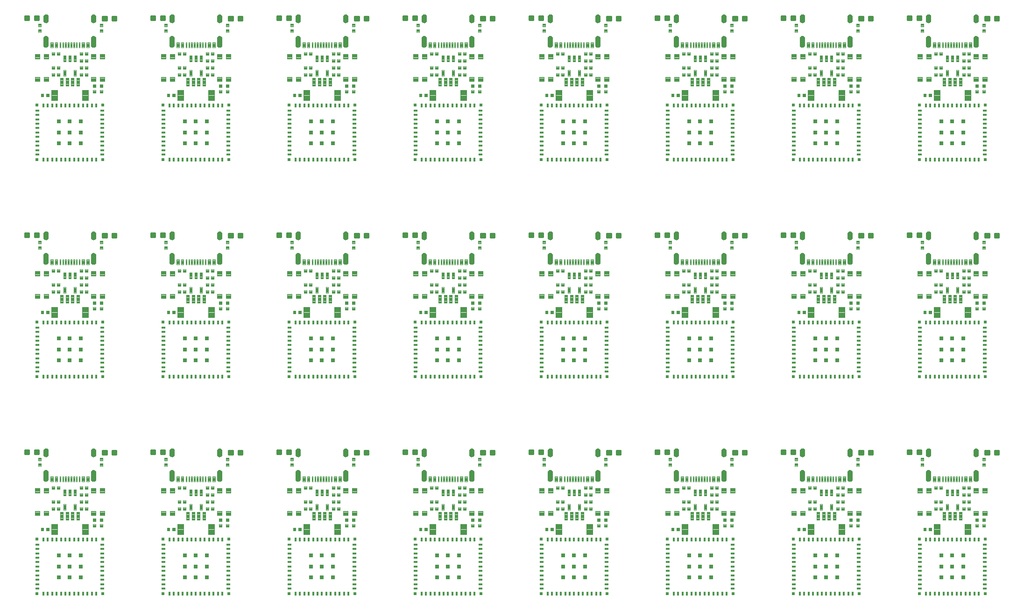
<source format=gtp>
G04 EAGLE Gerber RS-274X export*
G75*
%MOMM*%
%FSLAX34Y34*%
%LPD*%
%INSolderpaste Top*%
%IPPOS*%
%AMOC8*
5,1,8,0,0,1.08239X$1,22.5*%
G01*
%ADD10C,0.102000*%
%ADD11C,0.099000*%
%ADD12C,0.300000*%
%ADD13C,0.096000*%
%ADD14R,0.700000X0.300000*%
%ADD15R,0.300000X0.700000*%
%ADD16R,0.600000X0.600000*%
%ADD17R,0.800000X0.800000*%

G36*
X1646104Y265155D02*
X1646104Y265155D01*
X1646107Y265151D01*
X1647215Y265321D01*
X1647221Y265327D01*
X1647226Y265324D01*
X1648268Y265736D01*
X1648272Y265743D01*
X1648277Y265741D01*
X1649202Y266375D01*
X1649204Y266383D01*
X1649210Y266382D01*
X1649970Y267206D01*
X1649971Y267214D01*
X1649977Y267214D01*
X1650534Y268186D01*
X1650534Y268190D01*
X1650535Y268191D01*
X1650533Y268193D01*
X1650533Y268194D01*
X1650539Y268196D01*
X1650866Y269268D01*
X1650865Y269273D01*
X1650867Y269274D01*
X1650865Y269277D01*
X1650868Y269279D01*
X1650949Y270396D01*
X1650948Y270399D01*
X1650949Y270400D01*
X1650949Y282400D01*
X1650944Y282407D01*
X1650948Y282411D01*
X1650729Y283355D01*
X1650723Y283361D01*
X1650725Y283366D01*
X1650302Y284238D01*
X1650294Y284241D01*
X1650296Y284247D01*
X1649689Y285003D01*
X1649681Y285005D01*
X1649681Y285011D01*
X1648921Y285612D01*
X1648912Y285612D01*
X1648911Y285618D01*
X1648036Y286036D01*
X1648028Y286034D01*
X1648026Y286039D01*
X1647080Y286252D01*
X1647073Y286248D01*
X1647069Y286253D01*
X1646100Y286249D01*
X1646099Y286249D01*
X1645031Y286230D01*
X1645030Y286230D01*
X1645024Y286226D01*
X1645020Y286229D01*
X1643983Y285973D01*
X1643978Y285966D01*
X1643972Y285969D01*
X1643018Y285488D01*
X1643015Y285481D01*
X1643009Y285482D01*
X1642186Y284801D01*
X1642184Y284793D01*
X1642178Y284793D01*
X1641527Y283946D01*
X1641527Y283938D01*
X1641521Y283937D01*
X1641074Y282966D01*
X1641076Y282958D01*
X1641071Y282956D01*
X1640852Y281910D01*
X1640855Y281903D01*
X1640851Y281900D01*
X1640851Y269900D01*
X1640854Y269895D01*
X1640851Y269892D01*
X1641031Y268797D01*
X1641037Y268791D01*
X1641034Y268786D01*
X1641453Y267758D01*
X1641460Y267754D01*
X1641458Y267749D01*
X1642096Y266840D01*
X1642103Y266838D01*
X1642103Y266832D01*
X1642926Y266088D01*
X1642934Y266087D01*
X1642935Y266081D01*
X1643903Y265539D01*
X1643912Y265540D01*
X1643914Y265534D01*
X1644978Y265221D01*
X1644986Y265224D01*
X1644989Y265219D01*
X1646097Y265151D01*
X1646104Y265155D01*
G37*
G36*
X1417504Y658855D02*
X1417504Y658855D01*
X1417507Y658851D01*
X1418615Y659021D01*
X1418621Y659027D01*
X1418626Y659024D01*
X1419668Y659436D01*
X1419672Y659443D01*
X1419677Y659441D01*
X1420602Y660075D01*
X1420604Y660083D01*
X1420610Y660082D01*
X1421370Y660906D01*
X1421371Y660914D01*
X1421377Y660914D01*
X1421934Y661886D01*
X1421934Y661890D01*
X1421935Y661891D01*
X1421933Y661893D01*
X1421933Y661894D01*
X1421939Y661896D01*
X1422266Y662968D01*
X1422265Y662973D01*
X1422267Y662974D01*
X1422265Y662977D01*
X1422268Y662979D01*
X1422349Y664096D01*
X1422348Y664099D01*
X1422349Y664100D01*
X1422349Y676100D01*
X1422344Y676107D01*
X1422348Y676111D01*
X1422129Y677055D01*
X1422123Y677061D01*
X1422125Y677066D01*
X1421702Y677938D01*
X1421694Y677941D01*
X1421696Y677947D01*
X1421089Y678703D01*
X1421081Y678705D01*
X1421081Y678711D01*
X1420321Y679312D01*
X1420312Y679312D01*
X1420311Y679318D01*
X1419436Y679736D01*
X1419428Y679734D01*
X1419426Y679739D01*
X1418480Y679952D01*
X1418473Y679948D01*
X1418469Y679953D01*
X1417500Y679949D01*
X1417499Y679949D01*
X1416431Y679930D01*
X1416430Y679930D01*
X1416424Y679926D01*
X1416420Y679929D01*
X1415383Y679673D01*
X1415378Y679666D01*
X1415372Y679669D01*
X1414418Y679188D01*
X1414415Y679181D01*
X1414409Y679182D01*
X1413586Y678501D01*
X1413584Y678493D01*
X1413578Y678493D01*
X1412927Y677646D01*
X1412927Y677638D01*
X1412921Y677637D01*
X1412474Y676666D01*
X1412476Y676658D01*
X1412471Y676656D01*
X1412252Y675610D01*
X1412255Y675603D01*
X1412251Y675600D01*
X1412251Y663600D01*
X1412254Y663595D01*
X1412251Y663592D01*
X1412431Y662497D01*
X1412437Y662491D01*
X1412434Y662486D01*
X1412853Y661458D01*
X1412860Y661454D01*
X1412858Y661449D01*
X1413496Y660540D01*
X1413503Y660538D01*
X1413503Y660532D01*
X1414326Y659788D01*
X1414334Y659787D01*
X1414335Y659781D01*
X1415303Y659239D01*
X1415312Y659240D01*
X1415314Y659234D01*
X1416378Y658921D01*
X1416386Y658924D01*
X1416389Y658919D01*
X1417497Y658851D01*
X1417504Y658855D01*
G37*
G36*
X731704Y658855D02*
X731704Y658855D01*
X731707Y658851D01*
X732815Y659021D01*
X732821Y659027D01*
X732826Y659024D01*
X733868Y659436D01*
X733872Y659443D01*
X733877Y659441D01*
X734802Y660075D01*
X734804Y660083D01*
X734810Y660082D01*
X735570Y660906D01*
X735571Y660914D01*
X735577Y660914D01*
X736134Y661886D01*
X736134Y661890D01*
X736135Y661891D01*
X736133Y661893D01*
X736133Y661894D01*
X736139Y661896D01*
X736466Y662968D01*
X736465Y662973D01*
X736467Y662974D01*
X736465Y662977D01*
X736468Y662979D01*
X736549Y664096D01*
X736548Y664099D01*
X736549Y664100D01*
X736549Y676100D01*
X736544Y676107D01*
X736548Y676111D01*
X736329Y677055D01*
X736323Y677061D01*
X736325Y677066D01*
X735902Y677938D01*
X735894Y677941D01*
X735896Y677947D01*
X735289Y678703D01*
X735281Y678705D01*
X735281Y678711D01*
X734521Y679312D01*
X734512Y679312D01*
X734511Y679318D01*
X733636Y679736D01*
X733628Y679734D01*
X733626Y679739D01*
X732680Y679952D01*
X732673Y679948D01*
X732669Y679953D01*
X731700Y679949D01*
X731699Y679949D01*
X730631Y679930D01*
X730630Y679930D01*
X730624Y679926D01*
X730620Y679929D01*
X729583Y679673D01*
X729578Y679666D01*
X729572Y679669D01*
X728618Y679188D01*
X728615Y679181D01*
X728609Y679182D01*
X727786Y678501D01*
X727784Y678493D01*
X727778Y678493D01*
X727127Y677646D01*
X727127Y677638D01*
X727121Y677637D01*
X726674Y676666D01*
X726676Y676658D01*
X726671Y676656D01*
X726452Y675610D01*
X726455Y675603D01*
X726451Y675600D01*
X726451Y663600D01*
X726454Y663595D01*
X726451Y663592D01*
X726631Y662497D01*
X726637Y662491D01*
X726634Y662486D01*
X727053Y661458D01*
X727060Y661454D01*
X727058Y661449D01*
X727696Y660540D01*
X727703Y660538D01*
X727703Y660532D01*
X728526Y659788D01*
X728534Y659787D01*
X728535Y659781D01*
X729503Y659239D01*
X729512Y659240D01*
X729514Y659234D01*
X730578Y658921D01*
X730586Y658924D01*
X730589Y658919D01*
X731697Y658851D01*
X731704Y658855D01*
G37*
G36*
X503104Y658855D02*
X503104Y658855D01*
X503107Y658851D01*
X504215Y659021D01*
X504221Y659027D01*
X504226Y659024D01*
X505268Y659436D01*
X505272Y659443D01*
X505277Y659441D01*
X506202Y660075D01*
X506204Y660083D01*
X506210Y660082D01*
X506970Y660906D01*
X506971Y660914D01*
X506977Y660914D01*
X507534Y661886D01*
X507534Y661890D01*
X507535Y661891D01*
X507533Y661893D01*
X507533Y661894D01*
X507539Y661896D01*
X507866Y662968D01*
X507865Y662973D01*
X507867Y662974D01*
X507865Y662977D01*
X507868Y662979D01*
X507949Y664096D01*
X507948Y664099D01*
X507949Y664100D01*
X507949Y676100D01*
X507944Y676107D01*
X507948Y676111D01*
X507729Y677055D01*
X507723Y677061D01*
X507725Y677066D01*
X507302Y677938D01*
X507294Y677941D01*
X507296Y677947D01*
X506689Y678703D01*
X506681Y678705D01*
X506681Y678711D01*
X505921Y679312D01*
X505912Y679312D01*
X505911Y679318D01*
X505036Y679736D01*
X505028Y679734D01*
X505026Y679739D01*
X504080Y679952D01*
X504073Y679948D01*
X504069Y679953D01*
X503100Y679949D01*
X503099Y679949D01*
X502031Y679930D01*
X502030Y679930D01*
X502024Y679926D01*
X502020Y679929D01*
X500983Y679673D01*
X500978Y679666D01*
X500972Y679669D01*
X500018Y679188D01*
X500015Y679181D01*
X500009Y679182D01*
X499186Y678501D01*
X499184Y678493D01*
X499178Y678493D01*
X498527Y677646D01*
X498527Y677638D01*
X498521Y677637D01*
X498074Y676666D01*
X498076Y676658D01*
X498071Y676656D01*
X497852Y675610D01*
X497855Y675603D01*
X497851Y675600D01*
X497851Y663600D01*
X497854Y663595D01*
X497851Y663592D01*
X498031Y662497D01*
X498037Y662491D01*
X498034Y662486D01*
X498453Y661458D01*
X498460Y661454D01*
X498458Y661449D01*
X499096Y660540D01*
X499103Y660538D01*
X499103Y660532D01*
X499926Y659788D01*
X499934Y659787D01*
X499935Y659781D01*
X500903Y659239D01*
X500912Y659240D01*
X500914Y659234D01*
X501978Y658921D01*
X501986Y658924D01*
X501989Y658919D01*
X503097Y658851D01*
X503104Y658855D01*
G37*
G36*
X45904Y658855D02*
X45904Y658855D01*
X45907Y658851D01*
X47015Y659021D01*
X47021Y659027D01*
X47026Y659024D01*
X48068Y659436D01*
X48072Y659443D01*
X48077Y659441D01*
X49002Y660075D01*
X49004Y660083D01*
X49010Y660082D01*
X49770Y660906D01*
X49771Y660914D01*
X49777Y660914D01*
X50334Y661886D01*
X50334Y661890D01*
X50335Y661891D01*
X50333Y661893D01*
X50333Y661894D01*
X50339Y661896D01*
X50666Y662968D01*
X50665Y662973D01*
X50667Y662974D01*
X50665Y662977D01*
X50668Y662979D01*
X50749Y664096D01*
X50748Y664099D01*
X50749Y664100D01*
X50749Y676100D01*
X50744Y676107D01*
X50748Y676111D01*
X50529Y677055D01*
X50523Y677061D01*
X50525Y677066D01*
X50102Y677938D01*
X50094Y677941D01*
X50096Y677947D01*
X49489Y678703D01*
X49481Y678705D01*
X49481Y678711D01*
X48721Y679312D01*
X48712Y679312D01*
X48711Y679318D01*
X47836Y679736D01*
X47828Y679734D01*
X47826Y679739D01*
X46880Y679952D01*
X46873Y679948D01*
X46869Y679953D01*
X45900Y679949D01*
X45899Y679949D01*
X44831Y679930D01*
X44830Y679930D01*
X44824Y679926D01*
X44820Y679929D01*
X43783Y679673D01*
X43778Y679666D01*
X43772Y679669D01*
X42818Y679188D01*
X42815Y679181D01*
X42809Y679182D01*
X41986Y678501D01*
X41984Y678493D01*
X41978Y678493D01*
X41327Y677646D01*
X41327Y677638D01*
X41321Y677637D01*
X40874Y676666D01*
X40876Y676658D01*
X40871Y676656D01*
X40652Y675610D01*
X40655Y675603D01*
X40651Y675600D01*
X40651Y663600D01*
X40654Y663595D01*
X40651Y663592D01*
X40831Y662497D01*
X40837Y662491D01*
X40834Y662486D01*
X41253Y661458D01*
X41260Y661454D01*
X41258Y661449D01*
X41896Y660540D01*
X41903Y660538D01*
X41903Y660532D01*
X42726Y659788D01*
X42734Y659787D01*
X42735Y659781D01*
X43703Y659239D01*
X43712Y659240D01*
X43714Y659234D01*
X44778Y658921D01*
X44786Y658924D01*
X44789Y658919D01*
X45897Y658851D01*
X45904Y658855D01*
G37*
G36*
X1188904Y658855D02*
X1188904Y658855D01*
X1188907Y658851D01*
X1190015Y659021D01*
X1190021Y659027D01*
X1190026Y659024D01*
X1191068Y659436D01*
X1191072Y659443D01*
X1191077Y659441D01*
X1192002Y660075D01*
X1192004Y660083D01*
X1192010Y660082D01*
X1192770Y660906D01*
X1192771Y660914D01*
X1192777Y660914D01*
X1193334Y661886D01*
X1193334Y661890D01*
X1193335Y661891D01*
X1193333Y661893D01*
X1193333Y661894D01*
X1193339Y661896D01*
X1193666Y662968D01*
X1193665Y662973D01*
X1193667Y662974D01*
X1193665Y662977D01*
X1193668Y662979D01*
X1193749Y664096D01*
X1193748Y664099D01*
X1193749Y664100D01*
X1193749Y676100D01*
X1193744Y676107D01*
X1193748Y676111D01*
X1193529Y677055D01*
X1193523Y677061D01*
X1193525Y677066D01*
X1193102Y677938D01*
X1193094Y677941D01*
X1193096Y677947D01*
X1192489Y678703D01*
X1192481Y678705D01*
X1192481Y678711D01*
X1191721Y679312D01*
X1191712Y679312D01*
X1191711Y679318D01*
X1190836Y679736D01*
X1190828Y679734D01*
X1190826Y679739D01*
X1189880Y679952D01*
X1189873Y679948D01*
X1189869Y679953D01*
X1188900Y679949D01*
X1188899Y679949D01*
X1187831Y679930D01*
X1187830Y679930D01*
X1187824Y679926D01*
X1187820Y679929D01*
X1186783Y679673D01*
X1186778Y679666D01*
X1186772Y679669D01*
X1185818Y679188D01*
X1185815Y679181D01*
X1185809Y679182D01*
X1184986Y678501D01*
X1184984Y678493D01*
X1184978Y678493D01*
X1184327Y677646D01*
X1184327Y677638D01*
X1184321Y677637D01*
X1183874Y676666D01*
X1183876Y676658D01*
X1183871Y676656D01*
X1183652Y675610D01*
X1183655Y675603D01*
X1183651Y675600D01*
X1183651Y663600D01*
X1183654Y663595D01*
X1183651Y663592D01*
X1183831Y662497D01*
X1183837Y662491D01*
X1183834Y662486D01*
X1184253Y661458D01*
X1184260Y661454D01*
X1184258Y661449D01*
X1184896Y660540D01*
X1184903Y660538D01*
X1184903Y660532D01*
X1185726Y659788D01*
X1185734Y659787D01*
X1185735Y659781D01*
X1186703Y659239D01*
X1186712Y659240D01*
X1186714Y659234D01*
X1187778Y658921D01*
X1187786Y658924D01*
X1187789Y658919D01*
X1188897Y658851D01*
X1188904Y658855D01*
G37*
G36*
X1646104Y658855D02*
X1646104Y658855D01*
X1646107Y658851D01*
X1647215Y659021D01*
X1647221Y659027D01*
X1647226Y659024D01*
X1648268Y659436D01*
X1648272Y659443D01*
X1648277Y659441D01*
X1649202Y660075D01*
X1649204Y660083D01*
X1649210Y660082D01*
X1649970Y660906D01*
X1649971Y660914D01*
X1649977Y660914D01*
X1650534Y661886D01*
X1650534Y661890D01*
X1650535Y661891D01*
X1650533Y661893D01*
X1650533Y661894D01*
X1650539Y661896D01*
X1650866Y662968D01*
X1650865Y662973D01*
X1650867Y662974D01*
X1650865Y662977D01*
X1650868Y662979D01*
X1650949Y664096D01*
X1650948Y664099D01*
X1650949Y664100D01*
X1650949Y676100D01*
X1650944Y676107D01*
X1650948Y676111D01*
X1650729Y677055D01*
X1650723Y677061D01*
X1650725Y677066D01*
X1650302Y677938D01*
X1650294Y677941D01*
X1650296Y677947D01*
X1649689Y678703D01*
X1649681Y678705D01*
X1649681Y678711D01*
X1648921Y679312D01*
X1648912Y679312D01*
X1648911Y679318D01*
X1648036Y679736D01*
X1648028Y679734D01*
X1648026Y679739D01*
X1647080Y679952D01*
X1647073Y679948D01*
X1647069Y679953D01*
X1646100Y679949D01*
X1646099Y679949D01*
X1645031Y679930D01*
X1645030Y679930D01*
X1645024Y679926D01*
X1645020Y679929D01*
X1643983Y679673D01*
X1643978Y679666D01*
X1643972Y679669D01*
X1643018Y679188D01*
X1643015Y679181D01*
X1643009Y679182D01*
X1642186Y678501D01*
X1642184Y678493D01*
X1642178Y678493D01*
X1641527Y677646D01*
X1641527Y677638D01*
X1641521Y677637D01*
X1641074Y676666D01*
X1641076Y676658D01*
X1641071Y676656D01*
X1640852Y675610D01*
X1640855Y675603D01*
X1640851Y675600D01*
X1640851Y663600D01*
X1640854Y663595D01*
X1640851Y663592D01*
X1641031Y662497D01*
X1641037Y662491D01*
X1641034Y662486D01*
X1641453Y661458D01*
X1641460Y661454D01*
X1641458Y661449D01*
X1642096Y660540D01*
X1642103Y660538D01*
X1642103Y660532D01*
X1642926Y659788D01*
X1642934Y659787D01*
X1642935Y659781D01*
X1643903Y659239D01*
X1643912Y659240D01*
X1643914Y659234D01*
X1644978Y658921D01*
X1644986Y658924D01*
X1644989Y658919D01*
X1646097Y658851D01*
X1646104Y658855D01*
G37*
G36*
X274504Y658855D02*
X274504Y658855D01*
X274507Y658851D01*
X275615Y659021D01*
X275621Y659027D01*
X275626Y659024D01*
X276668Y659436D01*
X276672Y659443D01*
X276677Y659441D01*
X277602Y660075D01*
X277604Y660083D01*
X277610Y660082D01*
X278370Y660906D01*
X278371Y660914D01*
X278377Y660914D01*
X278934Y661886D01*
X278934Y661890D01*
X278935Y661891D01*
X278933Y661893D01*
X278933Y661894D01*
X278939Y661896D01*
X279266Y662968D01*
X279265Y662973D01*
X279267Y662974D01*
X279265Y662977D01*
X279268Y662979D01*
X279349Y664096D01*
X279348Y664099D01*
X279349Y664100D01*
X279349Y676100D01*
X279344Y676107D01*
X279348Y676111D01*
X279129Y677055D01*
X279123Y677061D01*
X279125Y677066D01*
X278702Y677938D01*
X278694Y677941D01*
X278696Y677947D01*
X278089Y678703D01*
X278081Y678705D01*
X278081Y678711D01*
X277321Y679312D01*
X277312Y679312D01*
X277311Y679318D01*
X276436Y679736D01*
X276428Y679734D01*
X276426Y679739D01*
X275480Y679952D01*
X275473Y679948D01*
X275469Y679953D01*
X274500Y679949D01*
X274499Y679949D01*
X273431Y679930D01*
X273430Y679930D01*
X273424Y679926D01*
X273420Y679929D01*
X272383Y679673D01*
X272378Y679666D01*
X272372Y679669D01*
X271418Y679188D01*
X271415Y679181D01*
X271409Y679182D01*
X270586Y678501D01*
X270584Y678493D01*
X270578Y678493D01*
X269927Y677646D01*
X269927Y677638D01*
X269921Y677637D01*
X269474Y676666D01*
X269476Y676658D01*
X269471Y676656D01*
X269252Y675610D01*
X269255Y675603D01*
X269251Y675600D01*
X269251Y663600D01*
X269254Y663595D01*
X269251Y663592D01*
X269431Y662497D01*
X269437Y662491D01*
X269434Y662486D01*
X269853Y661458D01*
X269860Y661454D01*
X269858Y661449D01*
X270496Y660540D01*
X270503Y660538D01*
X270503Y660532D01*
X271326Y659788D01*
X271334Y659787D01*
X271335Y659781D01*
X272303Y659239D01*
X272312Y659240D01*
X272314Y659234D01*
X273378Y658921D01*
X273386Y658924D01*
X273389Y658919D01*
X274497Y658851D01*
X274504Y658855D01*
G37*
G36*
X45904Y265155D02*
X45904Y265155D01*
X45907Y265151D01*
X47015Y265321D01*
X47021Y265327D01*
X47026Y265324D01*
X48068Y265736D01*
X48072Y265743D01*
X48077Y265741D01*
X49002Y266375D01*
X49004Y266383D01*
X49010Y266382D01*
X49770Y267206D01*
X49771Y267214D01*
X49777Y267214D01*
X50334Y268186D01*
X50334Y268190D01*
X50335Y268191D01*
X50333Y268193D01*
X50333Y268194D01*
X50339Y268196D01*
X50666Y269268D01*
X50665Y269273D01*
X50667Y269274D01*
X50665Y269277D01*
X50668Y269279D01*
X50749Y270396D01*
X50748Y270399D01*
X50749Y270400D01*
X50749Y282400D01*
X50744Y282407D01*
X50748Y282411D01*
X50529Y283355D01*
X50523Y283361D01*
X50525Y283366D01*
X50102Y284238D01*
X50094Y284241D01*
X50096Y284247D01*
X49489Y285003D01*
X49481Y285005D01*
X49481Y285011D01*
X48721Y285612D01*
X48712Y285612D01*
X48711Y285618D01*
X47836Y286036D01*
X47828Y286034D01*
X47826Y286039D01*
X46880Y286252D01*
X46873Y286248D01*
X46869Y286253D01*
X45900Y286249D01*
X45899Y286249D01*
X44831Y286230D01*
X44830Y286230D01*
X44824Y286226D01*
X44820Y286229D01*
X43783Y285973D01*
X43778Y285966D01*
X43772Y285969D01*
X42818Y285488D01*
X42815Y285481D01*
X42809Y285482D01*
X41986Y284801D01*
X41984Y284793D01*
X41978Y284793D01*
X41327Y283946D01*
X41327Y283938D01*
X41321Y283937D01*
X40874Y282966D01*
X40876Y282958D01*
X40871Y282956D01*
X40652Y281910D01*
X40655Y281903D01*
X40651Y281900D01*
X40651Y269900D01*
X40654Y269895D01*
X40651Y269892D01*
X40831Y268797D01*
X40837Y268791D01*
X40834Y268786D01*
X41253Y267758D01*
X41260Y267754D01*
X41258Y267749D01*
X41896Y266840D01*
X41903Y266838D01*
X41903Y266832D01*
X42726Y266088D01*
X42734Y266087D01*
X42735Y266081D01*
X43703Y265539D01*
X43712Y265540D01*
X43714Y265534D01*
X44778Y265221D01*
X44786Y265224D01*
X44789Y265219D01*
X45897Y265151D01*
X45904Y265155D01*
G37*
G36*
X503104Y265155D02*
X503104Y265155D01*
X503107Y265151D01*
X504215Y265321D01*
X504221Y265327D01*
X504226Y265324D01*
X505268Y265736D01*
X505272Y265743D01*
X505277Y265741D01*
X506202Y266375D01*
X506204Y266383D01*
X506210Y266382D01*
X506970Y267206D01*
X506971Y267214D01*
X506977Y267214D01*
X507534Y268186D01*
X507534Y268190D01*
X507535Y268191D01*
X507533Y268193D01*
X507533Y268194D01*
X507539Y268196D01*
X507866Y269268D01*
X507865Y269273D01*
X507867Y269274D01*
X507865Y269277D01*
X507868Y269279D01*
X507949Y270396D01*
X507948Y270399D01*
X507949Y270400D01*
X507949Y282400D01*
X507944Y282407D01*
X507948Y282411D01*
X507729Y283355D01*
X507723Y283361D01*
X507725Y283366D01*
X507302Y284238D01*
X507294Y284241D01*
X507296Y284247D01*
X506689Y285003D01*
X506681Y285005D01*
X506681Y285011D01*
X505921Y285612D01*
X505912Y285612D01*
X505911Y285618D01*
X505036Y286036D01*
X505028Y286034D01*
X505026Y286039D01*
X504080Y286252D01*
X504073Y286248D01*
X504069Y286253D01*
X503100Y286249D01*
X503099Y286249D01*
X502031Y286230D01*
X502030Y286230D01*
X502024Y286226D01*
X502020Y286229D01*
X500983Y285973D01*
X500978Y285966D01*
X500972Y285969D01*
X500018Y285488D01*
X500015Y285481D01*
X500009Y285482D01*
X499186Y284801D01*
X499184Y284793D01*
X499178Y284793D01*
X498527Y283946D01*
X498527Y283938D01*
X498521Y283937D01*
X498074Y282966D01*
X498076Y282958D01*
X498071Y282956D01*
X497852Y281910D01*
X497855Y281903D01*
X497851Y281900D01*
X497851Y269900D01*
X497854Y269895D01*
X497851Y269892D01*
X498031Y268797D01*
X498037Y268791D01*
X498034Y268786D01*
X498453Y267758D01*
X498460Y267754D01*
X498458Y267749D01*
X499096Y266840D01*
X499103Y266838D01*
X499103Y266832D01*
X499926Y266088D01*
X499934Y266087D01*
X499935Y266081D01*
X500903Y265539D01*
X500912Y265540D01*
X500914Y265534D01*
X501978Y265221D01*
X501986Y265224D01*
X501989Y265219D01*
X503097Y265151D01*
X503104Y265155D01*
G37*
G36*
X1188904Y265155D02*
X1188904Y265155D01*
X1188907Y265151D01*
X1190015Y265321D01*
X1190021Y265327D01*
X1190026Y265324D01*
X1191068Y265736D01*
X1191072Y265743D01*
X1191077Y265741D01*
X1192002Y266375D01*
X1192004Y266383D01*
X1192010Y266382D01*
X1192770Y267206D01*
X1192771Y267214D01*
X1192777Y267214D01*
X1193334Y268186D01*
X1193334Y268190D01*
X1193335Y268191D01*
X1193333Y268193D01*
X1193333Y268194D01*
X1193339Y268196D01*
X1193666Y269268D01*
X1193665Y269273D01*
X1193667Y269274D01*
X1193665Y269277D01*
X1193668Y269279D01*
X1193749Y270396D01*
X1193748Y270399D01*
X1193749Y270400D01*
X1193749Y282400D01*
X1193744Y282407D01*
X1193748Y282411D01*
X1193529Y283355D01*
X1193523Y283361D01*
X1193525Y283366D01*
X1193102Y284238D01*
X1193094Y284241D01*
X1193096Y284247D01*
X1192489Y285003D01*
X1192481Y285005D01*
X1192481Y285011D01*
X1191721Y285612D01*
X1191712Y285612D01*
X1191711Y285618D01*
X1190836Y286036D01*
X1190828Y286034D01*
X1190826Y286039D01*
X1189880Y286252D01*
X1189873Y286248D01*
X1189869Y286253D01*
X1188900Y286249D01*
X1188899Y286249D01*
X1187831Y286230D01*
X1187830Y286230D01*
X1187824Y286226D01*
X1187820Y286229D01*
X1186783Y285973D01*
X1186778Y285966D01*
X1186772Y285969D01*
X1185818Y285488D01*
X1185815Y285481D01*
X1185809Y285482D01*
X1184986Y284801D01*
X1184984Y284793D01*
X1184978Y284793D01*
X1184327Y283946D01*
X1184327Y283938D01*
X1184321Y283937D01*
X1183874Y282966D01*
X1183876Y282958D01*
X1183871Y282956D01*
X1183652Y281910D01*
X1183655Y281903D01*
X1183651Y281900D01*
X1183651Y269900D01*
X1183654Y269895D01*
X1183651Y269892D01*
X1183831Y268797D01*
X1183837Y268791D01*
X1183834Y268786D01*
X1184253Y267758D01*
X1184260Y267754D01*
X1184258Y267749D01*
X1184896Y266840D01*
X1184903Y266838D01*
X1184903Y266832D01*
X1185726Y266088D01*
X1185734Y266087D01*
X1185735Y266081D01*
X1186703Y265539D01*
X1186712Y265540D01*
X1186714Y265534D01*
X1187778Y265221D01*
X1187786Y265224D01*
X1187789Y265219D01*
X1188897Y265151D01*
X1188904Y265155D01*
G37*
G36*
X274504Y265155D02*
X274504Y265155D01*
X274507Y265151D01*
X275615Y265321D01*
X275621Y265327D01*
X275626Y265324D01*
X276668Y265736D01*
X276672Y265743D01*
X276677Y265741D01*
X277602Y266375D01*
X277604Y266383D01*
X277610Y266382D01*
X278370Y267206D01*
X278371Y267214D01*
X278377Y267214D01*
X278934Y268186D01*
X278934Y268190D01*
X278935Y268191D01*
X278933Y268193D01*
X278933Y268194D01*
X278939Y268196D01*
X279266Y269268D01*
X279265Y269273D01*
X279267Y269274D01*
X279265Y269277D01*
X279268Y269279D01*
X279349Y270396D01*
X279348Y270399D01*
X279349Y270400D01*
X279349Y282400D01*
X279344Y282407D01*
X279348Y282411D01*
X279129Y283355D01*
X279123Y283361D01*
X279125Y283366D01*
X278702Y284238D01*
X278694Y284241D01*
X278696Y284247D01*
X278089Y285003D01*
X278081Y285005D01*
X278081Y285011D01*
X277321Y285612D01*
X277312Y285612D01*
X277311Y285618D01*
X276436Y286036D01*
X276428Y286034D01*
X276426Y286039D01*
X275480Y286252D01*
X275473Y286248D01*
X275469Y286253D01*
X274500Y286249D01*
X274499Y286249D01*
X273431Y286230D01*
X273430Y286230D01*
X273424Y286226D01*
X273420Y286229D01*
X272383Y285973D01*
X272378Y285966D01*
X272372Y285969D01*
X271418Y285488D01*
X271415Y285481D01*
X271409Y285482D01*
X270586Y284801D01*
X270584Y284793D01*
X270578Y284793D01*
X269927Y283946D01*
X269927Y283938D01*
X269921Y283937D01*
X269474Y282966D01*
X269476Y282958D01*
X269471Y282956D01*
X269252Y281910D01*
X269255Y281903D01*
X269251Y281900D01*
X269251Y269900D01*
X269254Y269895D01*
X269251Y269892D01*
X269431Y268797D01*
X269437Y268791D01*
X269434Y268786D01*
X269853Y267758D01*
X269860Y267754D01*
X269858Y267749D01*
X270496Y266840D01*
X270503Y266838D01*
X270503Y266832D01*
X271326Y266088D01*
X271334Y266087D01*
X271335Y266081D01*
X272303Y265539D01*
X272312Y265540D01*
X272314Y265534D01*
X273378Y265221D01*
X273386Y265224D01*
X273389Y265219D01*
X274497Y265151D01*
X274504Y265155D01*
G37*
G36*
X960304Y658855D02*
X960304Y658855D01*
X960307Y658851D01*
X961415Y659021D01*
X961421Y659027D01*
X961426Y659024D01*
X962468Y659436D01*
X962472Y659443D01*
X962477Y659441D01*
X963402Y660075D01*
X963404Y660083D01*
X963410Y660082D01*
X964170Y660906D01*
X964171Y660914D01*
X964177Y660914D01*
X964734Y661886D01*
X964734Y661890D01*
X964735Y661891D01*
X964733Y661893D01*
X964733Y661894D01*
X964739Y661896D01*
X965066Y662968D01*
X965065Y662973D01*
X965067Y662974D01*
X965065Y662977D01*
X965068Y662979D01*
X965149Y664096D01*
X965148Y664099D01*
X965149Y664100D01*
X965149Y676100D01*
X965144Y676107D01*
X965148Y676111D01*
X964929Y677055D01*
X964923Y677061D01*
X964925Y677066D01*
X964502Y677938D01*
X964494Y677941D01*
X964496Y677947D01*
X963889Y678703D01*
X963881Y678705D01*
X963881Y678711D01*
X963121Y679312D01*
X963112Y679312D01*
X963111Y679318D01*
X962236Y679736D01*
X962228Y679734D01*
X962226Y679739D01*
X961280Y679952D01*
X961273Y679948D01*
X961269Y679953D01*
X960300Y679949D01*
X960299Y679949D01*
X959231Y679930D01*
X959230Y679930D01*
X959224Y679926D01*
X959220Y679929D01*
X958183Y679673D01*
X958178Y679666D01*
X958172Y679669D01*
X957218Y679188D01*
X957215Y679181D01*
X957209Y679182D01*
X956386Y678501D01*
X956384Y678493D01*
X956378Y678493D01*
X955727Y677646D01*
X955727Y677638D01*
X955721Y677637D01*
X955274Y676666D01*
X955276Y676658D01*
X955271Y676656D01*
X955052Y675610D01*
X955055Y675603D01*
X955051Y675600D01*
X955051Y663600D01*
X955054Y663595D01*
X955051Y663592D01*
X955231Y662497D01*
X955237Y662491D01*
X955234Y662486D01*
X955653Y661458D01*
X955660Y661454D01*
X955658Y661449D01*
X956296Y660540D01*
X956303Y660538D01*
X956303Y660532D01*
X957126Y659788D01*
X957134Y659787D01*
X957135Y659781D01*
X958103Y659239D01*
X958112Y659240D01*
X958114Y659234D01*
X959178Y658921D01*
X959186Y658924D01*
X959189Y658919D01*
X960297Y658851D01*
X960304Y658855D01*
G37*
G36*
X1417504Y265155D02*
X1417504Y265155D01*
X1417507Y265151D01*
X1418615Y265321D01*
X1418621Y265327D01*
X1418626Y265324D01*
X1419668Y265736D01*
X1419672Y265743D01*
X1419677Y265741D01*
X1420602Y266375D01*
X1420604Y266383D01*
X1420610Y266382D01*
X1421370Y267206D01*
X1421371Y267214D01*
X1421377Y267214D01*
X1421934Y268186D01*
X1421934Y268190D01*
X1421935Y268191D01*
X1421933Y268193D01*
X1421933Y268194D01*
X1421939Y268196D01*
X1422266Y269268D01*
X1422265Y269273D01*
X1422267Y269274D01*
X1422265Y269277D01*
X1422268Y269279D01*
X1422349Y270396D01*
X1422348Y270399D01*
X1422349Y270400D01*
X1422349Y282400D01*
X1422344Y282407D01*
X1422348Y282411D01*
X1422129Y283355D01*
X1422123Y283361D01*
X1422125Y283366D01*
X1421702Y284238D01*
X1421694Y284241D01*
X1421696Y284247D01*
X1421089Y285003D01*
X1421081Y285005D01*
X1421081Y285011D01*
X1420321Y285612D01*
X1420312Y285612D01*
X1420311Y285618D01*
X1419436Y286036D01*
X1419428Y286034D01*
X1419426Y286039D01*
X1418480Y286252D01*
X1418473Y286248D01*
X1418469Y286253D01*
X1417500Y286249D01*
X1417499Y286249D01*
X1416431Y286230D01*
X1416430Y286230D01*
X1416424Y286226D01*
X1416420Y286229D01*
X1415383Y285973D01*
X1415378Y285966D01*
X1415372Y285969D01*
X1414418Y285488D01*
X1414415Y285481D01*
X1414409Y285482D01*
X1413586Y284801D01*
X1413584Y284793D01*
X1413578Y284793D01*
X1412927Y283946D01*
X1412927Y283938D01*
X1412921Y283937D01*
X1412474Y282966D01*
X1412476Y282958D01*
X1412471Y282956D01*
X1412252Y281910D01*
X1412255Y281903D01*
X1412251Y281900D01*
X1412251Y269900D01*
X1412254Y269895D01*
X1412251Y269892D01*
X1412431Y268797D01*
X1412437Y268791D01*
X1412434Y268786D01*
X1412853Y267758D01*
X1412860Y267754D01*
X1412858Y267749D01*
X1413496Y266840D01*
X1413503Y266838D01*
X1413503Y266832D01*
X1414326Y266088D01*
X1414334Y266087D01*
X1414335Y266081D01*
X1415303Y265539D01*
X1415312Y265540D01*
X1415314Y265534D01*
X1416378Y265221D01*
X1416386Y265224D01*
X1416389Y265219D01*
X1417497Y265151D01*
X1417504Y265155D01*
G37*
G36*
X731704Y265155D02*
X731704Y265155D01*
X731707Y265151D01*
X732815Y265321D01*
X732821Y265327D01*
X732826Y265324D01*
X733868Y265736D01*
X733872Y265743D01*
X733877Y265741D01*
X734802Y266375D01*
X734804Y266383D01*
X734810Y266382D01*
X735570Y267206D01*
X735571Y267214D01*
X735577Y267214D01*
X736134Y268186D01*
X736134Y268190D01*
X736135Y268191D01*
X736133Y268193D01*
X736133Y268194D01*
X736139Y268196D01*
X736466Y269268D01*
X736465Y269273D01*
X736467Y269274D01*
X736465Y269277D01*
X736468Y269279D01*
X736549Y270396D01*
X736548Y270399D01*
X736549Y270400D01*
X736549Y282400D01*
X736544Y282407D01*
X736548Y282411D01*
X736329Y283355D01*
X736323Y283361D01*
X736325Y283366D01*
X735902Y284238D01*
X735894Y284241D01*
X735896Y284247D01*
X735289Y285003D01*
X735281Y285005D01*
X735281Y285011D01*
X734521Y285612D01*
X734512Y285612D01*
X734511Y285618D01*
X733636Y286036D01*
X733628Y286034D01*
X733626Y286039D01*
X732680Y286252D01*
X732673Y286248D01*
X732669Y286253D01*
X731700Y286249D01*
X731699Y286249D01*
X730631Y286230D01*
X730630Y286230D01*
X730624Y286226D01*
X730620Y286229D01*
X729583Y285973D01*
X729578Y285966D01*
X729572Y285969D01*
X728618Y285488D01*
X728615Y285481D01*
X728609Y285482D01*
X727786Y284801D01*
X727784Y284793D01*
X727778Y284793D01*
X727127Y283946D01*
X727127Y283938D01*
X727121Y283937D01*
X726674Y282966D01*
X726676Y282958D01*
X726671Y282956D01*
X726452Y281910D01*
X726455Y281903D01*
X726451Y281900D01*
X726451Y269900D01*
X726454Y269895D01*
X726451Y269892D01*
X726631Y268797D01*
X726637Y268791D01*
X726634Y268786D01*
X727053Y267758D01*
X727060Y267754D01*
X727058Y267749D01*
X727696Y266840D01*
X727703Y266838D01*
X727703Y266832D01*
X728526Y266088D01*
X728534Y266087D01*
X728535Y266081D01*
X729503Y265539D01*
X729512Y265540D01*
X729514Y265534D01*
X730578Y265221D01*
X730586Y265224D01*
X730589Y265219D01*
X731697Y265151D01*
X731704Y265155D01*
G37*
G36*
X960304Y265155D02*
X960304Y265155D01*
X960307Y265151D01*
X961415Y265321D01*
X961421Y265327D01*
X961426Y265324D01*
X962468Y265736D01*
X962472Y265743D01*
X962477Y265741D01*
X963402Y266375D01*
X963404Y266383D01*
X963410Y266382D01*
X964170Y267206D01*
X964171Y267214D01*
X964177Y267214D01*
X964734Y268186D01*
X964734Y268190D01*
X964735Y268191D01*
X964733Y268193D01*
X964733Y268194D01*
X964739Y268196D01*
X965066Y269268D01*
X965065Y269273D01*
X965067Y269274D01*
X965065Y269277D01*
X965068Y269279D01*
X965149Y270396D01*
X965148Y270399D01*
X965149Y270400D01*
X965149Y282400D01*
X965144Y282407D01*
X965148Y282411D01*
X964929Y283355D01*
X964923Y283361D01*
X964925Y283366D01*
X964502Y284238D01*
X964494Y284241D01*
X964496Y284247D01*
X963889Y285003D01*
X963881Y285005D01*
X963881Y285011D01*
X963121Y285612D01*
X963112Y285612D01*
X963111Y285618D01*
X962236Y286036D01*
X962228Y286034D01*
X962226Y286039D01*
X961280Y286252D01*
X961273Y286248D01*
X961269Y286253D01*
X960300Y286249D01*
X960299Y286249D01*
X959231Y286230D01*
X959230Y286230D01*
X959224Y286226D01*
X959220Y286229D01*
X958183Y285973D01*
X958178Y285966D01*
X958172Y285969D01*
X957218Y285488D01*
X957215Y285481D01*
X957209Y285482D01*
X956386Y284801D01*
X956384Y284793D01*
X956378Y284793D01*
X955727Y283946D01*
X955727Y283938D01*
X955721Y283937D01*
X955274Y282966D01*
X955276Y282958D01*
X955271Y282956D01*
X955052Y281910D01*
X955055Y281903D01*
X955051Y281900D01*
X955051Y269900D01*
X955054Y269895D01*
X955051Y269892D01*
X955231Y268797D01*
X955237Y268791D01*
X955234Y268786D01*
X955653Y267758D01*
X955660Y267754D01*
X955658Y267749D01*
X956296Y266840D01*
X956303Y266838D01*
X956303Y266832D01*
X957126Y266088D01*
X957134Y266087D01*
X957135Y266081D01*
X958103Y265539D01*
X958112Y265540D01*
X958114Y265534D01*
X959178Y265221D01*
X959186Y265224D01*
X959189Y265219D01*
X960297Y265151D01*
X960304Y265155D01*
G37*
G36*
X45904Y1052555D02*
X45904Y1052555D01*
X45907Y1052551D01*
X47015Y1052721D01*
X47021Y1052727D01*
X47026Y1052724D01*
X48068Y1053136D01*
X48072Y1053143D01*
X48077Y1053141D01*
X49002Y1053775D01*
X49004Y1053783D01*
X49010Y1053782D01*
X49770Y1054606D01*
X49771Y1054614D01*
X49777Y1054614D01*
X50334Y1055586D01*
X50334Y1055590D01*
X50335Y1055591D01*
X50333Y1055593D01*
X50333Y1055594D01*
X50339Y1055596D01*
X50666Y1056668D01*
X50665Y1056673D01*
X50667Y1056674D01*
X50665Y1056677D01*
X50668Y1056679D01*
X50749Y1057796D01*
X50748Y1057799D01*
X50749Y1057800D01*
X50749Y1069800D01*
X50744Y1069807D01*
X50748Y1069811D01*
X50529Y1070755D01*
X50523Y1070761D01*
X50525Y1070766D01*
X50102Y1071638D01*
X50094Y1071641D01*
X50096Y1071647D01*
X49489Y1072403D01*
X49481Y1072405D01*
X49481Y1072411D01*
X48721Y1073012D01*
X48712Y1073012D01*
X48711Y1073018D01*
X47836Y1073436D01*
X47828Y1073434D01*
X47826Y1073439D01*
X46880Y1073652D01*
X46873Y1073648D01*
X46869Y1073653D01*
X45900Y1073649D01*
X45899Y1073649D01*
X44831Y1073630D01*
X44830Y1073630D01*
X44824Y1073626D01*
X44820Y1073629D01*
X43783Y1073373D01*
X43778Y1073366D01*
X43772Y1073369D01*
X42818Y1072888D01*
X42815Y1072881D01*
X42809Y1072882D01*
X41986Y1072201D01*
X41984Y1072193D01*
X41978Y1072193D01*
X41327Y1071346D01*
X41327Y1071338D01*
X41321Y1071337D01*
X40874Y1070366D01*
X40876Y1070358D01*
X40871Y1070356D01*
X40652Y1069310D01*
X40655Y1069303D01*
X40651Y1069300D01*
X40651Y1057300D01*
X40654Y1057295D01*
X40651Y1057292D01*
X40831Y1056197D01*
X40837Y1056191D01*
X40834Y1056186D01*
X41253Y1055158D01*
X41260Y1055154D01*
X41258Y1055149D01*
X41896Y1054240D01*
X41903Y1054238D01*
X41903Y1054232D01*
X42726Y1053488D01*
X42734Y1053487D01*
X42735Y1053481D01*
X43703Y1052939D01*
X43712Y1052940D01*
X43714Y1052934D01*
X44778Y1052621D01*
X44786Y1052624D01*
X44789Y1052619D01*
X45897Y1052551D01*
X45904Y1052555D01*
G37*
G36*
X1646104Y1052555D02*
X1646104Y1052555D01*
X1646107Y1052551D01*
X1647215Y1052721D01*
X1647221Y1052727D01*
X1647226Y1052724D01*
X1648268Y1053136D01*
X1648272Y1053143D01*
X1648277Y1053141D01*
X1649202Y1053775D01*
X1649204Y1053783D01*
X1649210Y1053782D01*
X1649970Y1054606D01*
X1649971Y1054614D01*
X1649977Y1054614D01*
X1650534Y1055586D01*
X1650534Y1055590D01*
X1650535Y1055591D01*
X1650533Y1055593D01*
X1650533Y1055594D01*
X1650539Y1055596D01*
X1650866Y1056668D01*
X1650865Y1056673D01*
X1650867Y1056674D01*
X1650865Y1056677D01*
X1650868Y1056679D01*
X1650949Y1057796D01*
X1650948Y1057799D01*
X1650949Y1057800D01*
X1650949Y1069800D01*
X1650944Y1069807D01*
X1650948Y1069811D01*
X1650729Y1070755D01*
X1650723Y1070761D01*
X1650725Y1070766D01*
X1650302Y1071638D01*
X1650294Y1071641D01*
X1650296Y1071647D01*
X1649689Y1072403D01*
X1649681Y1072405D01*
X1649681Y1072411D01*
X1648921Y1073012D01*
X1648912Y1073012D01*
X1648911Y1073018D01*
X1648036Y1073436D01*
X1648028Y1073434D01*
X1648026Y1073439D01*
X1647080Y1073652D01*
X1647073Y1073648D01*
X1647069Y1073653D01*
X1646100Y1073649D01*
X1646099Y1073649D01*
X1645031Y1073630D01*
X1645030Y1073630D01*
X1645024Y1073626D01*
X1645020Y1073629D01*
X1643983Y1073373D01*
X1643978Y1073366D01*
X1643972Y1073369D01*
X1643018Y1072888D01*
X1643015Y1072881D01*
X1643009Y1072882D01*
X1642186Y1072201D01*
X1642184Y1072193D01*
X1642178Y1072193D01*
X1641527Y1071346D01*
X1641527Y1071338D01*
X1641521Y1071337D01*
X1641074Y1070366D01*
X1641076Y1070358D01*
X1641071Y1070356D01*
X1640852Y1069310D01*
X1640855Y1069303D01*
X1640851Y1069300D01*
X1640851Y1057300D01*
X1640854Y1057295D01*
X1640851Y1057292D01*
X1641031Y1056197D01*
X1641037Y1056191D01*
X1641034Y1056186D01*
X1641453Y1055158D01*
X1641460Y1055154D01*
X1641458Y1055149D01*
X1642096Y1054240D01*
X1642103Y1054238D01*
X1642103Y1054232D01*
X1642926Y1053488D01*
X1642934Y1053487D01*
X1642935Y1053481D01*
X1643903Y1052939D01*
X1643912Y1052940D01*
X1643914Y1052934D01*
X1644978Y1052621D01*
X1644986Y1052624D01*
X1644989Y1052619D01*
X1646097Y1052551D01*
X1646104Y1052555D01*
G37*
G36*
X274504Y1052555D02*
X274504Y1052555D01*
X274507Y1052551D01*
X275615Y1052721D01*
X275621Y1052727D01*
X275626Y1052724D01*
X276668Y1053136D01*
X276672Y1053143D01*
X276677Y1053141D01*
X277602Y1053775D01*
X277604Y1053783D01*
X277610Y1053782D01*
X278370Y1054606D01*
X278371Y1054614D01*
X278377Y1054614D01*
X278934Y1055586D01*
X278934Y1055590D01*
X278935Y1055591D01*
X278933Y1055593D01*
X278933Y1055594D01*
X278939Y1055596D01*
X279266Y1056668D01*
X279265Y1056673D01*
X279267Y1056674D01*
X279265Y1056677D01*
X279268Y1056679D01*
X279349Y1057796D01*
X279348Y1057799D01*
X279349Y1057800D01*
X279349Y1069800D01*
X279344Y1069807D01*
X279348Y1069811D01*
X279129Y1070755D01*
X279123Y1070761D01*
X279125Y1070766D01*
X278702Y1071638D01*
X278694Y1071641D01*
X278696Y1071647D01*
X278089Y1072403D01*
X278081Y1072405D01*
X278081Y1072411D01*
X277321Y1073012D01*
X277312Y1073012D01*
X277311Y1073018D01*
X276436Y1073436D01*
X276428Y1073434D01*
X276426Y1073439D01*
X275480Y1073652D01*
X275473Y1073648D01*
X275469Y1073653D01*
X274500Y1073649D01*
X274499Y1073649D01*
X273431Y1073630D01*
X273430Y1073630D01*
X273424Y1073626D01*
X273420Y1073629D01*
X272383Y1073373D01*
X272378Y1073366D01*
X272372Y1073369D01*
X271418Y1072888D01*
X271415Y1072881D01*
X271409Y1072882D01*
X270586Y1072201D01*
X270584Y1072193D01*
X270578Y1072193D01*
X269927Y1071346D01*
X269927Y1071338D01*
X269921Y1071337D01*
X269474Y1070366D01*
X269476Y1070358D01*
X269471Y1070356D01*
X269252Y1069310D01*
X269255Y1069303D01*
X269251Y1069300D01*
X269251Y1057300D01*
X269254Y1057295D01*
X269251Y1057292D01*
X269431Y1056197D01*
X269437Y1056191D01*
X269434Y1056186D01*
X269853Y1055158D01*
X269860Y1055154D01*
X269858Y1055149D01*
X270496Y1054240D01*
X270503Y1054238D01*
X270503Y1054232D01*
X271326Y1053488D01*
X271334Y1053487D01*
X271335Y1053481D01*
X272303Y1052939D01*
X272312Y1052940D01*
X272314Y1052934D01*
X273378Y1052621D01*
X273386Y1052624D01*
X273389Y1052619D01*
X274497Y1052551D01*
X274504Y1052555D01*
G37*
G36*
X1188904Y1052555D02*
X1188904Y1052555D01*
X1188907Y1052551D01*
X1190015Y1052721D01*
X1190021Y1052727D01*
X1190026Y1052724D01*
X1191068Y1053136D01*
X1191072Y1053143D01*
X1191077Y1053141D01*
X1192002Y1053775D01*
X1192004Y1053783D01*
X1192010Y1053782D01*
X1192770Y1054606D01*
X1192771Y1054614D01*
X1192777Y1054614D01*
X1193334Y1055586D01*
X1193334Y1055590D01*
X1193335Y1055591D01*
X1193333Y1055593D01*
X1193333Y1055594D01*
X1193339Y1055596D01*
X1193666Y1056668D01*
X1193665Y1056673D01*
X1193667Y1056674D01*
X1193665Y1056677D01*
X1193668Y1056679D01*
X1193749Y1057796D01*
X1193748Y1057799D01*
X1193749Y1057800D01*
X1193749Y1069800D01*
X1193744Y1069807D01*
X1193748Y1069811D01*
X1193529Y1070755D01*
X1193523Y1070761D01*
X1193525Y1070766D01*
X1193102Y1071638D01*
X1193094Y1071641D01*
X1193096Y1071647D01*
X1192489Y1072403D01*
X1192481Y1072405D01*
X1192481Y1072411D01*
X1191721Y1073012D01*
X1191712Y1073012D01*
X1191711Y1073018D01*
X1190836Y1073436D01*
X1190828Y1073434D01*
X1190826Y1073439D01*
X1189880Y1073652D01*
X1189873Y1073648D01*
X1189869Y1073653D01*
X1188900Y1073649D01*
X1188899Y1073649D01*
X1187831Y1073630D01*
X1187830Y1073630D01*
X1187824Y1073626D01*
X1187820Y1073629D01*
X1186783Y1073373D01*
X1186778Y1073366D01*
X1186772Y1073369D01*
X1185818Y1072888D01*
X1185815Y1072881D01*
X1185809Y1072882D01*
X1184986Y1072201D01*
X1184984Y1072193D01*
X1184978Y1072193D01*
X1184327Y1071346D01*
X1184327Y1071338D01*
X1184321Y1071337D01*
X1183874Y1070366D01*
X1183876Y1070358D01*
X1183871Y1070356D01*
X1183652Y1069310D01*
X1183655Y1069303D01*
X1183651Y1069300D01*
X1183651Y1057300D01*
X1183654Y1057295D01*
X1183651Y1057292D01*
X1183831Y1056197D01*
X1183837Y1056191D01*
X1183834Y1056186D01*
X1184253Y1055158D01*
X1184260Y1055154D01*
X1184258Y1055149D01*
X1184896Y1054240D01*
X1184903Y1054238D01*
X1184903Y1054232D01*
X1185726Y1053488D01*
X1185734Y1053487D01*
X1185735Y1053481D01*
X1186703Y1052939D01*
X1186712Y1052940D01*
X1186714Y1052934D01*
X1187778Y1052621D01*
X1187786Y1052624D01*
X1187789Y1052619D01*
X1188897Y1052551D01*
X1188904Y1052555D01*
G37*
G36*
X1417504Y1052555D02*
X1417504Y1052555D01*
X1417507Y1052551D01*
X1418615Y1052721D01*
X1418621Y1052727D01*
X1418626Y1052724D01*
X1419668Y1053136D01*
X1419672Y1053143D01*
X1419677Y1053141D01*
X1420602Y1053775D01*
X1420604Y1053783D01*
X1420610Y1053782D01*
X1421370Y1054606D01*
X1421371Y1054614D01*
X1421377Y1054614D01*
X1421934Y1055586D01*
X1421934Y1055590D01*
X1421935Y1055591D01*
X1421933Y1055593D01*
X1421933Y1055594D01*
X1421939Y1055596D01*
X1422266Y1056668D01*
X1422265Y1056673D01*
X1422267Y1056674D01*
X1422265Y1056677D01*
X1422268Y1056679D01*
X1422349Y1057796D01*
X1422348Y1057799D01*
X1422349Y1057800D01*
X1422349Y1069800D01*
X1422344Y1069807D01*
X1422348Y1069811D01*
X1422129Y1070755D01*
X1422123Y1070761D01*
X1422125Y1070766D01*
X1421702Y1071638D01*
X1421694Y1071641D01*
X1421696Y1071647D01*
X1421089Y1072403D01*
X1421081Y1072405D01*
X1421081Y1072411D01*
X1420321Y1073012D01*
X1420312Y1073012D01*
X1420311Y1073018D01*
X1419436Y1073436D01*
X1419428Y1073434D01*
X1419426Y1073439D01*
X1418480Y1073652D01*
X1418473Y1073648D01*
X1418469Y1073653D01*
X1417500Y1073649D01*
X1417499Y1073649D01*
X1416431Y1073630D01*
X1416430Y1073630D01*
X1416424Y1073626D01*
X1416420Y1073629D01*
X1415383Y1073373D01*
X1415378Y1073366D01*
X1415372Y1073369D01*
X1414418Y1072888D01*
X1414415Y1072881D01*
X1414409Y1072882D01*
X1413586Y1072201D01*
X1413584Y1072193D01*
X1413578Y1072193D01*
X1412927Y1071346D01*
X1412927Y1071338D01*
X1412921Y1071337D01*
X1412474Y1070366D01*
X1412476Y1070358D01*
X1412471Y1070356D01*
X1412252Y1069310D01*
X1412255Y1069303D01*
X1412251Y1069300D01*
X1412251Y1057300D01*
X1412254Y1057295D01*
X1412251Y1057292D01*
X1412431Y1056197D01*
X1412437Y1056191D01*
X1412434Y1056186D01*
X1412853Y1055158D01*
X1412860Y1055154D01*
X1412858Y1055149D01*
X1413496Y1054240D01*
X1413503Y1054238D01*
X1413503Y1054232D01*
X1414326Y1053488D01*
X1414334Y1053487D01*
X1414335Y1053481D01*
X1415303Y1052939D01*
X1415312Y1052940D01*
X1415314Y1052934D01*
X1416378Y1052621D01*
X1416386Y1052624D01*
X1416389Y1052619D01*
X1417497Y1052551D01*
X1417504Y1052555D01*
G37*
G36*
X731704Y1052555D02*
X731704Y1052555D01*
X731707Y1052551D01*
X732815Y1052721D01*
X732821Y1052727D01*
X732826Y1052724D01*
X733868Y1053136D01*
X733872Y1053143D01*
X733877Y1053141D01*
X734802Y1053775D01*
X734804Y1053783D01*
X734810Y1053782D01*
X735570Y1054606D01*
X735571Y1054614D01*
X735577Y1054614D01*
X736134Y1055586D01*
X736134Y1055590D01*
X736135Y1055591D01*
X736133Y1055593D01*
X736133Y1055594D01*
X736139Y1055596D01*
X736466Y1056668D01*
X736465Y1056673D01*
X736467Y1056674D01*
X736465Y1056677D01*
X736468Y1056679D01*
X736549Y1057796D01*
X736548Y1057799D01*
X736549Y1057800D01*
X736549Y1069800D01*
X736544Y1069807D01*
X736548Y1069811D01*
X736329Y1070755D01*
X736323Y1070761D01*
X736325Y1070766D01*
X735902Y1071638D01*
X735894Y1071641D01*
X735896Y1071647D01*
X735289Y1072403D01*
X735281Y1072405D01*
X735281Y1072411D01*
X734521Y1073012D01*
X734512Y1073012D01*
X734511Y1073018D01*
X733636Y1073436D01*
X733628Y1073434D01*
X733626Y1073439D01*
X732680Y1073652D01*
X732673Y1073648D01*
X732669Y1073653D01*
X731700Y1073649D01*
X731699Y1073649D01*
X730631Y1073630D01*
X730630Y1073630D01*
X730624Y1073626D01*
X730620Y1073629D01*
X729583Y1073373D01*
X729578Y1073366D01*
X729572Y1073369D01*
X728618Y1072888D01*
X728615Y1072881D01*
X728609Y1072882D01*
X727786Y1072201D01*
X727784Y1072193D01*
X727778Y1072193D01*
X727127Y1071346D01*
X727127Y1071338D01*
X727121Y1071337D01*
X726674Y1070366D01*
X726676Y1070358D01*
X726671Y1070356D01*
X726452Y1069310D01*
X726455Y1069303D01*
X726451Y1069300D01*
X726451Y1057300D01*
X726454Y1057295D01*
X726451Y1057292D01*
X726631Y1056197D01*
X726637Y1056191D01*
X726634Y1056186D01*
X727053Y1055158D01*
X727060Y1055154D01*
X727058Y1055149D01*
X727696Y1054240D01*
X727703Y1054238D01*
X727703Y1054232D01*
X728526Y1053488D01*
X728534Y1053487D01*
X728535Y1053481D01*
X729503Y1052939D01*
X729512Y1052940D01*
X729514Y1052934D01*
X730578Y1052621D01*
X730586Y1052624D01*
X730589Y1052619D01*
X731697Y1052551D01*
X731704Y1052555D01*
G37*
G36*
X960304Y1052555D02*
X960304Y1052555D01*
X960307Y1052551D01*
X961415Y1052721D01*
X961421Y1052727D01*
X961426Y1052724D01*
X962468Y1053136D01*
X962472Y1053143D01*
X962477Y1053141D01*
X963402Y1053775D01*
X963404Y1053783D01*
X963410Y1053782D01*
X964170Y1054606D01*
X964171Y1054614D01*
X964177Y1054614D01*
X964734Y1055586D01*
X964734Y1055590D01*
X964735Y1055591D01*
X964733Y1055593D01*
X964733Y1055594D01*
X964739Y1055596D01*
X965066Y1056668D01*
X965065Y1056673D01*
X965067Y1056674D01*
X965065Y1056677D01*
X965068Y1056679D01*
X965149Y1057796D01*
X965148Y1057799D01*
X965149Y1057800D01*
X965149Y1069800D01*
X965144Y1069807D01*
X965148Y1069811D01*
X964929Y1070755D01*
X964923Y1070761D01*
X964925Y1070766D01*
X964502Y1071638D01*
X964494Y1071641D01*
X964496Y1071647D01*
X963889Y1072403D01*
X963881Y1072405D01*
X963881Y1072411D01*
X963121Y1073012D01*
X963112Y1073012D01*
X963111Y1073018D01*
X962236Y1073436D01*
X962228Y1073434D01*
X962226Y1073439D01*
X961280Y1073652D01*
X961273Y1073648D01*
X961269Y1073653D01*
X960300Y1073649D01*
X960299Y1073649D01*
X959231Y1073630D01*
X959230Y1073630D01*
X959224Y1073626D01*
X959220Y1073629D01*
X958183Y1073373D01*
X958178Y1073366D01*
X958172Y1073369D01*
X957218Y1072888D01*
X957215Y1072881D01*
X957209Y1072882D01*
X956386Y1072201D01*
X956384Y1072193D01*
X956378Y1072193D01*
X955727Y1071346D01*
X955727Y1071338D01*
X955721Y1071337D01*
X955274Y1070366D01*
X955276Y1070358D01*
X955271Y1070356D01*
X955052Y1069310D01*
X955055Y1069303D01*
X955051Y1069300D01*
X955051Y1057300D01*
X955054Y1057295D01*
X955051Y1057292D01*
X955231Y1056197D01*
X955237Y1056191D01*
X955234Y1056186D01*
X955653Y1055158D01*
X955660Y1055154D01*
X955658Y1055149D01*
X956296Y1054240D01*
X956303Y1054238D01*
X956303Y1054232D01*
X957126Y1053488D01*
X957134Y1053487D01*
X957135Y1053481D01*
X958103Y1052939D01*
X958112Y1052940D01*
X958114Y1052934D01*
X959178Y1052621D01*
X959186Y1052624D01*
X959189Y1052619D01*
X960297Y1052551D01*
X960304Y1052555D01*
G37*
G36*
X503104Y1052555D02*
X503104Y1052555D01*
X503107Y1052551D01*
X504215Y1052721D01*
X504221Y1052727D01*
X504226Y1052724D01*
X505268Y1053136D01*
X505272Y1053143D01*
X505277Y1053141D01*
X506202Y1053775D01*
X506204Y1053783D01*
X506210Y1053782D01*
X506970Y1054606D01*
X506971Y1054614D01*
X506977Y1054614D01*
X507534Y1055586D01*
X507534Y1055590D01*
X507535Y1055591D01*
X507533Y1055593D01*
X507533Y1055594D01*
X507539Y1055596D01*
X507866Y1056668D01*
X507865Y1056673D01*
X507867Y1056674D01*
X507865Y1056677D01*
X507868Y1056679D01*
X507949Y1057796D01*
X507948Y1057799D01*
X507949Y1057800D01*
X507949Y1069800D01*
X507944Y1069807D01*
X507948Y1069811D01*
X507729Y1070755D01*
X507723Y1070761D01*
X507725Y1070766D01*
X507302Y1071638D01*
X507294Y1071641D01*
X507296Y1071647D01*
X506689Y1072403D01*
X506681Y1072405D01*
X506681Y1072411D01*
X505921Y1073012D01*
X505912Y1073012D01*
X505911Y1073018D01*
X505036Y1073436D01*
X505028Y1073434D01*
X505026Y1073439D01*
X504080Y1073652D01*
X504073Y1073648D01*
X504069Y1073653D01*
X503100Y1073649D01*
X503099Y1073649D01*
X502031Y1073630D01*
X502030Y1073630D01*
X502024Y1073626D01*
X502020Y1073629D01*
X500983Y1073373D01*
X500978Y1073366D01*
X500972Y1073369D01*
X500018Y1072888D01*
X500015Y1072881D01*
X500009Y1072882D01*
X499186Y1072201D01*
X499184Y1072193D01*
X499178Y1072193D01*
X498527Y1071346D01*
X498527Y1071338D01*
X498521Y1071337D01*
X498074Y1070366D01*
X498076Y1070358D01*
X498071Y1070356D01*
X497852Y1069310D01*
X497855Y1069303D01*
X497851Y1069300D01*
X497851Y1057300D01*
X497854Y1057295D01*
X497851Y1057292D01*
X498031Y1056197D01*
X498037Y1056191D01*
X498034Y1056186D01*
X498453Y1055158D01*
X498460Y1055154D01*
X498458Y1055149D01*
X499096Y1054240D01*
X499103Y1054238D01*
X499103Y1054232D01*
X499926Y1053488D01*
X499934Y1053487D01*
X499935Y1053481D01*
X500903Y1052939D01*
X500912Y1052940D01*
X500914Y1052934D01*
X501978Y1052621D01*
X501986Y1052624D01*
X501989Y1052619D01*
X503097Y1052551D01*
X503104Y1052555D01*
G37*
G36*
X1046802Y1052554D02*
X1046802Y1052554D01*
X1046806Y1052551D01*
X1047851Y1052669D01*
X1047857Y1052675D01*
X1047862Y1052671D01*
X1048856Y1053019D01*
X1048860Y1053026D01*
X1048865Y1053024D01*
X1049757Y1053584D01*
X1049760Y1053591D01*
X1049765Y1053591D01*
X1050509Y1054335D01*
X1050511Y1054343D01*
X1050516Y1054343D01*
X1051076Y1055235D01*
X1051076Y1055242D01*
X1051077Y1055243D01*
X1051081Y1055244D01*
X1051429Y1056238D01*
X1051426Y1056246D01*
X1051431Y1056249D01*
X1051549Y1057295D01*
X1051547Y1057298D01*
X1051549Y1057300D01*
X1051549Y1069300D01*
X1051546Y1069305D01*
X1051549Y1069308D01*
X1051391Y1070304D01*
X1051385Y1070310D01*
X1051388Y1070315D01*
X1051013Y1071251D01*
X1051006Y1071255D01*
X1051008Y1071261D01*
X1050434Y1072090D01*
X1050426Y1072093D01*
X1050427Y1072098D01*
X1049683Y1072779D01*
X1049674Y1072780D01*
X1049674Y1072786D01*
X1048797Y1073284D01*
X1048789Y1073283D01*
X1048786Y1073288D01*
X1047821Y1073579D01*
X1047813Y1073576D01*
X1047810Y1073581D01*
X1046803Y1073649D01*
X1046801Y1073648D01*
X1046800Y1073649D01*
X1045719Y1073640D01*
X1045712Y1073635D01*
X1045708Y1073639D01*
X1044656Y1073390D01*
X1044651Y1073383D01*
X1044646Y1073386D01*
X1043676Y1072909D01*
X1043673Y1072901D01*
X1043667Y1072903D01*
X1042828Y1072222D01*
X1042826Y1072214D01*
X1042820Y1072214D01*
X1042154Y1071364D01*
X1042153Y1071355D01*
X1042148Y1071354D01*
X1041687Y1070377D01*
X1041689Y1070369D01*
X1041684Y1070366D01*
X1041452Y1069311D01*
X1041455Y1069303D01*
X1041451Y1069300D01*
X1041451Y1057300D01*
X1041455Y1057295D01*
X1041451Y1057292D01*
X1041644Y1056186D01*
X1041650Y1056181D01*
X1041647Y1056176D01*
X1042080Y1055141D01*
X1042087Y1055137D01*
X1042085Y1055132D01*
X1042738Y1054219D01*
X1042746Y1054217D01*
X1042745Y1054211D01*
X1043584Y1053467D01*
X1043593Y1053466D01*
X1043593Y1053461D01*
X1044577Y1052922D01*
X1044585Y1052923D01*
X1044587Y1052918D01*
X1045666Y1052611D01*
X1045674Y1052614D01*
X1045677Y1052609D01*
X1046797Y1052551D01*
X1046802Y1052554D01*
G37*
G36*
X132402Y265154D02*
X132402Y265154D01*
X132406Y265151D01*
X133451Y265269D01*
X133457Y265275D01*
X133462Y265271D01*
X134456Y265619D01*
X134460Y265626D01*
X134465Y265624D01*
X135357Y266184D01*
X135360Y266191D01*
X135365Y266191D01*
X136109Y266935D01*
X136111Y266943D01*
X136116Y266943D01*
X136676Y267835D01*
X136676Y267842D01*
X136677Y267843D01*
X136681Y267844D01*
X137029Y268838D01*
X137026Y268846D01*
X137031Y268849D01*
X137149Y269895D01*
X137147Y269898D01*
X137149Y269900D01*
X137149Y281900D01*
X137146Y281905D01*
X137149Y281908D01*
X136991Y282904D01*
X136985Y282910D01*
X136988Y282915D01*
X136613Y283851D01*
X136606Y283855D01*
X136608Y283861D01*
X136034Y284690D01*
X136026Y284693D01*
X136027Y284698D01*
X135283Y285379D01*
X135274Y285380D01*
X135274Y285386D01*
X134397Y285884D01*
X134389Y285883D01*
X134386Y285888D01*
X133421Y286179D01*
X133413Y286176D01*
X133410Y286181D01*
X132403Y286249D01*
X132401Y286248D01*
X132400Y286249D01*
X131319Y286240D01*
X131312Y286235D01*
X131308Y286239D01*
X130256Y285990D01*
X130251Y285983D01*
X130246Y285986D01*
X129276Y285509D01*
X129273Y285501D01*
X129267Y285503D01*
X128428Y284822D01*
X128426Y284814D01*
X128420Y284814D01*
X127754Y283964D01*
X127753Y283955D01*
X127748Y283954D01*
X127287Y282977D01*
X127289Y282969D01*
X127284Y282966D01*
X127052Y281911D01*
X127055Y281903D01*
X127051Y281900D01*
X127051Y269900D01*
X127055Y269895D01*
X127051Y269892D01*
X127244Y268786D01*
X127250Y268781D01*
X127247Y268776D01*
X127680Y267741D01*
X127687Y267737D01*
X127685Y267732D01*
X128338Y266819D01*
X128346Y266817D01*
X128345Y266811D01*
X129184Y266067D01*
X129193Y266066D01*
X129193Y266061D01*
X130177Y265522D01*
X130185Y265523D01*
X130187Y265518D01*
X131266Y265211D01*
X131274Y265214D01*
X131277Y265209D01*
X132397Y265151D01*
X132402Y265154D01*
G37*
G36*
X1504002Y658854D02*
X1504002Y658854D01*
X1504006Y658851D01*
X1505051Y658969D01*
X1505057Y658975D01*
X1505062Y658971D01*
X1506056Y659319D01*
X1506060Y659326D01*
X1506065Y659324D01*
X1506957Y659884D01*
X1506960Y659891D01*
X1506965Y659891D01*
X1507709Y660635D01*
X1507711Y660643D01*
X1507716Y660643D01*
X1508276Y661535D01*
X1508276Y661542D01*
X1508277Y661543D01*
X1508281Y661544D01*
X1508629Y662538D01*
X1508626Y662546D01*
X1508631Y662549D01*
X1508749Y663595D01*
X1508747Y663598D01*
X1508749Y663600D01*
X1508749Y675600D01*
X1508746Y675605D01*
X1508749Y675608D01*
X1508591Y676604D01*
X1508585Y676610D01*
X1508588Y676615D01*
X1508213Y677551D01*
X1508206Y677555D01*
X1508208Y677561D01*
X1507634Y678390D01*
X1507626Y678393D01*
X1507627Y678398D01*
X1506883Y679079D01*
X1506874Y679080D01*
X1506874Y679086D01*
X1505997Y679584D01*
X1505989Y679583D01*
X1505986Y679588D01*
X1505021Y679879D01*
X1505013Y679876D01*
X1505010Y679881D01*
X1504003Y679949D01*
X1504001Y679948D01*
X1504000Y679949D01*
X1502919Y679940D01*
X1502912Y679935D01*
X1502908Y679939D01*
X1501856Y679690D01*
X1501851Y679683D01*
X1501846Y679686D01*
X1500876Y679209D01*
X1500873Y679201D01*
X1500867Y679203D01*
X1500028Y678522D01*
X1500026Y678514D01*
X1500020Y678514D01*
X1499354Y677664D01*
X1499353Y677655D01*
X1499348Y677654D01*
X1498887Y676677D01*
X1498889Y676669D01*
X1498884Y676666D01*
X1498652Y675611D01*
X1498655Y675603D01*
X1498651Y675600D01*
X1498651Y663600D01*
X1498655Y663595D01*
X1498651Y663592D01*
X1498844Y662486D01*
X1498850Y662481D01*
X1498847Y662476D01*
X1499280Y661441D01*
X1499287Y661437D01*
X1499285Y661432D01*
X1499938Y660519D01*
X1499946Y660517D01*
X1499945Y660511D01*
X1500784Y659767D01*
X1500793Y659766D01*
X1500793Y659761D01*
X1501777Y659222D01*
X1501785Y659223D01*
X1501787Y659218D01*
X1502866Y658911D01*
X1502874Y658914D01*
X1502877Y658909D01*
X1503997Y658851D01*
X1504002Y658854D01*
G37*
G36*
X589602Y658854D02*
X589602Y658854D01*
X589606Y658851D01*
X590651Y658969D01*
X590657Y658975D01*
X590662Y658971D01*
X591656Y659319D01*
X591660Y659326D01*
X591665Y659324D01*
X592557Y659884D01*
X592560Y659891D01*
X592565Y659891D01*
X593309Y660635D01*
X593311Y660643D01*
X593316Y660643D01*
X593876Y661535D01*
X593876Y661542D01*
X593877Y661543D01*
X593881Y661544D01*
X594229Y662538D01*
X594226Y662546D01*
X594231Y662549D01*
X594349Y663595D01*
X594347Y663598D01*
X594349Y663600D01*
X594349Y675600D01*
X594346Y675605D01*
X594349Y675608D01*
X594191Y676604D01*
X594185Y676610D01*
X594188Y676615D01*
X593813Y677551D01*
X593806Y677555D01*
X593808Y677561D01*
X593234Y678390D01*
X593226Y678393D01*
X593227Y678398D01*
X592483Y679079D01*
X592474Y679080D01*
X592474Y679086D01*
X591597Y679584D01*
X591589Y679583D01*
X591586Y679588D01*
X590621Y679879D01*
X590613Y679876D01*
X590610Y679881D01*
X589603Y679949D01*
X589601Y679948D01*
X589600Y679949D01*
X588519Y679940D01*
X588512Y679935D01*
X588508Y679939D01*
X587456Y679690D01*
X587451Y679683D01*
X587446Y679686D01*
X586476Y679209D01*
X586473Y679201D01*
X586467Y679203D01*
X585628Y678522D01*
X585626Y678514D01*
X585620Y678514D01*
X584954Y677664D01*
X584953Y677655D01*
X584948Y677654D01*
X584487Y676677D01*
X584489Y676669D01*
X584484Y676666D01*
X584252Y675611D01*
X584255Y675603D01*
X584251Y675600D01*
X584251Y663600D01*
X584255Y663595D01*
X584251Y663592D01*
X584444Y662486D01*
X584450Y662481D01*
X584447Y662476D01*
X584880Y661441D01*
X584887Y661437D01*
X584885Y661432D01*
X585538Y660519D01*
X585546Y660517D01*
X585545Y660511D01*
X586384Y659767D01*
X586393Y659766D01*
X586393Y659761D01*
X587377Y659222D01*
X587385Y659223D01*
X587387Y659218D01*
X588466Y658911D01*
X588474Y658914D01*
X588477Y658909D01*
X589597Y658851D01*
X589602Y658854D01*
G37*
G36*
X361002Y658854D02*
X361002Y658854D01*
X361006Y658851D01*
X362051Y658969D01*
X362057Y658975D01*
X362062Y658971D01*
X363056Y659319D01*
X363060Y659326D01*
X363065Y659324D01*
X363957Y659884D01*
X363960Y659891D01*
X363965Y659891D01*
X364709Y660635D01*
X364711Y660643D01*
X364716Y660643D01*
X365276Y661535D01*
X365276Y661542D01*
X365277Y661543D01*
X365281Y661544D01*
X365629Y662538D01*
X365626Y662546D01*
X365631Y662549D01*
X365749Y663595D01*
X365747Y663598D01*
X365749Y663600D01*
X365749Y675600D01*
X365746Y675605D01*
X365749Y675608D01*
X365591Y676604D01*
X365585Y676610D01*
X365588Y676615D01*
X365213Y677551D01*
X365206Y677555D01*
X365208Y677561D01*
X364634Y678390D01*
X364626Y678393D01*
X364627Y678398D01*
X363883Y679079D01*
X363874Y679080D01*
X363874Y679086D01*
X362997Y679584D01*
X362989Y679583D01*
X362986Y679588D01*
X362021Y679879D01*
X362013Y679876D01*
X362010Y679881D01*
X361003Y679949D01*
X361001Y679948D01*
X361000Y679949D01*
X359919Y679940D01*
X359912Y679935D01*
X359908Y679939D01*
X358856Y679690D01*
X358851Y679683D01*
X358846Y679686D01*
X357876Y679209D01*
X357873Y679201D01*
X357867Y679203D01*
X357028Y678522D01*
X357026Y678514D01*
X357020Y678514D01*
X356354Y677664D01*
X356353Y677655D01*
X356348Y677654D01*
X355887Y676677D01*
X355889Y676669D01*
X355884Y676666D01*
X355652Y675611D01*
X355655Y675603D01*
X355651Y675600D01*
X355651Y663600D01*
X355655Y663595D01*
X355651Y663592D01*
X355844Y662486D01*
X355850Y662481D01*
X355847Y662476D01*
X356280Y661441D01*
X356287Y661437D01*
X356285Y661432D01*
X356938Y660519D01*
X356946Y660517D01*
X356945Y660511D01*
X357784Y659767D01*
X357793Y659766D01*
X357793Y659761D01*
X358777Y659222D01*
X358785Y659223D01*
X358787Y659218D01*
X359866Y658911D01*
X359874Y658914D01*
X359877Y658909D01*
X360997Y658851D01*
X361002Y658854D01*
G37*
G36*
X1275402Y658854D02*
X1275402Y658854D01*
X1275406Y658851D01*
X1276451Y658969D01*
X1276457Y658975D01*
X1276462Y658971D01*
X1277456Y659319D01*
X1277460Y659326D01*
X1277465Y659324D01*
X1278357Y659884D01*
X1278360Y659891D01*
X1278365Y659891D01*
X1279109Y660635D01*
X1279111Y660643D01*
X1279116Y660643D01*
X1279676Y661535D01*
X1279676Y661542D01*
X1279677Y661543D01*
X1279681Y661544D01*
X1280029Y662538D01*
X1280026Y662546D01*
X1280031Y662549D01*
X1280149Y663595D01*
X1280147Y663598D01*
X1280149Y663600D01*
X1280149Y675600D01*
X1280146Y675605D01*
X1280149Y675608D01*
X1279991Y676604D01*
X1279985Y676610D01*
X1279988Y676615D01*
X1279613Y677551D01*
X1279606Y677555D01*
X1279608Y677561D01*
X1279034Y678390D01*
X1279026Y678393D01*
X1279027Y678398D01*
X1278283Y679079D01*
X1278274Y679080D01*
X1278274Y679086D01*
X1277397Y679584D01*
X1277389Y679583D01*
X1277386Y679588D01*
X1276421Y679879D01*
X1276413Y679876D01*
X1276410Y679881D01*
X1275403Y679949D01*
X1275401Y679948D01*
X1275400Y679949D01*
X1274319Y679940D01*
X1274312Y679935D01*
X1274308Y679939D01*
X1273256Y679690D01*
X1273251Y679683D01*
X1273246Y679686D01*
X1272276Y679209D01*
X1272273Y679201D01*
X1272267Y679203D01*
X1271428Y678522D01*
X1271426Y678514D01*
X1271420Y678514D01*
X1270754Y677664D01*
X1270753Y677655D01*
X1270748Y677654D01*
X1270287Y676677D01*
X1270289Y676669D01*
X1270284Y676666D01*
X1270052Y675611D01*
X1270055Y675603D01*
X1270051Y675600D01*
X1270051Y663600D01*
X1270055Y663595D01*
X1270051Y663592D01*
X1270244Y662486D01*
X1270250Y662481D01*
X1270247Y662476D01*
X1270680Y661441D01*
X1270687Y661437D01*
X1270685Y661432D01*
X1271338Y660519D01*
X1271346Y660517D01*
X1271345Y660511D01*
X1272184Y659767D01*
X1272193Y659766D01*
X1272193Y659761D01*
X1273177Y659222D01*
X1273185Y659223D01*
X1273187Y659218D01*
X1274266Y658911D01*
X1274274Y658914D01*
X1274277Y658909D01*
X1275397Y658851D01*
X1275402Y658854D01*
G37*
G36*
X132402Y658854D02*
X132402Y658854D01*
X132406Y658851D01*
X133451Y658969D01*
X133457Y658975D01*
X133462Y658971D01*
X134456Y659319D01*
X134460Y659326D01*
X134465Y659324D01*
X135357Y659884D01*
X135360Y659891D01*
X135365Y659891D01*
X136109Y660635D01*
X136111Y660643D01*
X136116Y660643D01*
X136676Y661535D01*
X136676Y661542D01*
X136677Y661543D01*
X136681Y661544D01*
X137029Y662538D01*
X137026Y662546D01*
X137031Y662549D01*
X137149Y663595D01*
X137147Y663598D01*
X137149Y663600D01*
X137149Y675600D01*
X137146Y675605D01*
X137149Y675608D01*
X136991Y676604D01*
X136985Y676610D01*
X136988Y676615D01*
X136613Y677551D01*
X136606Y677555D01*
X136608Y677561D01*
X136034Y678390D01*
X136026Y678393D01*
X136027Y678398D01*
X135283Y679079D01*
X135274Y679080D01*
X135274Y679086D01*
X134397Y679584D01*
X134389Y679583D01*
X134386Y679588D01*
X133421Y679879D01*
X133413Y679876D01*
X133410Y679881D01*
X132403Y679949D01*
X132401Y679948D01*
X132400Y679949D01*
X131319Y679940D01*
X131312Y679935D01*
X131308Y679939D01*
X130256Y679690D01*
X130251Y679683D01*
X130246Y679686D01*
X129276Y679209D01*
X129273Y679201D01*
X129267Y679203D01*
X128428Y678522D01*
X128426Y678514D01*
X128420Y678514D01*
X127754Y677664D01*
X127753Y677655D01*
X127748Y677654D01*
X127287Y676677D01*
X127289Y676669D01*
X127284Y676666D01*
X127052Y675611D01*
X127055Y675603D01*
X127051Y675600D01*
X127051Y663600D01*
X127055Y663595D01*
X127051Y663592D01*
X127244Y662486D01*
X127250Y662481D01*
X127247Y662476D01*
X127680Y661441D01*
X127687Y661437D01*
X127685Y661432D01*
X128338Y660519D01*
X128346Y660517D01*
X128345Y660511D01*
X129184Y659767D01*
X129193Y659766D01*
X129193Y659761D01*
X130177Y659222D01*
X130185Y659223D01*
X130187Y659218D01*
X131266Y658911D01*
X131274Y658914D01*
X131277Y658909D01*
X132397Y658851D01*
X132402Y658854D01*
G37*
G36*
X818202Y658854D02*
X818202Y658854D01*
X818206Y658851D01*
X819251Y658969D01*
X819257Y658975D01*
X819262Y658971D01*
X820256Y659319D01*
X820260Y659326D01*
X820265Y659324D01*
X821157Y659884D01*
X821160Y659891D01*
X821165Y659891D01*
X821909Y660635D01*
X821911Y660643D01*
X821916Y660643D01*
X822476Y661535D01*
X822476Y661542D01*
X822477Y661543D01*
X822481Y661544D01*
X822829Y662538D01*
X822826Y662546D01*
X822831Y662549D01*
X822949Y663595D01*
X822947Y663598D01*
X822949Y663600D01*
X822949Y675600D01*
X822946Y675605D01*
X822949Y675608D01*
X822791Y676604D01*
X822785Y676610D01*
X822788Y676615D01*
X822413Y677551D01*
X822406Y677555D01*
X822408Y677561D01*
X821834Y678390D01*
X821826Y678393D01*
X821827Y678398D01*
X821083Y679079D01*
X821074Y679080D01*
X821074Y679086D01*
X820197Y679584D01*
X820189Y679583D01*
X820186Y679588D01*
X819221Y679879D01*
X819213Y679876D01*
X819210Y679881D01*
X818203Y679949D01*
X818201Y679948D01*
X818200Y679949D01*
X817119Y679940D01*
X817112Y679935D01*
X817108Y679939D01*
X816056Y679690D01*
X816051Y679683D01*
X816046Y679686D01*
X815076Y679209D01*
X815073Y679201D01*
X815067Y679203D01*
X814228Y678522D01*
X814226Y678514D01*
X814220Y678514D01*
X813554Y677664D01*
X813553Y677655D01*
X813548Y677654D01*
X813087Y676677D01*
X813089Y676669D01*
X813084Y676666D01*
X812852Y675611D01*
X812855Y675603D01*
X812851Y675600D01*
X812851Y663600D01*
X812855Y663595D01*
X812851Y663592D01*
X813044Y662486D01*
X813050Y662481D01*
X813047Y662476D01*
X813480Y661441D01*
X813487Y661437D01*
X813485Y661432D01*
X814138Y660519D01*
X814146Y660517D01*
X814145Y660511D01*
X814984Y659767D01*
X814993Y659766D01*
X814993Y659761D01*
X815977Y659222D01*
X815985Y659223D01*
X815987Y659218D01*
X817066Y658911D01*
X817074Y658914D01*
X817077Y658909D01*
X818197Y658851D01*
X818202Y658854D01*
G37*
G36*
X1732602Y658854D02*
X1732602Y658854D01*
X1732606Y658851D01*
X1733651Y658969D01*
X1733657Y658975D01*
X1733662Y658971D01*
X1734656Y659319D01*
X1734660Y659326D01*
X1734665Y659324D01*
X1735557Y659884D01*
X1735560Y659891D01*
X1735565Y659891D01*
X1736309Y660635D01*
X1736311Y660643D01*
X1736316Y660643D01*
X1736876Y661535D01*
X1736876Y661542D01*
X1736877Y661543D01*
X1736881Y661544D01*
X1737229Y662538D01*
X1737226Y662546D01*
X1737231Y662549D01*
X1737349Y663595D01*
X1737347Y663598D01*
X1737349Y663600D01*
X1737349Y675600D01*
X1737346Y675605D01*
X1737349Y675608D01*
X1737191Y676604D01*
X1737185Y676610D01*
X1737188Y676615D01*
X1736813Y677551D01*
X1736806Y677555D01*
X1736808Y677561D01*
X1736234Y678390D01*
X1736226Y678393D01*
X1736227Y678398D01*
X1735483Y679079D01*
X1735474Y679080D01*
X1735474Y679086D01*
X1734597Y679584D01*
X1734589Y679583D01*
X1734586Y679588D01*
X1733621Y679879D01*
X1733613Y679876D01*
X1733610Y679881D01*
X1732603Y679949D01*
X1732601Y679948D01*
X1732600Y679949D01*
X1731519Y679940D01*
X1731512Y679935D01*
X1731508Y679939D01*
X1730456Y679690D01*
X1730451Y679683D01*
X1730446Y679686D01*
X1729476Y679209D01*
X1729473Y679201D01*
X1729467Y679203D01*
X1728628Y678522D01*
X1728626Y678514D01*
X1728620Y678514D01*
X1727954Y677664D01*
X1727953Y677655D01*
X1727948Y677654D01*
X1727487Y676677D01*
X1727489Y676669D01*
X1727484Y676666D01*
X1727252Y675611D01*
X1727255Y675603D01*
X1727251Y675600D01*
X1727251Y663600D01*
X1727255Y663595D01*
X1727251Y663592D01*
X1727444Y662486D01*
X1727450Y662481D01*
X1727447Y662476D01*
X1727880Y661441D01*
X1727887Y661437D01*
X1727885Y661432D01*
X1728538Y660519D01*
X1728546Y660517D01*
X1728545Y660511D01*
X1729384Y659767D01*
X1729393Y659766D01*
X1729393Y659761D01*
X1730377Y659222D01*
X1730385Y659223D01*
X1730387Y659218D01*
X1731466Y658911D01*
X1731474Y658914D01*
X1731477Y658909D01*
X1732597Y658851D01*
X1732602Y658854D01*
G37*
G36*
X589602Y265154D02*
X589602Y265154D01*
X589606Y265151D01*
X590651Y265269D01*
X590657Y265275D01*
X590662Y265271D01*
X591656Y265619D01*
X591660Y265626D01*
X591665Y265624D01*
X592557Y266184D01*
X592560Y266191D01*
X592565Y266191D01*
X593309Y266935D01*
X593311Y266943D01*
X593316Y266943D01*
X593876Y267835D01*
X593876Y267842D01*
X593877Y267843D01*
X593881Y267844D01*
X594229Y268838D01*
X594226Y268846D01*
X594231Y268849D01*
X594349Y269895D01*
X594347Y269898D01*
X594349Y269900D01*
X594349Y281900D01*
X594346Y281905D01*
X594349Y281908D01*
X594191Y282904D01*
X594185Y282910D01*
X594188Y282915D01*
X593813Y283851D01*
X593806Y283855D01*
X593808Y283861D01*
X593234Y284690D01*
X593226Y284693D01*
X593227Y284698D01*
X592483Y285379D01*
X592474Y285380D01*
X592474Y285386D01*
X591597Y285884D01*
X591589Y285883D01*
X591586Y285888D01*
X590621Y286179D01*
X590613Y286176D01*
X590610Y286181D01*
X589603Y286249D01*
X589601Y286248D01*
X589600Y286249D01*
X588519Y286240D01*
X588512Y286235D01*
X588508Y286239D01*
X587456Y285990D01*
X587451Y285983D01*
X587446Y285986D01*
X586476Y285509D01*
X586473Y285501D01*
X586467Y285503D01*
X585628Y284822D01*
X585626Y284814D01*
X585620Y284814D01*
X584954Y283964D01*
X584953Y283955D01*
X584948Y283954D01*
X584487Y282977D01*
X584489Y282969D01*
X584484Y282966D01*
X584252Y281911D01*
X584255Y281903D01*
X584251Y281900D01*
X584251Y269900D01*
X584255Y269895D01*
X584251Y269892D01*
X584444Y268786D01*
X584450Y268781D01*
X584447Y268776D01*
X584880Y267741D01*
X584887Y267737D01*
X584885Y267732D01*
X585538Y266819D01*
X585546Y266817D01*
X585545Y266811D01*
X586384Y266067D01*
X586393Y266066D01*
X586393Y266061D01*
X587377Y265522D01*
X587385Y265523D01*
X587387Y265518D01*
X588466Y265211D01*
X588474Y265214D01*
X588477Y265209D01*
X589597Y265151D01*
X589602Y265154D01*
G37*
G36*
X1046802Y265154D02*
X1046802Y265154D01*
X1046806Y265151D01*
X1047851Y265269D01*
X1047857Y265275D01*
X1047862Y265271D01*
X1048856Y265619D01*
X1048860Y265626D01*
X1048865Y265624D01*
X1049757Y266184D01*
X1049760Y266191D01*
X1049765Y266191D01*
X1050509Y266935D01*
X1050511Y266943D01*
X1050516Y266943D01*
X1051076Y267835D01*
X1051076Y267842D01*
X1051077Y267843D01*
X1051081Y267844D01*
X1051429Y268838D01*
X1051426Y268846D01*
X1051431Y268849D01*
X1051549Y269895D01*
X1051547Y269898D01*
X1051549Y269900D01*
X1051549Y281900D01*
X1051546Y281905D01*
X1051549Y281908D01*
X1051391Y282904D01*
X1051385Y282910D01*
X1051388Y282915D01*
X1051013Y283851D01*
X1051006Y283855D01*
X1051008Y283861D01*
X1050434Y284690D01*
X1050426Y284693D01*
X1050427Y284698D01*
X1049683Y285379D01*
X1049674Y285380D01*
X1049674Y285386D01*
X1048797Y285884D01*
X1048789Y285883D01*
X1048786Y285888D01*
X1047821Y286179D01*
X1047813Y286176D01*
X1047810Y286181D01*
X1046803Y286249D01*
X1046801Y286248D01*
X1046800Y286249D01*
X1045719Y286240D01*
X1045712Y286235D01*
X1045708Y286239D01*
X1044656Y285990D01*
X1044651Y285983D01*
X1044646Y285986D01*
X1043676Y285509D01*
X1043673Y285501D01*
X1043667Y285503D01*
X1042828Y284822D01*
X1042826Y284814D01*
X1042820Y284814D01*
X1042154Y283964D01*
X1042153Y283955D01*
X1042148Y283954D01*
X1041687Y282977D01*
X1041689Y282969D01*
X1041684Y282966D01*
X1041452Y281911D01*
X1041455Y281903D01*
X1041451Y281900D01*
X1041451Y269900D01*
X1041455Y269895D01*
X1041451Y269892D01*
X1041644Y268786D01*
X1041650Y268781D01*
X1041647Y268776D01*
X1042080Y267741D01*
X1042087Y267737D01*
X1042085Y267732D01*
X1042738Y266819D01*
X1042746Y266817D01*
X1042745Y266811D01*
X1043584Y266067D01*
X1043593Y266066D01*
X1043593Y266061D01*
X1044577Y265522D01*
X1044585Y265523D01*
X1044587Y265518D01*
X1045666Y265211D01*
X1045674Y265214D01*
X1045677Y265209D01*
X1046797Y265151D01*
X1046802Y265154D01*
G37*
G36*
X1732602Y265154D02*
X1732602Y265154D01*
X1732606Y265151D01*
X1733651Y265269D01*
X1733657Y265275D01*
X1733662Y265271D01*
X1734656Y265619D01*
X1734660Y265626D01*
X1734665Y265624D01*
X1735557Y266184D01*
X1735560Y266191D01*
X1735565Y266191D01*
X1736309Y266935D01*
X1736311Y266943D01*
X1736316Y266943D01*
X1736876Y267835D01*
X1736876Y267842D01*
X1736877Y267843D01*
X1736881Y267844D01*
X1737229Y268838D01*
X1737226Y268846D01*
X1737231Y268849D01*
X1737349Y269895D01*
X1737347Y269898D01*
X1737349Y269900D01*
X1737349Y281900D01*
X1737346Y281905D01*
X1737349Y281908D01*
X1737191Y282904D01*
X1737185Y282910D01*
X1737188Y282915D01*
X1736813Y283851D01*
X1736806Y283855D01*
X1736808Y283861D01*
X1736234Y284690D01*
X1736226Y284693D01*
X1736227Y284698D01*
X1735483Y285379D01*
X1735474Y285380D01*
X1735474Y285386D01*
X1734597Y285884D01*
X1734589Y285883D01*
X1734586Y285888D01*
X1733621Y286179D01*
X1733613Y286176D01*
X1733610Y286181D01*
X1732603Y286249D01*
X1732601Y286248D01*
X1732600Y286249D01*
X1731519Y286240D01*
X1731512Y286235D01*
X1731508Y286239D01*
X1730456Y285990D01*
X1730451Y285983D01*
X1730446Y285986D01*
X1729476Y285509D01*
X1729473Y285501D01*
X1729467Y285503D01*
X1728628Y284822D01*
X1728626Y284814D01*
X1728620Y284814D01*
X1727954Y283964D01*
X1727953Y283955D01*
X1727948Y283954D01*
X1727487Y282977D01*
X1727489Y282969D01*
X1727484Y282966D01*
X1727252Y281911D01*
X1727255Y281903D01*
X1727251Y281900D01*
X1727251Y269900D01*
X1727255Y269895D01*
X1727251Y269892D01*
X1727444Y268786D01*
X1727450Y268781D01*
X1727447Y268776D01*
X1727880Y267741D01*
X1727887Y267737D01*
X1727885Y267732D01*
X1728538Y266819D01*
X1728546Y266817D01*
X1728545Y266811D01*
X1729384Y266067D01*
X1729393Y266066D01*
X1729393Y266061D01*
X1730377Y265522D01*
X1730385Y265523D01*
X1730387Y265518D01*
X1731466Y265211D01*
X1731474Y265214D01*
X1731477Y265209D01*
X1732597Y265151D01*
X1732602Y265154D01*
G37*
G36*
X1046802Y658854D02*
X1046802Y658854D01*
X1046806Y658851D01*
X1047851Y658969D01*
X1047857Y658975D01*
X1047862Y658971D01*
X1048856Y659319D01*
X1048860Y659326D01*
X1048865Y659324D01*
X1049757Y659884D01*
X1049760Y659891D01*
X1049765Y659891D01*
X1050509Y660635D01*
X1050511Y660643D01*
X1050516Y660643D01*
X1051076Y661535D01*
X1051076Y661542D01*
X1051077Y661543D01*
X1051081Y661544D01*
X1051429Y662538D01*
X1051426Y662546D01*
X1051431Y662549D01*
X1051549Y663595D01*
X1051547Y663598D01*
X1051549Y663600D01*
X1051549Y675600D01*
X1051546Y675605D01*
X1051549Y675608D01*
X1051391Y676604D01*
X1051385Y676610D01*
X1051388Y676615D01*
X1051013Y677551D01*
X1051006Y677555D01*
X1051008Y677561D01*
X1050434Y678390D01*
X1050426Y678393D01*
X1050427Y678398D01*
X1049683Y679079D01*
X1049674Y679080D01*
X1049674Y679086D01*
X1048797Y679584D01*
X1048789Y679583D01*
X1048786Y679588D01*
X1047821Y679879D01*
X1047813Y679876D01*
X1047810Y679881D01*
X1046803Y679949D01*
X1046801Y679948D01*
X1046800Y679949D01*
X1045719Y679940D01*
X1045712Y679935D01*
X1045708Y679939D01*
X1044656Y679690D01*
X1044651Y679683D01*
X1044646Y679686D01*
X1043676Y679209D01*
X1043673Y679201D01*
X1043667Y679203D01*
X1042828Y678522D01*
X1042826Y678514D01*
X1042820Y678514D01*
X1042154Y677664D01*
X1042153Y677655D01*
X1042148Y677654D01*
X1041687Y676677D01*
X1041689Y676669D01*
X1041684Y676666D01*
X1041452Y675611D01*
X1041455Y675603D01*
X1041451Y675600D01*
X1041451Y663600D01*
X1041455Y663595D01*
X1041451Y663592D01*
X1041644Y662486D01*
X1041650Y662481D01*
X1041647Y662476D01*
X1042080Y661441D01*
X1042087Y661437D01*
X1042085Y661432D01*
X1042738Y660519D01*
X1042746Y660517D01*
X1042745Y660511D01*
X1043584Y659767D01*
X1043593Y659766D01*
X1043593Y659761D01*
X1044577Y659222D01*
X1044585Y659223D01*
X1044587Y659218D01*
X1045666Y658911D01*
X1045674Y658914D01*
X1045677Y658909D01*
X1046797Y658851D01*
X1046802Y658854D01*
G37*
G36*
X1275402Y265154D02*
X1275402Y265154D01*
X1275406Y265151D01*
X1276451Y265269D01*
X1276457Y265275D01*
X1276462Y265271D01*
X1277456Y265619D01*
X1277460Y265626D01*
X1277465Y265624D01*
X1278357Y266184D01*
X1278360Y266191D01*
X1278365Y266191D01*
X1279109Y266935D01*
X1279111Y266943D01*
X1279116Y266943D01*
X1279676Y267835D01*
X1279676Y267842D01*
X1279677Y267843D01*
X1279681Y267844D01*
X1280029Y268838D01*
X1280026Y268846D01*
X1280031Y268849D01*
X1280149Y269895D01*
X1280147Y269898D01*
X1280149Y269900D01*
X1280149Y281900D01*
X1280146Y281905D01*
X1280149Y281908D01*
X1279991Y282904D01*
X1279985Y282910D01*
X1279988Y282915D01*
X1279613Y283851D01*
X1279606Y283855D01*
X1279608Y283861D01*
X1279034Y284690D01*
X1279026Y284693D01*
X1279027Y284698D01*
X1278283Y285379D01*
X1278274Y285380D01*
X1278274Y285386D01*
X1277397Y285884D01*
X1277389Y285883D01*
X1277386Y285888D01*
X1276421Y286179D01*
X1276413Y286176D01*
X1276410Y286181D01*
X1275403Y286249D01*
X1275401Y286248D01*
X1275400Y286249D01*
X1274319Y286240D01*
X1274312Y286235D01*
X1274308Y286239D01*
X1273256Y285990D01*
X1273251Y285983D01*
X1273246Y285986D01*
X1272276Y285509D01*
X1272273Y285501D01*
X1272267Y285503D01*
X1271428Y284822D01*
X1271426Y284814D01*
X1271420Y284814D01*
X1270754Y283964D01*
X1270753Y283955D01*
X1270748Y283954D01*
X1270287Y282977D01*
X1270289Y282969D01*
X1270284Y282966D01*
X1270052Y281911D01*
X1270055Y281903D01*
X1270051Y281900D01*
X1270051Y269900D01*
X1270055Y269895D01*
X1270051Y269892D01*
X1270244Y268786D01*
X1270250Y268781D01*
X1270247Y268776D01*
X1270680Y267741D01*
X1270687Y267737D01*
X1270685Y267732D01*
X1271338Y266819D01*
X1271346Y266817D01*
X1271345Y266811D01*
X1272184Y266067D01*
X1272193Y266066D01*
X1272193Y266061D01*
X1273177Y265522D01*
X1273185Y265523D01*
X1273187Y265518D01*
X1274266Y265211D01*
X1274274Y265214D01*
X1274277Y265209D01*
X1275397Y265151D01*
X1275402Y265154D01*
G37*
G36*
X1504002Y265154D02*
X1504002Y265154D01*
X1504006Y265151D01*
X1505051Y265269D01*
X1505057Y265275D01*
X1505062Y265271D01*
X1506056Y265619D01*
X1506060Y265626D01*
X1506065Y265624D01*
X1506957Y266184D01*
X1506960Y266191D01*
X1506965Y266191D01*
X1507709Y266935D01*
X1507711Y266943D01*
X1507716Y266943D01*
X1508276Y267835D01*
X1508276Y267842D01*
X1508277Y267843D01*
X1508281Y267844D01*
X1508629Y268838D01*
X1508626Y268846D01*
X1508631Y268849D01*
X1508749Y269895D01*
X1508747Y269898D01*
X1508749Y269900D01*
X1508749Y281900D01*
X1508746Y281905D01*
X1508749Y281908D01*
X1508591Y282904D01*
X1508585Y282910D01*
X1508588Y282915D01*
X1508213Y283851D01*
X1508206Y283855D01*
X1508208Y283861D01*
X1507634Y284690D01*
X1507626Y284693D01*
X1507627Y284698D01*
X1506883Y285379D01*
X1506874Y285380D01*
X1506874Y285386D01*
X1505997Y285884D01*
X1505989Y285883D01*
X1505986Y285888D01*
X1505021Y286179D01*
X1505013Y286176D01*
X1505010Y286181D01*
X1504003Y286249D01*
X1504001Y286248D01*
X1504000Y286249D01*
X1502919Y286240D01*
X1502912Y286235D01*
X1502908Y286239D01*
X1501856Y285990D01*
X1501851Y285983D01*
X1501846Y285986D01*
X1500876Y285509D01*
X1500873Y285501D01*
X1500867Y285503D01*
X1500028Y284822D01*
X1500026Y284814D01*
X1500020Y284814D01*
X1499354Y283964D01*
X1499353Y283955D01*
X1499348Y283954D01*
X1498887Y282977D01*
X1498889Y282969D01*
X1498884Y282966D01*
X1498652Y281911D01*
X1498655Y281903D01*
X1498651Y281900D01*
X1498651Y269900D01*
X1498655Y269895D01*
X1498651Y269892D01*
X1498844Y268786D01*
X1498850Y268781D01*
X1498847Y268776D01*
X1499280Y267741D01*
X1499287Y267737D01*
X1499285Y267732D01*
X1499938Y266819D01*
X1499946Y266817D01*
X1499945Y266811D01*
X1500784Y266067D01*
X1500793Y266066D01*
X1500793Y266061D01*
X1501777Y265522D01*
X1501785Y265523D01*
X1501787Y265518D01*
X1502866Y265211D01*
X1502874Y265214D01*
X1502877Y265209D01*
X1503997Y265151D01*
X1504002Y265154D01*
G37*
G36*
X818202Y265154D02*
X818202Y265154D01*
X818206Y265151D01*
X819251Y265269D01*
X819257Y265275D01*
X819262Y265271D01*
X820256Y265619D01*
X820260Y265626D01*
X820265Y265624D01*
X821157Y266184D01*
X821160Y266191D01*
X821165Y266191D01*
X821909Y266935D01*
X821911Y266943D01*
X821916Y266943D01*
X822476Y267835D01*
X822476Y267842D01*
X822477Y267843D01*
X822481Y267844D01*
X822829Y268838D01*
X822826Y268846D01*
X822831Y268849D01*
X822949Y269895D01*
X822947Y269898D01*
X822949Y269900D01*
X822949Y281900D01*
X822946Y281905D01*
X822949Y281908D01*
X822791Y282904D01*
X822785Y282910D01*
X822788Y282915D01*
X822413Y283851D01*
X822406Y283855D01*
X822408Y283861D01*
X821834Y284690D01*
X821826Y284693D01*
X821827Y284698D01*
X821083Y285379D01*
X821074Y285380D01*
X821074Y285386D01*
X820197Y285884D01*
X820189Y285883D01*
X820186Y285888D01*
X819221Y286179D01*
X819213Y286176D01*
X819210Y286181D01*
X818203Y286249D01*
X818201Y286248D01*
X818200Y286249D01*
X817119Y286240D01*
X817112Y286235D01*
X817108Y286239D01*
X816056Y285990D01*
X816051Y285983D01*
X816046Y285986D01*
X815076Y285509D01*
X815073Y285501D01*
X815067Y285503D01*
X814228Y284822D01*
X814226Y284814D01*
X814220Y284814D01*
X813554Y283964D01*
X813553Y283955D01*
X813548Y283954D01*
X813087Y282977D01*
X813089Y282969D01*
X813084Y282966D01*
X812852Y281911D01*
X812855Y281903D01*
X812851Y281900D01*
X812851Y269900D01*
X812855Y269895D01*
X812851Y269892D01*
X813044Y268786D01*
X813050Y268781D01*
X813047Y268776D01*
X813480Y267741D01*
X813487Y267737D01*
X813485Y267732D01*
X814138Y266819D01*
X814146Y266817D01*
X814145Y266811D01*
X814984Y266067D01*
X814993Y266066D01*
X814993Y266061D01*
X815977Y265522D01*
X815985Y265523D01*
X815987Y265518D01*
X817066Y265211D01*
X817074Y265214D01*
X817077Y265209D01*
X818197Y265151D01*
X818202Y265154D01*
G37*
G36*
X361002Y265154D02*
X361002Y265154D01*
X361006Y265151D01*
X362051Y265269D01*
X362057Y265275D01*
X362062Y265271D01*
X363056Y265619D01*
X363060Y265626D01*
X363065Y265624D01*
X363957Y266184D01*
X363960Y266191D01*
X363965Y266191D01*
X364709Y266935D01*
X364711Y266943D01*
X364716Y266943D01*
X365276Y267835D01*
X365276Y267842D01*
X365277Y267843D01*
X365281Y267844D01*
X365629Y268838D01*
X365626Y268846D01*
X365631Y268849D01*
X365749Y269895D01*
X365747Y269898D01*
X365749Y269900D01*
X365749Y281900D01*
X365746Y281905D01*
X365749Y281908D01*
X365591Y282904D01*
X365585Y282910D01*
X365588Y282915D01*
X365213Y283851D01*
X365206Y283855D01*
X365208Y283861D01*
X364634Y284690D01*
X364626Y284693D01*
X364627Y284698D01*
X363883Y285379D01*
X363874Y285380D01*
X363874Y285386D01*
X362997Y285884D01*
X362989Y285883D01*
X362986Y285888D01*
X362021Y286179D01*
X362013Y286176D01*
X362010Y286181D01*
X361003Y286249D01*
X361001Y286248D01*
X361000Y286249D01*
X359919Y286240D01*
X359912Y286235D01*
X359908Y286239D01*
X358856Y285990D01*
X358851Y285983D01*
X358846Y285986D01*
X357876Y285509D01*
X357873Y285501D01*
X357867Y285503D01*
X357028Y284822D01*
X357026Y284814D01*
X357020Y284814D01*
X356354Y283964D01*
X356353Y283955D01*
X356348Y283954D01*
X355887Y282977D01*
X355889Y282969D01*
X355884Y282966D01*
X355652Y281911D01*
X355655Y281903D01*
X355651Y281900D01*
X355651Y269900D01*
X355655Y269895D01*
X355651Y269892D01*
X355844Y268786D01*
X355850Y268781D01*
X355847Y268776D01*
X356280Y267741D01*
X356287Y267737D01*
X356285Y267732D01*
X356938Y266819D01*
X356946Y266817D01*
X356945Y266811D01*
X357784Y266067D01*
X357793Y266066D01*
X357793Y266061D01*
X358777Y265522D01*
X358785Y265523D01*
X358787Y265518D01*
X359866Y265211D01*
X359874Y265214D01*
X359877Y265209D01*
X360997Y265151D01*
X361002Y265154D01*
G37*
G36*
X589602Y1052554D02*
X589602Y1052554D01*
X589606Y1052551D01*
X590651Y1052669D01*
X590657Y1052675D01*
X590662Y1052671D01*
X591656Y1053019D01*
X591660Y1053026D01*
X591665Y1053024D01*
X592557Y1053584D01*
X592560Y1053591D01*
X592565Y1053591D01*
X593309Y1054335D01*
X593311Y1054343D01*
X593316Y1054343D01*
X593876Y1055235D01*
X593876Y1055242D01*
X593877Y1055243D01*
X593881Y1055244D01*
X594229Y1056238D01*
X594226Y1056246D01*
X594231Y1056249D01*
X594349Y1057295D01*
X594347Y1057298D01*
X594349Y1057300D01*
X594349Y1069300D01*
X594346Y1069305D01*
X594349Y1069308D01*
X594191Y1070304D01*
X594185Y1070310D01*
X594188Y1070315D01*
X593813Y1071251D01*
X593806Y1071255D01*
X593808Y1071261D01*
X593234Y1072090D01*
X593226Y1072093D01*
X593227Y1072098D01*
X592483Y1072779D01*
X592474Y1072780D01*
X592474Y1072786D01*
X591597Y1073284D01*
X591589Y1073283D01*
X591586Y1073288D01*
X590621Y1073579D01*
X590613Y1073576D01*
X590610Y1073581D01*
X589603Y1073649D01*
X589601Y1073648D01*
X589600Y1073649D01*
X588519Y1073640D01*
X588512Y1073635D01*
X588508Y1073639D01*
X587456Y1073390D01*
X587451Y1073383D01*
X587446Y1073386D01*
X586476Y1072909D01*
X586473Y1072901D01*
X586467Y1072903D01*
X585628Y1072222D01*
X585626Y1072214D01*
X585620Y1072214D01*
X584954Y1071364D01*
X584953Y1071355D01*
X584948Y1071354D01*
X584487Y1070377D01*
X584489Y1070369D01*
X584484Y1070366D01*
X584252Y1069311D01*
X584255Y1069303D01*
X584251Y1069300D01*
X584251Y1057300D01*
X584255Y1057295D01*
X584251Y1057292D01*
X584444Y1056186D01*
X584450Y1056181D01*
X584447Y1056176D01*
X584880Y1055141D01*
X584887Y1055137D01*
X584885Y1055132D01*
X585538Y1054219D01*
X585546Y1054217D01*
X585545Y1054211D01*
X586384Y1053467D01*
X586393Y1053466D01*
X586393Y1053461D01*
X587377Y1052922D01*
X587385Y1052923D01*
X587387Y1052918D01*
X588466Y1052611D01*
X588474Y1052614D01*
X588477Y1052609D01*
X589597Y1052551D01*
X589602Y1052554D01*
G37*
G36*
X1504002Y1052554D02*
X1504002Y1052554D01*
X1504006Y1052551D01*
X1505051Y1052669D01*
X1505057Y1052675D01*
X1505062Y1052671D01*
X1506056Y1053019D01*
X1506060Y1053026D01*
X1506065Y1053024D01*
X1506957Y1053584D01*
X1506960Y1053591D01*
X1506965Y1053591D01*
X1507709Y1054335D01*
X1507711Y1054343D01*
X1507716Y1054343D01*
X1508276Y1055235D01*
X1508276Y1055242D01*
X1508277Y1055243D01*
X1508281Y1055244D01*
X1508629Y1056238D01*
X1508626Y1056246D01*
X1508631Y1056249D01*
X1508749Y1057295D01*
X1508747Y1057298D01*
X1508749Y1057300D01*
X1508749Y1069300D01*
X1508746Y1069305D01*
X1508749Y1069308D01*
X1508591Y1070304D01*
X1508585Y1070310D01*
X1508588Y1070315D01*
X1508213Y1071251D01*
X1508206Y1071255D01*
X1508208Y1071261D01*
X1507634Y1072090D01*
X1507626Y1072093D01*
X1507627Y1072098D01*
X1506883Y1072779D01*
X1506874Y1072780D01*
X1506874Y1072786D01*
X1505997Y1073284D01*
X1505989Y1073283D01*
X1505986Y1073288D01*
X1505021Y1073579D01*
X1505013Y1073576D01*
X1505010Y1073581D01*
X1504003Y1073649D01*
X1504001Y1073648D01*
X1504000Y1073649D01*
X1502919Y1073640D01*
X1502912Y1073635D01*
X1502908Y1073639D01*
X1501856Y1073390D01*
X1501851Y1073383D01*
X1501846Y1073386D01*
X1500876Y1072909D01*
X1500873Y1072901D01*
X1500867Y1072903D01*
X1500028Y1072222D01*
X1500026Y1072214D01*
X1500020Y1072214D01*
X1499354Y1071364D01*
X1499353Y1071355D01*
X1499348Y1071354D01*
X1498887Y1070377D01*
X1498889Y1070369D01*
X1498884Y1070366D01*
X1498652Y1069311D01*
X1498655Y1069303D01*
X1498651Y1069300D01*
X1498651Y1057300D01*
X1498655Y1057295D01*
X1498651Y1057292D01*
X1498844Y1056186D01*
X1498850Y1056181D01*
X1498847Y1056176D01*
X1499280Y1055141D01*
X1499287Y1055137D01*
X1499285Y1055132D01*
X1499938Y1054219D01*
X1499946Y1054217D01*
X1499945Y1054211D01*
X1500784Y1053467D01*
X1500793Y1053466D01*
X1500793Y1053461D01*
X1501777Y1052922D01*
X1501785Y1052923D01*
X1501787Y1052918D01*
X1502866Y1052611D01*
X1502874Y1052614D01*
X1502877Y1052609D01*
X1503997Y1052551D01*
X1504002Y1052554D01*
G37*
G36*
X132402Y1052554D02*
X132402Y1052554D01*
X132406Y1052551D01*
X133451Y1052669D01*
X133457Y1052675D01*
X133462Y1052671D01*
X134456Y1053019D01*
X134460Y1053026D01*
X134465Y1053024D01*
X135357Y1053584D01*
X135360Y1053591D01*
X135365Y1053591D01*
X136109Y1054335D01*
X136111Y1054343D01*
X136116Y1054343D01*
X136676Y1055235D01*
X136676Y1055242D01*
X136677Y1055243D01*
X136681Y1055244D01*
X137029Y1056238D01*
X137026Y1056246D01*
X137031Y1056249D01*
X137149Y1057295D01*
X137147Y1057298D01*
X137149Y1057300D01*
X137149Y1069300D01*
X137146Y1069305D01*
X137149Y1069308D01*
X136991Y1070304D01*
X136985Y1070310D01*
X136988Y1070315D01*
X136613Y1071251D01*
X136606Y1071255D01*
X136608Y1071261D01*
X136034Y1072090D01*
X136026Y1072093D01*
X136027Y1072098D01*
X135283Y1072779D01*
X135274Y1072780D01*
X135274Y1072786D01*
X134397Y1073284D01*
X134389Y1073283D01*
X134386Y1073288D01*
X133421Y1073579D01*
X133413Y1073576D01*
X133410Y1073581D01*
X132403Y1073649D01*
X132401Y1073648D01*
X132400Y1073649D01*
X131319Y1073640D01*
X131312Y1073635D01*
X131308Y1073639D01*
X130256Y1073390D01*
X130251Y1073383D01*
X130246Y1073386D01*
X129276Y1072909D01*
X129273Y1072901D01*
X129267Y1072903D01*
X128428Y1072222D01*
X128426Y1072214D01*
X128420Y1072214D01*
X127754Y1071364D01*
X127753Y1071355D01*
X127748Y1071354D01*
X127287Y1070377D01*
X127289Y1070369D01*
X127284Y1070366D01*
X127052Y1069311D01*
X127055Y1069303D01*
X127051Y1069300D01*
X127051Y1057300D01*
X127055Y1057295D01*
X127051Y1057292D01*
X127244Y1056186D01*
X127250Y1056181D01*
X127247Y1056176D01*
X127680Y1055141D01*
X127687Y1055137D01*
X127685Y1055132D01*
X128338Y1054219D01*
X128346Y1054217D01*
X128345Y1054211D01*
X129184Y1053467D01*
X129193Y1053466D01*
X129193Y1053461D01*
X130177Y1052922D01*
X130185Y1052923D01*
X130187Y1052918D01*
X131266Y1052611D01*
X131274Y1052614D01*
X131277Y1052609D01*
X132397Y1052551D01*
X132402Y1052554D01*
G37*
G36*
X1275402Y1052554D02*
X1275402Y1052554D01*
X1275406Y1052551D01*
X1276451Y1052669D01*
X1276457Y1052675D01*
X1276462Y1052671D01*
X1277456Y1053019D01*
X1277460Y1053026D01*
X1277465Y1053024D01*
X1278357Y1053584D01*
X1278360Y1053591D01*
X1278365Y1053591D01*
X1279109Y1054335D01*
X1279111Y1054343D01*
X1279116Y1054343D01*
X1279676Y1055235D01*
X1279676Y1055242D01*
X1279677Y1055243D01*
X1279681Y1055244D01*
X1280029Y1056238D01*
X1280026Y1056246D01*
X1280031Y1056249D01*
X1280149Y1057295D01*
X1280147Y1057298D01*
X1280149Y1057300D01*
X1280149Y1069300D01*
X1280146Y1069305D01*
X1280149Y1069308D01*
X1279991Y1070304D01*
X1279985Y1070310D01*
X1279988Y1070315D01*
X1279613Y1071251D01*
X1279606Y1071255D01*
X1279608Y1071261D01*
X1279034Y1072090D01*
X1279026Y1072093D01*
X1279027Y1072098D01*
X1278283Y1072779D01*
X1278274Y1072780D01*
X1278274Y1072786D01*
X1277397Y1073284D01*
X1277389Y1073283D01*
X1277386Y1073288D01*
X1276421Y1073579D01*
X1276413Y1073576D01*
X1276410Y1073581D01*
X1275403Y1073649D01*
X1275401Y1073648D01*
X1275400Y1073649D01*
X1274319Y1073640D01*
X1274312Y1073635D01*
X1274308Y1073639D01*
X1273256Y1073390D01*
X1273251Y1073383D01*
X1273246Y1073386D01*
X1272276Y1072909D01*
X1272273Y1072901D01*
X1272267Y1072903D01*
X1271428Y1072222D01*
X1271426Y1072214D01*
X1271420Y1072214D01*
X1270754Y1071364D01*
X1270753Y1071355D01*
X1270748Y1071354D01*
X1270287Y1070377D01*
X1270289Y1070369D01*
X1270284Y1070366D01*
X1270052Y1069311D01*
X1270055Y1069303D01*
X1270051Y1069300D01*
X1270051Y1057300D01*
X1270055Y1057295D01*
X1270051Y1057292D01*
X1270244Y1056186D01*
X1270250Y1056181D01*
X1270247Y1056176D01*
X1270680Y1055141D01*
X1270687Y1055137D01*
X1270685Y1055132D01*
X1271338Y1054219D01*
X1271346Y1054217D01*
X1271345Y1054211D01*
X1272184Y1053467D01*
X1272193Y1053466D01*
X1272193Y1053461D01*
X1273177Y1052922D01*
X1273185Y1052923D01*
X1273187Y1052918D01*
X1274266Y1052611D01*
X1274274Y1052614D01*
X1274277Y1052609D01*
X1275397Y1052551D01*
X1275402Y1052554D01*
G37*
G36*
X1732602Y1052554D02*
X1732602Y1052554D01*
X1732606Y1052551D01*
X1733651Y1052669D01*
X1733657Y1052675D01*
X1733662Y1052671D01*
X1734656Y1053019D01*
X1734660Y1053026D01*
X1734665Y1053024D01*
X1735557Y1053584D01*
X1735560Y1053591D01*
X1735565Y1053591D01*
X1736309Y1054335D01*
X1736311Y1054343D01*
X1736316Y1054343D01*
X1736876Y1055235D01*
X1736876Y1055242D01*
X1736877Y1055243D01*
X1736881Y1055244D01*
X1737229Y1056238D01*
X1737226Y1056246D01*
X1737231Y1056249D01*
X1737349Y1057295D01*
X1737347Y1057298D01*
X1737349Y1057300D01*
X1737349Y1069300D01*
X1737346Y1069305D01*
X1737349Y1069308D01*
X1737191Y1070304D01*
X1737185Y1070310D01*
X1737188Y1070315D01*
X1736813Y1071251D01*
X1736806Y1071255D01*
X1736808Y1071261D01*
X1736234Y1072090D01*
X1736226Y1072093D01*
X1736227Y1072098D01*
X1735483Y1072779D01*
X1735474Y1072780D01*
X1735474Y1072786D01*
X1734597Y1073284D01*
X1734589Y1073283D01*
X1734586Y1073288D01*
X1733621Y1073579D01*
X1733613Y1073576D01*
X1733610Y1073581D01*
X1732603Y1073649D01*
X1732601Y1073648D01*
X1732600Y1073649D01*
X1731519Y1073640D01*
X1731512Y1073635D01*
X1731508Y1073639D01*
X1730456Y1073390D01*
X1730451Y1073383D01*
X1730446Y1073386D01*
X1729476Y1072909D01*
X1729473Y1072901D01*
X1729467Y1072903D01*
X1728628Y1072222D01*
X1728626Y1072214D01*
X1728620Y1072214D01*
X1727954Y1071364D01*
X1727953Y1071355D01*
X1727948Y1071354D01*
X1727487Y1070377D01*
X1727489Y1070369D01*
X1727484Y1070366D01*
X1727252Y1069311D01*
X1727255Y1069303D01*
X1727251Y1069300D01*
X1727251Y1057300D01*
X1727255Y1057295D01*
X1727251Y1057292D01*
X1727444Y1056186D01*
X1727450Y1056181D01*
X1727447Y1056176D01*
X1727880Y1055141D01*
X1727887Y1055137D01*
X1727885Y1055132D01*
X1728538Y1054219D01*
X1728546Y1054217D01*
X1728545Y1054211D01*
X1729384Y1053467D01*
X1729393Y1053466D01*
X1729393Y1053461D01*
X1730377Y1052922D01*
X1730385Y1052923D01*
X1730387Y1052918D01*
X1731466Y1052611D01*
X1731474Y1052614D01*
X1731477Y1052609D01*
X1732597Y1052551D01*
X1732602Y1052554D01*
G37*
G36*
X361002Y1052554D02*
X361002Y1052554D01*
X361006Y1052551D01*
X362051Y1052669D01*
X362057Y1052675D01*
X362062Y1052671D01*
X363056Y1053019D01*
X363060Y1053026D01*
X363065Y1053024D01*
X363957Y1053584D01*
X363960Y1053591D01*
X363965Y1053591D01*
X364709Y1054335D01*
X364711Y1054343D01*
X364716Y1054343D01*
X365276Y1055235D01*
X365276Y1055242D01*
X365277Y1055243D01*
X365281Y1055244D01*
X365629Y1056238D01*
X365626Y1056246D01*
X365631Y1056249D01*
X365749Y1057295D01*
X365747Y1057298D01*
X365749Y1057300D01*
X365749Y1069300D01*
X365746Y1069305D01*
X365749Y1069308D01*
X365591Y1070304D01*
X365585Y1070310D01*
X365588Y1070315D01*
X365213Y1071251D01*
X365206Y1071255D01*
X365208Y1071261D01*
X364634Y1072090D01*
X364626Y1072093D01*
X364627Y1072098D01*
X363883Y1072779D01*
X363874Y1072780D01*
X363874Y1072786D01*
X362997Y1073284D01*
X362989Y1073283D01*
X362986Y1073288D01*
X362021Y1073579D01*
X362013Y1073576D01*
X362010Y1073581D01*
X361003Y1073649D01*
X361001Y1073648D01*
X361000Y1073649D01*
X359919Y1073640D01*
X359912Y1073635D01*
X359908Y1073639D01*
X358856Y1073390D01*
X358851Y1073383D01*
X358846Y1073386D01*
X357876Y1072909D01*
X357873Y1072901D01*
X357867Y1072903D01*
X357028Y1072222D01*
X357026Y1072214D01*
X357020Y1072214D01*
X356354Y1071364D01*
X356353Y1071355D01*
X356348Y1071354D01*
X355887Y1070377D01*
X355889Y1070369D01*
X355884Y1070366D01*
X355652Y1069311D01*
X355655Y1069303D01*
X355651Y1069300D01*
X355651Y1057300D01*
X355655Y1057295D01*
X355651Y1057292D01*
X355844Y1056186D01*
X355850Y1056181D01*
X355847Y1056176D01*
X356280Y1055141D01*
X356287Y1055137D01*
X356285Y1055132D01*
X356938Y1054219D01*
X356946Y1054217D01*
X356945Y1054211D01*
X357784Y1053467D01*
X357793Y1053466D01*
X357793Y1053461D01*
X358777Y1052922D01*
X358785Y1052923D01*
X358787Y1052918D01*
X359866Y1052611D01*
X359874Y1052614D01*
X359877Y1052609D01*
X360997Y1052551D01*
X361002Y1052554D01*
G37*
G36*
X818202Y1052554D02*
X818202Y1052554D01*
X818206Y1052551D01*
X819251Y1052669D01*
X819257Y1052675D01*
X819262Y1052671D01*
X820256Y1053019D01*
X820260Y1053026D01*
X820265Y1053024D01*
X821157Y1053584D01*
X821160Y1053591D01*
X821165Y1053591D01*
X821909Y1054335D01*
X821911Y1054343D01*
X821916Y1054343D01*
X822476Y1055235D01*
X822476Y1055242D01*
X822477Y1055243D01*
X822481Y1055244D01*
X822829Y1056238D01*
X822826Y1056246D01*
X822831Y1056249D01*
X822949Y1057295D01*
X822947Y1057298D01*
X822949Y1057300D01*
X822949Y1069300D01*
X822946Y1069305D01*
X822949Y1069308D01*
X822791Y1070304D01*
X822785Y1070310D01*
X822788Y1070315D01*
X822413Y1071251D01*
X822406Y1071255D01*
X822408Y1071261D01*
X821834Y1072090D01*
X821826Y1072093D01*
X821827Y1072098D01*
X821083Y1072779D01*
X821074Y1072780D01*
X821074Y1072786D01*
X820197Y1073284D01*
X820189Y1073283D01*
X820186Y1073288D01*
X819221Y1073579D01*
X819213Y1073576D01*
X819210Y1073581D01*
X818203Y1073649D01*
X818201Y1073648D01*
X818200Y1073649D01*
X817119Y1073640D01*
X817112Y1073635D01*
X817108Y1073639D01*
X816056Y1073390D01*
X816051Y1073383D01*
X816046Y1073386D01*
X815076Y1072909D01*
X815073Y1072901D01*
X815067Y1072903D01*
X814228Y1072222D01*
X814226Y1072214D01*
X814220Y1072214D01*
X813554Y1071364D01*
X813553Y1071355D01*
X813548Y1071354D01*
X813087Y1070377D01*
X813089Y1070369D01*
X813084Y1070366D01*
X812852Y1069311D01*
X812855Y1069303D01*
X812851Y1069300D01*
X812851Y1057300D01*
X812855Y1057295D01*
X812851Y1057292D01*
X813044Y1056186D01*
X813050Y1056181D01*
X813047Y1056176D01*
X813480Y1055141D01*
X813487Y1055137D01*
X813485Y1055132D01*
X814138Y1054219D01*
X814146Y1054217D01*
X814145Y1054211D01*
X814984Y1053467D01*
X814993Y1053466D01*
X814993Y1053461D01*
X815977Y1052922D01*
X815985Y1052923D01*
X815987Y1052918D01*
X817066Y1052611D01*
X817074Y1052614D01*
X817077Y1052609D01*
X818197Y1052551D01*
X818202Y1052554D01*
G37*
G36*
X731704Y1097056D02*
X731704Y1097056D01*
X731709Y1097052D01*
X732846Y1097259D01*
X732852Y1097265D01*
X732857Y1097262D01*
X733919Y1097717D01*
X733923Y1097724D01*
X733929Y1097722D01*
X734864Y1098402D01*
X734866Y1098410D01*
X734872Y1098409D01*
X735632Y1099280D01*
X735632Y1099288D01*
X735638Y1099289D01*
X736185Y1100308D01*
X736184Y1100316D01*
X736189Y1100318D01*
X736195Y1100337D01*
X736208Y1100386D01*
X736222Y1100436D01*
X736235Y1100485D01*
X736249Y1100534D01*
X736262Y1100583D01*
X736263Y1100583D01*
X736262Y1100583D01*
X736276Y1100633D01*
X736290Y1100682D01*
X736303Y1100731D01*
X736317Y1100780D01*
X736330Y1100830D01*
X736344Y1100879D01*
X736357Y1100928D01*
X736371Y1100977D01*
X736385Y1101027D01*
X736398Y1101076D01*
X736412Y1101125D01*
X736496Y1101432D01*
X736493Y1101440D01*
X736498Y1101443D01*
X736549Y1102598D01*
X736548Y1102599D01*
X736549Y1102600D01*
X736549Y1108600D01*
X736545Y1108606D01*
X736548Y1108609D01*
X736336Y1109690D01*
X736330Y1109695D01*
X736333Y1109700D01*
X735886Y1110706D01*
X735879Y1110710D01*
X735881Y1110716D01*
X735221Y1111597D01*
X735213Y1111600D01*
X735213Y1111605D01*
X734374Y1112318D01*
X734366Y1112318D01*
X734365Y1112324D01*
X733388Y1112832D01*
X733380Y1112831D01*
X733378Y1112836D01*
X732313Y1113114D01*
X732305Y1113111D01*
X732302Y1113115D01*
X731202Y1113149D01*
X731196Y1113146D01*
X731193Y1113149D01*
X730118Y1112994D01*
X730112Y1112988D01*
X730107Y1112991D01*
X729093Y1112601D01*
X729089Y1112594D01*
X729083Y1112596D01*
X728181Y1111989D01*
X728179Y1111981D01*
X728173Y1111982D01*
X727429Y1111190D01*
X727428Y1111182D01*
X727422Y1111182D01*
X726873Y1110244D01*
X726874Y1110236D01*
X726868Y1110234D01*
X726541Y1109198D01*
X726544Y1109190D01*
X726539Y1109187D01*
X726451Y1108104D01*
X726453Y1108101D01*
X726451Y1108100D01*
X726451Y1102100D01*
X726454Y1102096D01*
X726451Y1102094D01*
X726601Y1100961D01*
X726607Y1100955D01*
X726604Y1100950D01*
X727002Y1099880D01*
X727009Y1099876D01*
X727007Y1099870D01*
X727634Y1098915D01*
X727642Y1098912D01*
X727641Y1098907D01*
X728464Y1098115D01*
X728472Y1098114D01*
X728473Y1098108D01*
X729452Y1097519D01*
X729460Y1097520D01*
X729462Y1097515D01*
X730547Y1097159D01*
X730555Y1097162D01*
X730558Y1097157D01*
X731695Y1097051D01*
X731704Y1097056D01*
G37*
G36*
X1188904Y1097056D02*
X1188904Y1097056D01*
X1188909Y1097052D01*
X1190046Y1097259D01*
X1190052Y1097265D01*
X1190057Y1097262D01*
X1191119Y1097717D01*
X1191123Y1097724D01*
X1191129Y1097722D01*
X1192064Y1098402D01*
X1192066Y1098410D01*
X1192072Y1098409D01*
X1192832Y1099280D01*
X1192832Y1099288D01*
X1192838Y1099289D01*
X1193385Y1100308D01*
X1193384Y1100316D01*
X1193389Y1100318D01*
X1193395Y1100337D01*
X1193408Y1100386D01*
X1193422Y1100436D01*
X1193435Y1100485D01*
X1193449Y1100534D01*
X1193462Y1100583D01*
X1193463Y1100583D01*
X1193462Y1100583D01*
X1193476Y1100633D01*
X1193490Y1100682D01*
X1193503Y1100731D01*
X1193517Y1100780D01*
X1193530Y1100830D01*
X1193544Y1100879D01*
X1193557Y1100928D01*
X1193571Y1100977D01*
X1193585Y1101027D01*
X1193598Y1101076D01*
X1193612Y1101125D01*
X1193696Y1101432D01*
X1193693Y1101440D01*
X1193698Y1101443D01*
X1193749Y1102598D01*
X1193748Y1102599D01*
X1193749Y1102600D01*
X1193749Y1108600D01*
X1193745Y1108606D01*
X1193748Y1108609D01*
X1193536Y1109690D01*
X1193530Y1109695D01*
X1193533Y1109700D01*
X1193086Y1110706D01*
X1193079Y1110710D01*
X1193081Y1110716D01*
X1192421Y1111597D01*
X1192413Y1111600D01*
X1192413Y1111605D01*
X1191574Y1112318D01*
X1191566Y1112318D01*
X1191565Y1112324D01*
X1190588Y1112832D01*
X1190580Y1112831D01*
X1190578Y1112836D01*
X1189513Y1113114D01*
X1189505Y1113111D01*
X1189502Y1113115D01*
X1188402Y1113149D01*
X1188396Y1113146D01*
X1188393Y1113149D01*
X1187318Y1112994D01*
X1187312Y1112988D01*
X1187307Y1112991D01*
X1186293Y1112601D01*
X1186289Y1112594D01*
X1186283Y1112596D01*
X1185381Y1111989D01*
X1185379Y1111981D01*
X1185373Y1111982D01*
X1184629Y1111190D01*
X1184628Y1111182D01*
X1184622Y1111182D01*
X1184073Y1110244D01*
X1184074Y1110236D01*
X1184068Y1110234D01*
X1183741Y1109198D01*
X1183744Y1109190D01*
X1183739Y1109187D01*
X1183651Y1108104D01*
X1183653Y1108101D01*
X1183651Y1108100D01*
X1183651Y1102100D01*
X1183654Y1102096D01*
X1183651Y1102094D01*
X1183801Y1100961D01*
X1183807Y1100955D01*
X1183804Y1100950D01*
X1184202Y1099880D01*
X1184209Y1099876D01*
X1184207Y1099870D01*
X1184834Y1098915D01*
X1184842Y1098912D01*
X1184841Y1098907D01*
X1185664Y1098115D01*
X1185672Y1098114D01*
X1185673Y1098108D01*
X1186652Y1097519D01*
X1186660Y1097520D01*
X1186662Y1097515D01*
X1187747Y1097159D01*
X1187755Y1097162D01*
X1187758Y1097157D01*
X1188895Y1097051D01*
X1188904Y1097056D01*
G37*
G36*
X274504Y1097056D02*
X274504Y1097056D01*
X274509Y1097052D01*
X275646Y1097259D01*
X275652Y1097265D01*
X275657Y1097262D01*
X276719Y1097717D01*
X276723Y1097724D01*
X276729Y1097722D01*
X277664Y1098402D01*
X277666Y1098410D01*
X277672Y1098409D01*
X278432Y1099280D01*
X278432Y1099288D01*
X278438Y1099289D01*
X278985Y1100308D01*
X278984Y1100316D01*
X278989Y1100318D01*
X278995Y1100337D01*
X279008Y1100386D01*
X279022Y1100436D01*
X279035Y1100485D01*
X279049Y1100534D01*
X279062Y1100583D01*
X279063Y1100583D01*
X279062Y1100583D01*
X279076Y1100633D01*
X279090Y1100682D01*
X279103Y1100731D01*
X279117Y1100780D01*
X279130Y1100830D01*
X279144Y1100879D01*
X279157Y1100928D01*
X279171Y1100977D01*
X279185Y1101027D01*
X279198Y1101076D01*
X279212Y1101125D01*
X279296Y1101432D01*
X279293Y1101440D01*
X279298Y1101443D01*
X279349Y1102598D01*
X279348Y1102599D01*
X279349Y1102600D01*
X279349Y1108600D01*
X279345Y1108606D01*
X279348Y1108609D01*
X279136Y1109690D01*
X279130Y1109695D01*
X279133Y1109700D01*
X278686Y1110706D01*
X278679Y1110710D01*
X278681Y1110716D01*
X278021Y1111597D01*
X278013Y1111600D01*
X278013Y1111605D01*
X277174Y1112318D01*
X277166Y1112318D01*
X277165Y1112324D01*
X276188Y1112832D01*
X276180Y1112831D01*
X276178Y1112836D01*
X275113Y1113114D01*
X275105Y1113111D01*
X275102Y1113115D01*
X274002Y1113149D01*
X273996Y1113146D01*
X273993Y1113149D01*
X272918Y1112994D01*
X272912Y1112988D01*
X272907Y1112991D01*
X271893Y1112601D01*
X271889Y1112594D01*
X271883Y1112596D01*
X270981Y1111989D01*
X270979Y1111981D01*
X270973Y1111982D01*
X270229Y1111190D01*
X270228Y1111182D01*
X270222Y1111182D01*
X269673Y1110244D01*
X269674Y1110236D01*
X269668Y1110234D01*
X269341Y1109198D01*
X269344Y1109190D01*
X269339Y1109187D01*
X269251Y1108104D01*
X269253Y1108101D01*
X269251Y1108100D01*
X269251Y1102100D01*
X269254Y1102096D01*
X269251Y1102094D01*
X269401Y1100961D01*
X269407Y1100955D01*
X269404Y1100950D01*
X269802Y1099880D01*
X269809Y1099876D01*
X269807Y1099870D01*
X270434Y1098915D01*
X270442Y1098912D01*
X270441Y1098907D01*
X271264Y1098115D01*
X271272Y1098114D01*
X271273Y1098108D01*
X272252Y1097519D01*
X272260Y1097520D01*
X272262Y1097515D01*
X273347Y1097159D01*
X273355Y1097162D01*
X273358Y1097157D01*
X274495Y1097051D01*
X274504Y1097056D01*
G37*
G36*
X45904Y1097056D02*
X45904Y1097056D01*
X45909Y1097052D01*
X47046Y1097259D01*
X47052Y1097265D01*
X47057Y1097262D01*
X48119Y1097717D01*
X48123Y1097724D01*
X48129Y1097722D01*
X49064Y1098402D01*
X49066Y1098410D01*
X49072Y1098409D01*
X49832Y1099280D01*
X49832Y1099288D01*
X49838Y1099289D01*
X50385Y1100308D01*
X50384Y1100316D01*
X50389Y1100318D01*
X50395Y1100337D01*
X50408Y1100386D01*
X50422Y1100436D01*
X50435Y1100485D01*
X50449Y1100534D01*
X50462Y1100583D01*
X50463Y1100583D01*
X50462Y1100583D01*
X50476Y1100633D01*
X50490Y1100682D01*
X50503Y1100731D01*
X50517Y1100780D01*
X50530Y1100830D01*
X50544Y1100879D01*
X50557Y1100928D01*
X50571Y1100977D01*
X50585Y1101027D01*
X50598Y1101076D01*
X50612Y1101125D01*
X50696Y1101432D01*
X50693Y1101440D01*
X50698Y1101443D01*
X50749Y1102598D01*
X50748Y1102599D01*
X50749Y1102600D01*
X50749Y1108600D01*
X50745Y1108606D01*
X50748Y1108609D01*
X50536Y1109690D01*
X50530Y1109695D01*
X50533Y1109700D01*
X50086Y1110706D01*
X50079Y1110710D01*
X50081Y1110716D01*
X49421Y1111597D01*
X49413Y1111600D01*
X49413Y1111605D01*
X48574Y1112318D01*
X48566Y1112318D01*
X48565Y1112324D01*
X47588Y1112832D01*
X47580Y1112831D01*
X47578Y1112836D01*
X46513Y1113114D01*
X46505Y1113111D01*
X46502Y1113115D01*
X45402Y1113149D01*
X45396Y1113146D01*
X45393Y1113149D01*
X44318Y1112994D01*
X44312Y1112988D01*
X44307Y1112991D01*
X43293Y1112601D01*
X43289Y1112594D01*
X43283Y1112596D01*
X42381Y1111989D01*
X42379Y1111981D01*
X42373Y1111982D01*
X41629Y1111190D01*
X41628Y1111182D01*
X41622Y1111182D01*
X41073Y1110244D01*
X41074Y1110236D01*
X41068Y1110234D01*
X40741Y1109198D01*
X40744Y1109190D01*
X40739Y1109187D01*
X40651Y1108104D01*
X40653Y1108101D01*
X40651Y1108100D01*
X40651Y1102100D01*
X40654Y1102096D01*
X40651Y1102094D01*
X40801Y1100961D01*
X40807Y1100955D01*
X40804Y1100950D01*
X41202Y1099880D01*
X41209Y1099876D01*
X41207Y1099870D01*
X41834Y1098915D01*
X41842Y1098912D01*
X41841Y1098907D01*
X42664Y1098115D01*
X42672Y1098114D01*
X42673Y1098108D01*
X43652Y1097519D01*
X43660Y1097520D01*
X43662Y1097515D01*
X44747Y1097159D01*
X44755Y1097162D01*
X44758Y1097157D01*
X45895Y1097051D01*
X45904Y1097056D01*
G37*
G36*
X503104Y1097056D02*
X503104Y1097056D01*
X503109Y1097052D01*
X504246Y1097259D01*
X504252Y1097265D01*
X504257Y1097262D01*
X505319Y1097717D01*
X505323Y1097724D01*
X505329Y1097722D01*
X506264Y1098402D01*
X506266Y1098410D01*
X506272Y1098409D01*
X507032Y1099280D01*
X507032Y1099288D01*
X507038Y1099289D01*
X507585Y1100308D01*
X507584Y1100316D01*
X507589Y1100318D01*
X507595Y1100337D01*
X507608Y1100386D01*
X507622Y1100436D01*
X507635Y1100485D01*
X507649Y1100534D01*
X507662Y1100583D01*
X507663Y1100583D01*
X507662Y1100583D01*
X507676Y1100633D01*
X507690Y1100682D01*
X507703Y1100731D01*
X507717Y1100780D01*
X507730Y1100830D01*
X507744Y1100879D01*
X507757Y1100928D01*
X507771Y1100977D01*
X507785Y1101027D01*
X507798Y1101076D01*
X507812Y1101125D01*
X507896Y1101432D01*
X507893Y1101440D01*
X507898Y1101443D01*
X507949Y1102598D01*
X507948Y1102599D01*
X507949Y1102600D01*
X507949Y1108600D01*
X507945Y1108606D01*
X507948Y1108609D01*
X507736Y1109690D01*
X507730Y1109695D01*
X507733Y1109700D01*
X507286Y1110706D01*
X507279Y1110710D01*
X507281Y1110716D01*
X506621Y1111597D01*
X506613Y1111600D01*
X506613Y1111605D01*
X505774Y1112318D01*
X505766Y1112318D01*
X505765Y1112324D01*
X504788Y1112832D01*
X504780Y1112831D01*
X504778Y1112836D01*
X503713Y1113114D01*
X503705Y1113111D01*
X503702Y1113115D01*
X502602Y1113149D01*
X502596Y1113146D01*
X502593Y1113149D01*
X501518Y1112994D01*
X501512Y1112988D01*
X501507Y1112991D01*
X500493Y1112601D01*
X500489Y1112594D01*
X500483Y1112596D01*
X499581Y1111989D01*
X499579Y1111981D01*
X499573Y1111982D01*
X498829Y1111190D01*
X498828Y1111182D01*
X498822Y1111182D01*
X498273Y1110244D01*
X498274Y1110236D01*
X498268Y1110234D01*
X497941Y1109198D01*
X497944Y1109190D01*
X497939Y1109187D01*
X497851Y1108104D01*
X497853Y1108101D01*
X497851Y1108100D01*
X497851Y1102100D01*
X497854Y1102096D01*
X497851Y1102094D01*
X498001Y1100961D01*
X498007Y1100955D01*
X498004Y1100950D01*
X498402Y1099880D01*
X498409Y1099876D01*
X498407Y1099870D01*
X499034Y1098915D01*
X499042Y1098912D01*
X499041Y1098907D01*
X499864Y1098115D01*
X499872Y1098114D01*
X499873Y1098108D01*
X500852Y1097519D01*
X500860Y1097520D01*
X500862Y1097515D01*
X501947Y1097159D01*
X501955Y1097162D01*
X501958Y1097157D01*
X503095Y1097051D01*
X503104Y1097056D01*
G37*
G36*
X1646104Y1097056D02*
X1646104Y1097056D01*
X1646109Y1097052D01*
X1647246Y1097259D01*
X1647252Y1097265D01*
X1647257Y1097262D01*
X1648319Y1097717D01*
X1648323Y1097724D01*
X1648329Y1097722D01*
X1649264Y1098402D01*
X1649266Y1098410D01*
X1649272Y1098409D01*
X1650032Y1099280D01*
X1650032Y1099288D01*
X1650038Y1099289D01*
X1650585Y1100308D01*
X1650584Y1100316D01*
X1650589Y1100318D01*
X1650595Y1100337D01*
X1650608Y1100386D01*
X1650622Y1100436D01*
X1650635Y1100485D01*
X1650649Y1100534D01*
X1650662Y1100583D01*
X1650663Y1100583D01*
X1650662Y1100583D01*
X1650676Y1100633D01*
X1650690Y1100682D01*
X1650703Y1100731D01*
X1650717Y1100780D01*
X1650730Y1100830D01*
X1650744Y1100879D01*
X1650757Y1100928D01*
X1650771Y1100977D01*
X1650785Y1101027D01*
X1650798Y1101076D01*
X1650812Y1101125D01*
X1650896Y1101432D01*
X1650893Y1101440D01*
X1650898Y1101443D01*
X1650949Y1102598D01*
X1650948Y1102599D01*
X1650949Y1102600D01*
X1650949Y1108600D01*
X1650945Y1108606D01*
X1650948Y1108609D01*
X1650736Y1109690D01*
X1650730Y1109695D01*
X1650733Y1109700D01*
X1650286Y1110706D01*
X1650279Y1110710D01*
X1650281Y1110716D01*
X1649621Y1111597D01*
X1649613Y1111600D01*
X1649613Y1111605D01*
X1648774Y1112318D01*
X1648766Y1112318D01*
X1648765Y1112324D01*
X1647788Y1112832D01*
X1647780Y1112831D01*
X1647778Y1112836D01*
X1646713Y1113114D01*
X1646705Y1113111D01*
X1646702Y1113115D01*
X1645602Y1113149D01*
X1645596Y1113146D01*
X1645593Y1113149D01*
X1644518Y1112994D01*
X1644512Y1112988D01*
X1644507Y1112991D01*
X1643493Y1112601D01*
X1643489Y1112594D01*
X1643483Y1112596D01*
X1642581Y1111989D01*
X1642579Y1111981D01*
X1642573Y1111982D01*
X1641829Y1111190D01*
X1641828Y1111182D01*
X1641822Y1111182D01*
X1641273Y1110244D01*
X1641274Y1110236D01*
X1641268Y1110234D01*
X1640941Y1109198D01*
X1640944Y1109190D01*
X1640939Y1109187D01*
X1640851Y1108104D01*
X1640853Y1108101D01*
X1640851Y1108100D01*
X1640851Y1102100D01*
X1640854Y1102096D01*
X1640851Y1102094D01*
X1641001Y1100961D01*
X1641007Y1100955D01*
X1641004Y1100950D01*
X1641402Y1099880D01*
X1641409Y1099876D01*
X1641407Y1099870D01*
X1642034Y1098915D01*
X1642042Y1098912D01*
X1642041Y1098907D01*
X1642864Y1098115D01*
X1642872Y1098114D01*
X1642873Y1098108D01*
X1643852Y1097519D01*
X1643860Y1097520D01*
X1643862Y1097515D01*
X1644947Y1097159D01*
X1644955Y1097162D01*
X1644958Y1097157D01*
X1646095Y1097051D01*
X1646104Y1097056D01*
G37*
G36*
X960304Y1097056D02*
X960304Y1097056D01*
X960309Y1097052D01*
X961446Y1097259D01*
X961452Y1097265D01*
X961457Y1097262D01*
X962519Y1097717D01*
X962523Y1097724D01*
X962529Y1097722D01*
X963464Y1098402D01*
X963466Y1098410D01*
X963472Y1098409D01*
X964232Y1099280D01*
X964232Y1099288D01*
X964238Y1099289D01*
X964785Y1100308D01*
X964784Y1100316D01*
X964789Y1100318D01*
X964795Y1100337D01*
X964808Y1100386D01*
X964822Y1100436D01*
X964835Y1100485D01*
X964849Y1100534D01*
X964862Y1100583D01*
X964863Y1100583D01*
X964862Y1100583D01*
X964876Y1100633D01*
X964890Y1100682D01*
X964903Y1100731D01*
X964917Y1100780D01*
X964930Y1100830D01*
X964944Y1100879D01*
X964957Y1100928D01*
X964971Y1100977D01*
X964985Y1101027D01*
X964998Y1101076D01*
X965012Y1101125D01*
X965096Y1101432D01*
X965093Y1101440D01*
X965098Y1101443D01*
X965149Y1102598D01*
X965148Y1102599D01*
X965149Y1102600D01*
X965149Y1108600D01*
X965145Y1108606D01*
X965148Y1108609D01*
X964936Y1109690D01*
X964930Y1109695D01*
X964933Y1109700D01*
X964486Y1110706D01*
X964479Y1110710D01*
X964481Y1110716D01*
X963821Y1111597D01*
X963813Y1111600D01*
X963813Y1111605D01*
X962974Y1112318D01*
X962966Y1112318D01*
X962965Y1112324D01*
X961988Y1112832D01*
X961980Y1112831D01*
X961978Y1112836D01*
X960913Y1113114D01*
X960905Y1113111D01*
X960902Y1113115D01*
X959802Y1113149D01*
X959796Y1113146D01*
X959793Y1113149D01*
X958718Y1112994D01*
X958712Y1112988D01*
X958707Y1112991D01*
X957693Y1112601D01*
X957689Y1112594D01*
X957683Y1112596D01*
X956781Y1111989D01*
X956779Y1111981D01*
X956773Y1111982D01*
X956029Y1111190D01*
X956028Y1111182D01*
X956022Y1111182D01*
X955473Y1110244D01*
X955474Y1110236D01*
X955468Y1110234D01*
X955141Y1109198D01*
X955144Y1109190D01*
X955139Y1109187D01*
X955051Y1108104D01*
X955053Y1108101D01*
X955051Y1108100D01*
X955051Y1102100D01*
X955054Y1102096D01*
X955051Y1102094D01*
X955201Y1100961D01*
X955207Y1100955D01*
X955204Y1100950D01*
X955602Y1099880D01*
X955609Y1099876D01*
X955607Y1099870D01*
X956234Y1098915D01*
X956242Y1098912D01*
X956241Y1098907D01*
X957064Y1098115D01*
X957072Y1098114D01*
X957073Y1098108D01*
X958052Y1097519D01*
X958060Y1097520D01*
X958062Y1097515D01*
X959147Y1097159D01*
X959155Y1097162D01*
X959158Y1097157D01*
X960295Y1097051D01*
X960304Y1097056D01*
G37*
G36*
X731704Y309656D02*
X731704Y309656D01*
X731709Y309652D01*
X732846Y309859D01*
X732852Y309865D01*
X732857Y309862D01*
X733919Y310317D01*
X733923Y310324D01*
X733929Y310322D01*
X734864Y311002D01*
X734866Y311010D01*
X734872Y311009D01*
X735632Y311880D01*
X735632Y311888D01*
X735638Y311889D01*
X736185Y312908D01*
X736184Y312916D01*
X736189Y312918D01*
X736195Y312937D01*
X736208Y312986D01*
X736222Y313036D01*
X736235Y313085D01*
X736249Y313134D01*
X736262Y313183D01*
X736263Y313183D01*
X736262Y313183D01*
X736276Y313233D01*
X736290Y313282D01*
X736303Y313331D01*
X736317Y313380D01*
X736330Y313430D01*
X736344Y313479D01*
X736357Y313528D01*
X736371Y313577D01*
X736385Y313627D01*
X736398Y313676D01*
X736412Y313725D01*
X736496Y314032D01*
X736493Y314040D01*
X736498Y314043D01*
X736549Y315198D01*
X736548Y315199D01*
X736549Y315200D01*
X736549Y321200D01*
X736545Y321206D01*
X736548Y321209D01*
X736336Y322290D01*
X736330Y322295D01*
X736333Y322300D01*
X735886Y323306D01*
X735879Y323310D01*
X735881Y323316D01*
X735221Y324197D01*
X735213Y324200D01*
X735213Y324205D01*
X734374Y324918D01*
X734366Y324918D01*
X734365Y324924D01*
X733388Y325432D01*
X733380Y325431D01*
X733378Y325436D01*
X732313Y325714D01*
X732305Y325711D01*
X732302Y325715D01*
X731202Y325749D01*
X731196Y325746D01*
X731193Y325749D01*
X730118Y325594D01*
X730112Y325588D01*
X730107Y325591D01*
X729093Y325201D01*
X729089Y325194D01*
X729083Y325196D01*
X728181Y324589D01*
X728179Y324581D01*
X728173Y324582D01*
X727429Y323790D01*
X727428Y323782D01*
X727422Y323782D01*
X726873Y322844D01*
X726874Y322836D01*
X726868Y322834D01*
X726541Y321798D01*
X726544Y321790D01*
X726539Y321787D01*
X726451Y320704D01*
X726453Y320701D01*
X726451Y320700D01*
X726451Y314700D01*
X726454Y314696D01*
X726451Y314694D01*
X726601Y313561D01*
X726607Y313555D01*
X726604Y313550D01*
X727002Y312480D01*
X727009Y312476D01*
X727007Y312470D01*
X727634Y311515D01*
X727642Y311512D01*
X727641Y311507D01*
X728464Y310715D01*
X728472Y310714D01*
X728473Y310708D01*
X729452Y310119D01*
X729460Y310120D01*
X729462Y310115D01*
X730547Y309759D01*
X730555Y309762D01*
X730558Y309757D01*
X731695Y309651D01*
X731704Y309656D01*
G37*
G36*
X1188904Y703356D02*
X1188904Y703356D01*
X1188909Y703352D01*
X1190046Y703559D01*
X1190052Y703565D01*
X1190057Y703562D01*
X1191119Y704017D01*
X1191123Y704024D01*
X1191129Y704022D01*
X1192064Y704702D01*
X1192066Y704710D01*
X1192072Y704709D01*
X1192832Y705580D01*
X1192832Y705588D01*
X1192838Y705589D01*
X1193385Y706608D01*
X1193384Y706616D01*
X1193389Y706618D01*
X1193395Y706637D01*
X1193408Y706686D01*
X1193422Y706736D01*
X1193435Y706785D01*
X1193449Y706834D01*
X1193462Y706883D01*
X1193463Y706883D01*
X1193462Y706883D01*
X1193476Y706933D01*
X1193490Y706982D01*
X1193503Y707031D01*
X1193517Y707080D01*
X1193530Y707130D01*
X1193544Y707179D01*
X1193557Y707228D01*
X1193571Y707277D01*
X1193585Y707327D01*
X1193598Y707376D01*
X1193612Y707425D01*
X1193696Y707732D01*
X1193693Y707740D01*
X1193698Y707743D01*
X1193749Y708898D01*
X1193748Y708899D01*
X1193749Y708900D01*
X1193749Y714900D01*
X1193745Y714906D01*
X1193748Y714909D01*
X1193536Y715990D01*
X1193530Y715995D01*
X1193533Y716000D01*
X1193086Y717006D01*
X1193079Y717010D01*
X1193081Y717016D01*
X1192421Y717897D01*
X1192413Y717900D01*
X1192413Y717905D01*
X1191574Y718618D01*
X1191566Y718618D01*
X1191565Y718624D01*
X1190588Y719132D01*
X1190580Y719131D01*
X1190578Y719136D01*
X1189513Y719414D01*
X1189505Y719411D01*
X1189502Y719415D01*
X1188402Y719449D01*
X1188396Y719446D01*
X1188393Y719449D01*
X1187318Y719294D01*
X1187312Y719288D01*
X1187307Y719291D01*
X1186293Y718901D01*
X1186289Y718894D01*
X1186283Y718896D01*
X1185381Y718289D01*
X1185379Y718281D01*
X1185373Y718282D01*
X1184629Y717490D01*
X1184628Y717482D01*
X1184622Y717482D01*
X1184073Y716544D01*
X1184074Y716536D01*
X1184068Y716534D01*
X1183741Y715498D01*
X1183744Y715490D01*
X1183739Y715487D01*
X1183651Y714404D01*
X1183653Y714401D01*
X1183651Y714400D01*
X1183651Y708400D01*
X1183654Y708396D01*
X1183651Y708394D01*
X1183801Y707261D01*
X1183807Y707255D01*
X1183804Y707250D01*
X1184202Y706180D01*
X1184209Y706176D01*
X1184207Y706170D01*
X1184834Y705215D01*
X1184842Y705212D01*
X1184841Y705207D01*
X1185664Y704415D01*
X1185672Y704414D01*
X1185673Y704408D01*
X1186652Y703819D01*
X1186660Y703820D01*
X1186662Y703815D01*
X1187747Y703459D01*
X1187755Y703462D01*
X1187758Y703457D01*
X1188895Y703351D01*
X1188904Y703356D01*
G37*
G36*
X731704Y703356D02*
X731704Y703356D01*
X731709Y703352D01*
X732846Y703559D01*
X732852Y703565D01*
X732857Y703562D01*
X733919Y704017D01*
X733923Y704024D01*
X733929Y704022D01*
X734864Y704702D01*
X734866Y704710D01*
X734872Y704709D01*
X735632Y705580D01*
X735632Y705588D01*
X735638Y705589D01*
X736185Y706608D01*
X736184Y706616D01*
X736189Y706618D01*
X736195Y706637D01*
X736208Y706686D01*
X736222Y706736D01*
X736235Y706785D01*
X736249Y706834D01*
X736262Y706883D01*
X736263Y706883D01*
X736262Y706883D01*
X736276Y706933D01*
X736290Y706982D01*
X736303Y707031D01*
X736317Y707080D01*
X736330Y707130D01*
X736344Y707179D01*
X736357Y707228D01*
X736371Y707277D01*
X736385Y707327D01*
X736398Y707376D01*
X736412Y707425D01*
X736496Y707732D01*
X736493Y707740D01*
X736498Y707743D01*
X736549Y708898D01*
X736548Y708899D01*
X736549Y708900D01*
X736549Y714900D01*
X736545Y714906D01*
X736548Y714909D01*
X736336Y715990D01*
X736330Y715995D01*
X736333Y716000D01*
X735886Y717006D01*
X735879Y717010D01*
X735881Y717016D01*
X735221Y717897D01*
X735213Y717900D01*
X735213Y717905D01*
X734374Y718618D01*
X734366Y718618D01*
X734365Y718624D01*
X733388Y719132D01*
X733380Y719131D01*
X733378Y719136D01*
X732313Y719414D01*
X732305Y719411D01*
X732302Y719415D01*
X731202Y719449D01*
X731196Y719446D01*
X731193Y719449D01*
X730118Y719294D01*
X730112Y719288D01*
X730107Y719291D01*
X729093Y718901D01*
X729089Y718894D01*
X729083Y718896D01*
X728181Y718289D01*
X728179Y718281D01*
X728173Y718282D01*
X727429Y717490D01*
X727428Y717482D01*
X727422Y717482D01*
X726873Y716544D01*
X726874Y716536D01*
X726868Y716534D01*
X726541Y715498D01*
X726544Y715490D01*
X726539Y715487D01*
X726451Y714404D01*
X726453Y714401D01*
X726451Y714400D01*
X726451Y708400D01*
X726454Y708396D01*
X726451Y708394D01*
X726601Y707261D01*
X726607Y707255D01*
X726604Y707250D01*
X727002Y706180D01*
X727009Y706176D01*
X727007Y706170D01*
X727634Y705215D01*
X727642Y705212D01*
X727641Y705207D01*
X728464Y704415D01*
X728472Y704414D01*
X728473Y704408D01*
X729452Y703819D01*
X729460Y703820D01*
X729462Y703815D01*
X730547Y703459D01*
X730555Y703462D01*
X730558Y703457D01*
X731695Y703351D01*
X731704Y703356D01*
G37*
G36*
X45904Y703356D02*
X45904Y703356D01*
X45909Y703352D01*
X47046Y703559D01*
X47052Y703565D01*
X47057Y703562D01*
X48119Y704017D01*
X48123Y704024D01*
X48129Y704022D01*
X49064Y704702D01*
X49066Y704710D01*
X49072Y704709D01*
X49832Y705580D01*
X49832Y705588D01*
X49838Y705589D01*
X50385Y706608D01*
X50384Y706616D01*
X50389Y706618D01*
X50395Y706637D01*
X50408Y706686D01*
X50422Y706736D01*
X50435Y706785D01*
X50449Y706834D01*
X50462Y706883D01*
X50463Y706883D01*
X50462Y706883D01*
X50476Y706933D01*
X50490Y706982D01*
X50503Y707031D01*
X50517Y707080D01*
X50530Y707130D01*
X50544Y707179D01*
X50557Y707228D01*
X50571Y707277D01*
X50585Y707327D01*
X50598Y707376D01*
X50612Y707425D01*
X50696Y707732D01*
X50693Y707740D01*
X50698Y707743D01*
X50749Y708898D01*
X50748Y708899D01*
X50749Y708900D01*
X50749Y714900D01*
X50745Y714906D01*
X50748Y714909D01*
X50536Y715990D01*
X50530Y715995D01*
X50533Y716000D01*
X50086Y717006D01*
X50079Y717010D01*
X50081Y717016D01*
X49421Y717897D01*
X49413Y717900D01*
X49413Y717905D01*
X48574Y718618D01*
X48566Y718618D01*
X48565Y718624D01*
X47588Y719132D01*
X47580Y719131D01*
X47578Y719136D01*
X46513Y719414D01*
X46505Y719411D01*
X46502Y719415D01*
X45402Y719449D01*
X45396Y719446D01*
X45393Y719449D01*
X44318Y719294D01*
X44312Y719288D01*
X44307Y719291D01*
X43293Y718901D01*
X43289Y718894D01*
X43283Y718896D01*
X42381Y718289D01*
X42379Y718281D01*
X42373Y718282D01*
X41629Y717490D01*
X41628Y717482D01*
X41622Y717482D01*
X41073Y716544D01*
X41074Y716536D01*
X41068Y716534D01*
X40741Y715498D01*
X40744Y715490D01*
X40739Y715487D01*
X40651Y714404D01*
X40653Y714401D01*
X40651Y714400D01*
X40651Y708400D01*
X40654Y708396D01*
X40651Y708394D01*
X40801Y707261D01*
X40807Y707255D01*
X40804Y707250D01*
X41202Y706180D01*
X41209Y706176D01*
X41207Y706170D01*
X41834Y705215D01*
X41842Y705212D01*
X41841Y705207D01*
X42664Y704415D01*
X42672Y704414D01*
X42673Y704408D01*
X43652Y703819D01*
X43660Y703820D01*
X43662Y703815D01*
X44747Y703459D01*
X44755Y703462D01*
X44758Y703457D01*
X45895Y703351D01*
X45904Y703356D01*
G37*
G36*
X1417504Y1097056D02*
X1417504Y1097056D01*
X1417509Y1097052D01*
X1418646Y1097259D01*
X1418652Y1097265D01*
X1418657Y1097262D01*
X1419719Y1097717D01*
X1419723Y1097724D01*
X1419729Y1097722D01*
X1420664Y1098402D01*
X1420666Y1098410D01*
X1420672Y1098409D01*
X1421432Y1099280D01*
X1421432Y1099288D01*
X1421438Y1099289D01*
X1421985Y1100308D01*
X1421984Y1100316D01*
X1421989Y1100318D01*
X1421995Y1100337D01*
X1422008Y1100386D01*
X1422022Y1100436D01*
X1422035Y1100485D01*
X1422049Y1100534D01*
X1422062Y1100583D01*
X1422063Y1100583D01*
X1422062Y1100583D01*
X1422076Y1100633D01*
X1422090Y1100682D01*
X1422103Y1100731D01*
X1422117Y1100780D01*
X1422130Y1100830D01*
X1422144Y1100879D01*
X1422157Y1100928D01*
X1422171Y1100977D01*
X1422185Y1101027D01*
X1422198Y1101076D01*
X1422212Y1101125D01*
X1422296Y1101432D01*
X1422293Y1101440D01*
X1422298Y1101443D01*
X1422349Y1102598D01*
X1422348Y1102599D01*
X1422349Y1102600D01*
X1422349Y1108600D01*
X1422345Y1108606D01*
X1422348Y1108609D01*
X1422136Y1109690D01*
X1422130Y1109695D01*
X1422133Y1109700D01*
X1421686Y1110706D01*
X1421679Y1110710D01*
X1421681Y1110716D01*
X1421021Y1111597D01*
X1421013Y1111600D01*
X1421013Y1111605D01*
X1420174Y1112318D01*
X1420166Y1112318D01*
X1420165Y1112324D01*
X1419188Y1112832D01*
X1419180Y1112831D01*
X1419178Y1112836D01*
X1418113Y1113114D01*
X1418105Y1113111D01*
X1418102Y1113115D01*
X1417002Y1113149D01*
X1416996Y1113146D01*
X1416993Y1113149D01*
X1415918Y1112994D01*
X1415912Y1112988D01*
X1415907Y1112991D01*
X1414893Y1112601D01*
X1414889Y1112594D01*
X1414883Y1112596D01*
X1413981Y1111989D01*
X1413979Y1111981D01*
X1413973Y1111982D01*
X1413229Y1111190D01*
X1413228Y1111182D01*
X1413222Y1111182D01*
X1412673Y1110244D01*
X1412674Y1110236D01*
X1412668Y1110234D01*
X1412341Y1109198D01*
X1412344Y1109190D01*
X1412339Y1109187D01*
X1412251Y1108104D01*
X1412253Y1108101D01*
X1412251Y1108100D01*
X1412251Y1102100D01*
X1412254Y1102096D01*
X1412251Y1102094D01*
X1412401Y1100961D01*
X1412407Y1100955D01*
X1412404Y1100950D01*
X1412802Y1099880D01*
X1412809Y1099876D01*
X1412807Y1099870D01*
X1413434Y1098915D01*
X1413442Y1098912D01*
X1413441Y1098907D01*
X1414264Y1098115D01*
X1414272Y1098114D01*
X1414273Y1098108D01*
X1415252Y1097519D01*
X1415260Y1097520D01*
X1415262Y1097515D01*
X1416347Y1097159D01*
X1416355Y1097162D01*
X1416358Y1097157D01*
X1417495Y1097051D01*
X1417504Y1097056D01*
G37*
G36*
X960304Y703356D02*
X960304Y703356D01*
X960309Y703352D01*
X961446Y703559D01*
X961452Y703565D01*
X961457Y703562D01*
X962519Y704017D01*
X962523Y704024D01*
X962529Y704022D01*
X963464Y704702D01*
X963466Y704710D01*
X963472Y704709D01*
X964232Y705580D01*
X964232Y705588D01*
X964238Y705589D01*
X964785Y706608D01*
X964784Y706616D01*
X964789Y706618D01*
X964795Y706637D01*
X964808Y706686D01*
X964822Y706736D01*
X964835Y706785D01*
X964849Y706834D01*
X964862Y706883D01*
X964863Y706883D01*
X964862Y706883D01*
X964876Y706933D01*
X964890Y706982D01*
X964903Y707031D01*
X964917Y707080D01*
X964930Y707130D01*
X964944Y707179D01*
X964957Y707228D01*
X964971Y707277D01*
X964985Y707327D01*
X964998Y707376D01*
X965012Y707425D01*
X965096Y707732D01*
X965093Y707740D01*
X965098Y707743D01*
X965149Y708898D01*
X965148Y708899D01*
X965149Y708900D01*
X965149Y714900D01*
X965145Y714906D01*
X965148Y714909D01*
X964936Y715990D01*
X964930Y715995D01*
X964933Y716000D01*
X964486Y717006D01*
X964479Y717010D01*
X964481Y717016D01*
X963821Y717897D01*
X963813Y717900D01*
X963813Y717905D01*
X962974Y718618D01*
X962966Y718618D01*
X962965Y718624D01*
X961988Y719132D01*
X961980Y719131D01*
X961978Y719136D01*
X960913Y719414D01*
X960905Y719411D01*
X960902Y719415D01*
X959802Y719449D01*
X959796Y719446D01*
X959793Y719449D01*
X958718Y719294D01*
X958712Y719288D01*
X958707Y719291D01*
X957693Y718901D01*
X957689Y718894D01*
X957683Y718896D01*
X956781Y718289D01*
X956779Y718281D01*
X956773Y718282D01*
X956029Y717490D01*
X956028Y717482D01*
X956022Y717482D01*
X955473Y716544D01*
X955474Y716536D01*
X955468Y716534D01*
X955141Y715498D01*
X955144Y715490D01*
X955139Y715487D01*
X955051Y714404D01*
X955053Y714401D01*
X955051Y714400D01*
X955051Y708400D01*
X955054Y708396D01*
X955051Y708394D01*
X955201Y707261D01*
X955207Y707255D01*
X955204Y707250D01*
X955602Y706180D01*
X955609Y706176D01*
X955607Y706170D01*
X956234Y705215D01*
X956242Y705212D01*
X956241Y705207D01*
X957064Y704415D01*
X957072Y704414D01*
X957073Y704408D01*
X958052Y703819D01*
X958060Y703820D01*
X958062Y703815D01*
X959147Y703459D01*
X959155Y703462D01*
X959158Y703457D01*
X960295Y703351D01*
X960304Y703356D01*
G37*
G36*
X274504Y703356D02*
X274504Y703356D01*
X274509Y703352D01*
X275646Y703559D01*
X275652Y703565D01*
X275657Y703562D01*
X276719Y704017D01*
X276723Y704024D01*
X276729Y704022D01*
X277664Y704702D01*
X277666Y704710D01*
X277672Y704709D01*
X278432Y705580D01*
X278432Y705588D01*
X278438Y705589D01*
X278985Y706608D01*
X278984Y706616D01*
X278989Y706618D01*
X278995Y706637D01*
X279008Y706686D01*
X279022Y706736D01*
X279035Y706785D01*
X279049Y706834D01*
X279062Y706883D01*
X279063Y706883D01*
X279062Y706883D01*
X279076Y706933D01*
X279090Y706982D01*
X279103Y707031D01*
X279117Y707080D01*
X279130Y707130D01*
X279144Y707179D01*
X279157Y707228D01*
X279171Y707277D01*
X279185Y707327D01*
X279198Y707376D01*
X279212Y707425D01*
X279296Y707732D01*
X279293Y707740D01*
X279298Y707743D01*
X279349Y708898D01*
X279348Y708899D01*
X279349Y708900D01*
X279349Y714900D01*
X279345Y714906D01*
X279348Y714909D01*
X279136Y715990D01*
X279130Y715995D01*
X279133Y716000D01*
X278686Y717006D01*
X278679Y717010D01*
X278681Y717016D01*
X278021Y717897D01*
X278013Y717900D01*
X278013Y717905D01*
X277174Y718618D01*
X277166Y718618D01*
X277165Y718624D01*
X276188Y719132D01*
X276180Y719131D01*
X276178Y719136D01*
X275113Y719414D01*
X275105Y719411D01*
X275102Y719415D01*
X274002Y719449D01*
X273996Y719446D01*
X273993Y719449D01*
X272918Y719294D01*
X272912Y719288D01*
X272907Y719291D01*
X271893Y718901D01*
X271889Y718894D01*
X271883Y718896D01*
X270981Y718289D01*
X270979Y718281D01*
X270973Y718282D01*
X270229Y717490D01*
X270228Y717482D01*
X270222Y717482D01*
X269673Y716544D01*
X269674Y716536D01*
X269668Y716534D01*
X269341Y715498D01*
X269344Y715490D01*
X269339Y715487D01*
X269251Y714404D01*
X269253Y714401D01*
X269251Y714400D01*
X269251Y708400D01*
X269254Y708396D01*
X269251Y708394D01*
X269401Y707261D01*
X269407Y707255D01*
X269404Y707250D01*
X269802Y706180D01*
X269809Y706176D01*
X269807Y706170D01*
X270434Y705215D01*
X270442Y705212D01*
X270441Y705207D01*
X271264Y704415D01*
X271272Y704414D01*
X271273Y704408D01*
X272252Y703819D01*
X272260Y703820D01*
X272262Y703815D01*
X273347Y703459D01*
X273355Y703462D01*
X273358Y703457D01*
X274495Y703351D01*
X274504Y703356D01*
G37*
G36*
X503104Y703356D02*
X503104Y703356D01*
X503109Y703352D01*
X504246Y703559D01*
X504252Y703565D01*
X504257Y703562D01*
X505319Y704017D01*
X505323Y704024D01*
X505329Y704022D01*
X506264Y704702D01*
X506266Y704710D01*
X506272Y704709D01*
X507032Y705580D01*
X507032Y705588D01*
X507038Y705589D01*
X507585Y706608D01*
X507584Y706616D01*
X507589Y706618D01*
X507595Y706637D01*
X507608Y706686D01*
X507622Y706736D01*
X507635Y706785D01*
X507649Y706834D01*
X507662Y706883D01*
X507663Y706883D01*
X507662Y706883D01*
X507676Y706933D01*
X507690Y706982D01*
X507703Y707031D01*
X507717Y707080D01*
X507730Y707130D01*
X507744Y707179D01*
X507757Y707228D01*
X507771Y707277D01*
X507785Y707327D01*
X507798Y707376D01*
X507812Y707425D01*
X507896Y707732D01*
X507893Y707740D01*
X507898Y707743D01*
X507949Y708898D01*
X507948Y708899D01*
X507949Y708900D01*
X507949Y714900D01*
X507945Y714906D01*
X507948Y714909D01*
X507736Y715990D01*
X507730Y715995D01*
X507733Y716000D01*
X507286Y717006D01*
X507279Y717010D01*
X507281Y717016D01*
X506621Y717897D01*
X506613Y717900D01*
X506613Y717905D01*
X505774Y718618D01*
X505766Y718618D01*
X505765Y718624D01*
X504788Y719132D01*
X504780Y719131D01*
X504778Y719136D01*
X503713Y719414D01*
X503705Y719411D01*
X503702Y719415D01*
X502602Y719449D01*
X502596Y719446D01*
X502593Y719449D01*
X501518Y719294D01*
X501512Y719288D01*
X501507Y719291D01*
X500493Y718901D01*
X500489Y718894D01*
X500483Y718896D01*
X499581Y718289D01*
X499579Y718281D01*
X499573Y718282D01*
X498829Y717490D01*
X498828Y717482D01*
X498822Y717482D01*
X498273Y716544D01*
X498274Y716536D01*
X498268Y716534D01*
X497941Y715498D01*
X497944Y715490D01*
X497939Y715487D01*
X497851Y714404D01*
X497853Y714401D01*
X497851Y714400D01*
X497851Y708400D01*
X497854Y708396D01*
X497851Y708394D01*
X498001Y707261D01*
X498007Y707255D01*
X498004Y707250D01*
X498402Y706180D01*
X498409Y706176D01*
X498407Y706170D01*
X499034Y705215D01*
X499042Y705212D01*
X499041Y705207D01*
X499864Y704415D01*
X499872Y704414D01*
X499873Y704408D01*
X500852Y703819D01*
X500860Y703820D01*
X500862Y703815D01*
X501947Y703459D01*
X501955Y703462D01*
X501958Y703457D01*
X503095Y703351D01*
X503104Y703356D01*
G37*
G36*
X1646104Y703356D02*
X1646104Y703356D01*
X1646109Y703352D01*
X1647246Y703559D01*
X1647252Y703565D01*
X1647257Y703562D01*
X1648319Y704017D01*
X1648323Y704024D01*
X1648329Y704022D01*
X1649264Y704702D01*
X1649266Y704710D01*
X1649272Y704709D01*
X1650032Y705580D01*
X1650032Y705588D01*
X1650038Y705589D01*
X1650585Y706608D01*
X1650584Y706616D01*
X1650589Y706618D01*
X1650595Y706637D01*
X1650608Y706686D01*
X1650622Y706736D01*
X1650635Y706785D01*
X1650649Y706834D01*
X1650662Y706883D01*
X1650663Y706883D01*
X1650662Y706883D01*
X1650676Y706933D01*
X1650690Y706982D01*
X1650703Y707031D01*
X1650717Y707080D01*
X1650730Y707130D01*
X1650744Y707179D01*
X1650757Y707228D01*
X1650771Y707277D01*
X1650785Y707327D01*
X1650798Y707376D01*
X1650812Y707425D01*
X1650896Y707732D01*
X1650893Y707740D01*
X1650898Y707743D01*
X1650949Y708898D01*
X1650948Y708899D01*
X1650949Y708900D01*
X1650949Y714900D01*
X1650945Y714906D01*
X1650948Y714909D01*
X1650736Y715990D01*
X1650730Y715995D01*
X1650733Y716000D01*
X1650286Y717006D01*
X1650279Y717010D01*
X1650281Y717016D01*
X1649621Y717897D01*
X1649613Y717900D01*
X1649613Y717905D01*
X1648774Y718618D01*
X1648766Y718618D01*
X1648765Y718624D01*
X1647788Y719132D01*
X1647780Y719131D01*
X1647778Y719136D01*
X1646713Y719414D01*
X1646705Y719411D01*
X1646702Y719415D01*
X1645602Y719449D01*
X1645596Y719446D01*
X1645593Y719449D01*
X1644518Y719294D01*
X1644512Y719288D01*
X1644507Y719291D01*
X1643493Y718901D01*
X1643489Y718894D01*
X1643483Y718896D01*
X1642581Y718289D01*
X1642579Y718281D01*
X1642573Y718282D01*
X1641829Y717490D01*
X1641828Y717482D01*
X1641822Y717482D01*
X1641273Y716544D01*
X1641274Y716536D01*
X1641268Y716534D01*
X1640941Y715498D01*
X1640944Y715490D01*
X1640939Y715487D01*
X1640851Y714404D01*
X1640853Y714401D01*
X1640851Y714400D01*
X1640851Y708400D01*
X1640854Y708396D01*
X1640851Y708394D01*
X1641001Y707261D01*
X1641007Y707255D01*
X1641004Y707250D01*
X1641402Y706180D01*
X1641409Y706176D01*
X1641407Y706170D01*
X1642034Y705215D01*
X1642042Y705212D01*
X1642041Y705207D01*
X1642864Y704415D01*
X1642872Y704414D01*
X1642873Y704408D01*
X1643852Y703819D01*
X1643860Y703820D01*
X1643862Y703815D01*
X1644947Y703459D01*
X1644955Y703462D01*
X1644958Y703457D01*
X1646095Y703351D01*
X1646104Y703356D01*
G37*
G36*
X503104Y309656D02*
X503104Y309656D01*
X503109Y309652D01*
X504246Y309859D01*
X504252Y309865D01*
X504257Y309862D01*
X505319Y310317D01*
X505323Y310324D01*
X505329Y310322D01*
X506264Y311002D01*
X506266Y311010D01*
X506272Y311009D01*
X507032Y311880D01*
X507032Y311888D01*
X507038Y311889D01*
X507585Y312908D01*
X507584Y312916D01*
X507589Y312918D01*
X507595Y312937D01*
X507608Y312986D01*
X507622Y313036D01*
X507635Y313085D01*
X507649Y313134D01*
X507662Y313183D01*
X507663Y313183D01*
X507662Y313183D01*
X507676Y313233D01*
X507690Y313282D01*
X507703Y313331D01*
X507717Y313380D01*
X507730Y313430D01*
X507744Y313479D01*
X507757Y313528D01*
X507771Y313577D01*
X507785Y313627D01*
X507798Y313676D01*
X507812Y313725D01*
X507896Y314032D01*
X507893Y314040D01*
X507898Y314043D01*
X507949Y315198D01*
X507948Y315199D01*
X507949Y315200D01*
X507949Y321200D01*
X507945Y321206D01*
X507948Y321209D01*
X507736Y322290D01*
X507730Y322295D01*
X507733Y322300D01*
X507286Y323306D01*
X507279Y323310D01*
X507281Y323316D01*
X506621Y324197D01*
X506613Y324200D01*
X506613Y324205D01*
X505774Y324918D01*
X505766Y324918D01*
X505765Y324924D01*
X504788Y325432D01*
X504780Y325431D01*
X504778Y325436D01*
X503713Y325714D01*
X503705Y325711D01*
X503702Y325715D01*
X502602Y325749D01*
X502596Y325746D01*
X502593Y325749D01*
X501518Y325594D01*
X501512Y325588D01*
X501507Y325591D01*
X500493Y325201D01*
X500489Y325194D01*
X500483Y325196D01*
X499581Y324589D01*
X499579Y324581D01*
X499573Y324582D01*
X498829Y323790D01*
X498828Y323782D01*
X498822Y323782D01*
X498273Y322844D01*
X498274Y322836D01*
X498268Y322834D01*
X497941Y321798D01*
X497944Y321790D01*
X497939Y321787D01*
X497851Y320704D01*
X497853Y320701D01*
X497851Y320700D01*
X497851Y314700D01*
X497854Y314696D01*
X497851Y314694D01*
X498001Y313561D01*
X498007Y313555D01*
X498004Y313550D01*
X498402Y312480D01*
X498409Y312476D01*
X498407Y312470D01*
X499034Y311515D01*
X499042Y311512D01*
X499041Y311507D01*
X499864Y310715D01*
X499872Y310714D01*
X499873Y310708D01*
X500852Y310119D01*
X500860Y310120D01*
X500862Y310115D01*
X501947Y309759D01*
X501955Y309762D01*
X501958Y309757D01*
X503095Y309651D01*
X503104Y309656D01*
G37*
G36*
X960304Y309656D02*
X960304Y309656D01*
X960309Y309652D01*
X961446Y309859D01*
X961452Y309865D01*
X961457Y309862D01*
X962519Y310317D01*
X962523Y310324D01*
X962529Y310322D01*
X963464Y311002D01*
X963466Y311010D01*
X963472Y311009D01*
X964232Y311880D01*
X964232Y311888D01*
X964238Y311889D01*
X964785Y312908D01*
X964784Y312916D01*
X964789Y312918D01*
X964795Y312937D01*
X964808Y312986D01*
X964822Y313036D01*
X964835Y313085D01*
X964849Y313134D01*
X964862Y313183D01*
X964863Y313183D01*
X964862Y313183D01*
X964876Y313233D01*
X964890Y313282D01*
X964903Y313331D01*
X964917Y313380D01*
X964930Y313430D01*
X964944Y313479D01*
X964957Y313528D01*
X964971Y313577D01*
X964985Y313627D01*
X964998Y313676D01*
X965012Y313725D01*
X965096Y314032D01*
X965093Y314040D01*
X965098Y314043D01*
X965149Y315198D01*
X965148Y315199D01*
X965149Y315200D01*
X965149Y321200D01*
X965145Y321206D01*
X965148Y321209D01*
X964936Y322290D01*
X964930Y322295D01*
X964933Y322300D01*
X964486Y323306D01*
X964479Y323310D01*
X964481Y323316D01*
X963821Y324197D01*
X963813Y324200D01*
X963813Y324205D01*
X962974Y324918D01*
X962966Y324918D01*
X962965Y324924D01*
X961988Y325432D01*
X961980Y325431D01*
X961978Y325436D01*
X960913Y325714D01*
X960905Y325711D01*
X960902Y325715D01*
X959802Y325749D01*
X959796Y325746D01*
X959793Y325749D01*
X958718Y325594D01*
X958712Y325588D01*
X958707Y325591D01*
X957693Y325201D01*
X957689Y325194D01*
X957683Y325196D01*
X956781Y324589D01*
X956779Y324581D01*
X956773Y324582D01*
X956029Y323790D01*
X956028Y323782D01*
X956022Y323782D01*
X955473Y322844D01*
X955474Y322836D01*
X955468Y322834D01*
X955141Y321798D01*
X955144Y321790D01*
X955139Y321787D01*
X955051Y320704D01*
X955053Y320701D01*
X955051Y320700D01*
X955051Y314700D01*
X955054Y314696D01*
X955051Y314694D01*
X955201Y313561D01*
X955207Y313555D01*
X955204Y313550D01*
X955602Y312480D01*
X955609Y312476D01*
X955607Y312470D01*
X956234Y311515D01*
X956242Y311512D01*
X956241Y311507D01*
X957064Y310715D01*
X957072Y310714D01*
X957073Y310708D01*
X958052Y310119D01*
X958060Y310120D01*
X958062Y310115D01*
X959147Y309759D01*
X959155Y309762D01*
X959158Y309757D01*
X960295Y309651D01*
X960304Y309656D01*
G37*
G36*
X1188904Y309656D02*
X1188904Y309656D01*
X1188909Y309652D01*
X1190046Y309859D01*
X1190052Y309865D01*
X1190057Y309862D01*
X1191119Y310317D01*
X1191123Y310324D01*
X1191129Y310322D01*
X1192064Y311002D01*
X1192066Y311010D01*
X1192072Y311009D01*
X1192832Y311880D01*
X1192832Y311888D01*
X1192838Y311889D01*
X1193385Y312908D01*
X1193384Y312916D01*
X1193389Y312918D01*
X1193395Y312937D01*
X1193408Y312986D01*
X1193422Y313036D01*
X1193435Y313085D01*
X1193449Y313134D01*
X1193462Y313183D01*
X1193463Y313183D01*
X1193462Y313183D01*
X1193476Y313233D01*
X1193490Y313282D01*
X1193503Y313331D01*
X1193517Y313380D01*
X1193530Y313430D01*
X1193544Y313479D01*
X1193557Y313528D01*
X1193571Y313577D01*
X1193585Y313627D01*
X1193598Y313676D01*
X1193612Y313725D01*
X1193696Y314032D01*
X1193693Y314040D01*
X1193698Y314043D01*
X1193749Y315198D01*
X1193748Y315199D01*
X1193749Y315200D01*
X1193749Y321200D01*
X1193745Y321206D01*
X1193748Y321209D01*
X1193536Y322290D01*
X1193530Y322295D01*
X1193533Y322300D01*
X1193086Y323306D01*
X1193079Y323310D01*
X1193081Y323316D01*
X1192421Y324197D01*
X1192413Y324200D01*
X1192413Y324205D01*
X1191574Y324918D01*
X1191566Y324918D01*
X1191565Y324924D01*
X1190588Y325432D01*
X1190580Y325431D01*
X1190578Y325436D01*
X1189513Y325714D01*
X1189505Y325711D01*
X1189502Y325715D01*
X1188402Y325749D01*
X1188396Y325746D01*
X1188393Y325749D01*
X1187318Y325594D01*
X1187312Y325588D01*
X1187307Y325591D01*
X1186293Y325201D01*
X1186289Y325194D01*
X1186283Y325196D01*
X1185381Y324589D01*
X1185379Y324581D01*
X1185373Y324582D01*
X1184629Y323790D01*
X1184628Y323782D01*
X1184622Y323782D01*
X1184073Y322844D01*
X1184074Y322836D01*
X1184068Y322834D01*
X1183741Y321798D01*
X1183744Y321790D01*
X1183739Y321787D01*
X1183651Y320704D01*
X1183653Y320701D01*
X1183651Y320700D01*
X1183651Y314700D01*
X1183654Y314696D01*
X1183651Y314694D01*
X1183801Y313561D01*
X1183807Y313555D01*
X1183804Y313550D01*
X1184202Y312480D01*
X1184209Y312476D01*
X1184207Y312470D01*
X1184834Y311515D01*
X1184842Y311512D01*
X1184841Y311507D01*
X1185664Y310715D01*
X1185672Y310714D01*
X1185673Y310708D01*
X1186652Y310119D01*
X1186660Y310120D01*
X1186662Y310115D01*
X1187747Y309759D01*
X1187755Y309762D01*
X1187758Y309757D01*
X1188895Y309651D01*
X1188904Y309656D01*
G37*
G36*
X274504Y309656D02*
X274504Y309656D01*
X274509Y309652D01*
X275646Y309859D01*
X275652Y309865D01*
X275657Y309862D01*
X276719Y310317D01*
X276723Y310324D01*
X276729Y310322D01*
X277664Y311002D01*
X277666Y311010D01*
X277672Y311009D01*
X278432Y311880D01*
X278432Y311888D01*
X278438Y311889D01*
X278985Y312908D01*
X278984Y312916D01*
X278989Y312918D01*
X278995Y312937D01*
X279008Y312986D01*
X279022Y313036D01*
X279035Y313085D01*
X279049Y313134D01*
X279062Y313183D01*
X279063Y313183D01*
X279062Y313183D01*
X279076Y313233D01*
X279090Y313282D01*
X279103Y313331D01*
X279117Y313380D01*
X279130Y313430D01*
X279144Y313479D01*
X279157Y313528D01*
X279171Y313577D01*
X279185Y313627D01*
X279198Y313676D01*
X279212Y313725D01*
X279296Y314032D01*
X279293Y314040D01*
X279298Y314043D01*
X279349Y315198D01*
X279348Y315199D01*
X279349Y315200D01*
X279349Y321200D01*
X279345Y321206D01*
X279348Y321209D01*
X279136Y322290D01*
X279130Y322295D01*
X279133Y322300D01*
X278686Y323306D01*
X278679Y323310D01*
X278681Y323316D01*
X278021Y324197D01*
X278013Y324200D01*
X278013Y324205D01*
X277174Y324918D01*
X277166Y324918D01*
X277165Y324924D01*
X276188Y325432D01*
X276180Y325431D01*
X276178Y325436D01*
X275113Y325714D01*
X275105Y325711D01*
X275102Y325715D01*
X274002Y325749D01*
X273996Y325746D01*
X273993Y325749D01*
X272918Y325594D01*
X272912Y325588D01*
X272907Y325591D01*
X271893Y325201D01*
X271889Y325194D01*
X271883Y325196D01*
X270981Y324589D01*
X270979Y324581D01*
X270973Y324582D01*
X270229Y323790D01*
X270228Y323782D01*
X270222Y323782D01*
X269673Y322844D01*
X269674Y322836D01*
X269668Y322834D01*
X269341Y321798D01*
X269344Y321790D01*
X269339Y321787D01*
X269251Y320704D01*
X269253Y320701D01*
X269251Y320700D01*
X269251Y314700D01*
X269254Y314696D01*
X269251Y314694D01*
X269401Y313561D01*
X269407Y313555D01*
X269404Y313550D01*
X269802Y312480D01*
X269809Y312476D01*
X269807Y312470D01*
X270434Y311515D01*
X270442Y311512D01*
X270441Y311507D01*
X271264Y310715D01*
X271272Y310714D01*
X271273Y310708D01*
X272252Y310119D01*
X272260Y310120D01*
X272262Y310115D01*
X273347Y309759D01*
X273355Y309762D01*
X273358Y309757D01*
X274495Y309651D01*
X274504Y309656D01*
G37*
G36*
X45904Y309656D02*
X45904Y309656D01*
X45909Y309652D01*
X47046Y309859D01*
X47052Y309865D01*
X47057Y309862D01*
X48119Y310317D01*
X48123Y310324D01*
X48129Y310322D01*
X49064Y311002D01*
X49066Y311010D01*
X49072Y311009D01*
X49832Y311880D01*
X49832Y311888D01*
X49838Y311889D01*
X50385Y312908D01*
X50384Y312916D01*
X50389Y312918D01*
X50395Y312937D01*
X50408Y312986D01*
X50422Y313036D01*
X50435Y313085D01*
X50449Y313134D01*
X50462Y313183D01*
X50463Y313183D01*
X50462Y313183D01*
X50476Y313233D01*
X50490Y313282D01*
X50503Y313331D01*
X50517Y313380D01*
X50530Y313430D01*
X50544Y313479D01*
X50557Y313528D01*
X50571Y313577D01*
X50585Y313627D01*
X50598Y313676D01*
X50612Y313725D01*
X50696Y314032D01*
X50693Y314040D01*
X50698Y314043D01*
X50749Y315198D01*
X50748Y315199D01*
X50749Y315200D01*
X50749Y321200D01*
X50745Y321206D01*
X50748Y321209D01*
X50536Y322290D01*
X50530Y322295D01*
X50533Y322300D01*
X50086Y323306D01*
X50079Y323310D01*
X50081Y323316D01*
X49421Y324197D01*
X49413Y324200D01*
X49413Y324205D01*
X48574Y324918D01*
X48566Y324918D01*
X48565Y324924D01*
X47588Y325432D01*
X47580Y325431D01*
X47578Y325436D01*
X46513Y325714D01*
X46505Y325711D01*
X46502Y325715D01*
X45402Y325749D01*
X45396Y325746D01*
X45393Y325749D01*
X44318Y325594D01*
X44312Y325588D01*
X44307Y325591D01*
X43293Y325201D01*
X43289Y325194D01*
X43283Y325196D01*
X42381Y324589D01*
X42379Y324581D01*
X42373Y324582D01*
X41629Y323790D01*
X41628Y323782D01*
X41622Y323782D01*
X41073Y322844D01*
X41074Y322836D01*
X41068Y322834D01*
X40741Y321798D01*
X40744Y321790D01*
X40739Y321787D01*
X40651Y320704D01*
X40653Y320701D01*
X40651Y320700D01*
X40651Y314700D01*
X40654Y314696D01*
X40651Y314694D01*
X40801Y313561D01*
X40807Y313555D01*
X40804Y313550D01*
X41202Y312480D01*
X41209Y312476D01*
X41207Y312470D01*
X41834Y311515D01*
X41842Y311512D01*
X41841Y311507D01*
X42664Y310715D01*
X42672Y310714D01*
X42673Y310708D01*
X43652Y310119D01*
X43660Y310120D01*
X43662Y310115D01*
X44747Y309759D01*
X44755Y309762D01*
X44758Y309757D01*
X45895Y309651D01*
X45904Y309656D01*
G37*
G36*
X1417504Y309656D02*
X1417504Y309656D01*
X1417509Y309652D01*
X1418646Y309859D01*
X1418652Y309865D01*
X1418657Y309862D01*
X1419719Y310317D01*
X1419723Y310324D01*
X1419729Y310322D01*
X1420664Y311002D01*
X1420666Y311010D01*
X1420672Y311009D01*
X1421432Y311880D01*
X1421432Y311888D01*
X1421438Y311889D01*
X1421985Y312908D01*
X1421984Y312916D01*
X1421989Y312918D01*
X1421995Y312937D01*
X1422008Y312986D01*
X1422022Y313036D01*
X1422035Y313085D01*
X1422049Y313134D01*
X1422062Y313183D01*
X1422063Y313183D01*
X1422062Y313183D01*
X1422076Y313233D01*
X1422090Y313282D01*
X1422103Y313331D01*
X1422117Y313380D01*
X1422130Y313430D01*
X1422144Y313479D01*
X1422157Y313528D01*
X1422171Y313577D01*
X1422185Y313627D01*
X1422198Y313676D01*
X1422212Y313725D01*
X1422296Y314032D01*
X1422293Y314040D01*
X1422298Y314043D01*
X1422349Y315198D01*
X1422348Y315199D01*
X1422349Y315200D01*
X1422349Y321200D01*
X1422345Y321206D01*
X1422348Y321209D01*
X1422136Y322290D01*
X1422130Y322295D01*
X1422133Y322300D01*
X1421686Y323306D01*
X1421679Y323310D01*
X1421681Y323316D01*
X1421021Y324197D01*
X1421013Y324200D01*
X1421013Y324205D01*
X1420174Y324918D01*
X1420166Y324918D01*
X1420165Y324924D01*
X1419188Y325432D01*
X1419180Y325431D01*
X1419178Y325436D01*
X1418113Y325714D01*
X1418105Y325711D01*
X1418102Y325715D01*
X1417002Y325749D01*
X1416996Y325746D01*
X1416993Y325749D01*
X1415918Y325594D01*
X1415912Y325588D01*
X1415907Y325591D01*
X1414893Y325201D01*
X1414889Y325194D01*
X1414883Y325196D01*
X1413981Y324589D01*
X1413979Y324581D01*
X1413973Y324582D01*
X1413229Y323790D01*
X1413228Y323782D01*
X1413222Y323782D01*
X1412673Y322844D01*
X1412674Y322836D01*
X1412668Y322834D01*
X1412341Y321798D01*
X1412344Y321790D01*
X1412339Y321787D01*
X1412251Y320704D01*
X1412253Y320701D01*
X1412251Y320700D01*
X1412251Y314700D01*
X1412254Y314696D01*
X1412251Y314694D01*
X1412401Y313561D01*
X1412407Y313555D01*
X1412404Y313550D01*
X1412802Y312480D01*
X1412809Y312476D01*
X1412807Y312470D01*
X1413434Y311515D01*
X1413442Y311512D01*
X1413441Y311507D01*
X1414264Y310715D01*
X1414272Y310714D01*
X1414273Y310708D01*
X1415252Y310119D01*
X1415260Y310120D01*
X1415262Y310115D01*
X1416347Y309759D01*
X1416355Y309762D01*
X1416358Y309757D01*
X1417495Y309651D01*
X1417504Y309656D01*
G37*
G36*
X1646104Y309656D02*
X1646104Y309656D01*
X1646109Y309652D01*
X1647246Y309859D01*
X1647252Y309865D01*
X1647257Y309862D01*
X1648319Y310317D01*
X1648323Y310324D01*
X1648329Y310322D01*
X1649264Y311002D01*
X1649266Y311010D01*
X1649272Y311009D01*
X1650032Y311880D01*
X1650032Y311888D01*
X1650038Y311889D01*
X1650585Y312908D01*
X1650584Y312916D01*
X1650589Y312918D01*
X1650595Y312937D01*
X1650608Y312986D01*
X1650622Y313036D01*
X1650635Y313085D01*
X1650649Y313134D01*
X1650662Y313183D01*
X1650663Y313183D01*
X1650662Y313183D01*
X1650676Y313233D01*
X1650690Y313282D01*
X1650703Y313331D01*
X1650717Y313380D01*
X1650730Y313430D01*
X1650744Y313479D01*
X1650757Y313528D01*
X1650771Y313577D01*
X1650785Y313627D01*
X1650798Y313676D01*
X1650812Y313725D01*
X1650896Y314032D01*
X1650893Y314040D01*
X1650898Y314043D01*
X1650949Y315198D01*
X1650948Y315199D01*
X1650949Y315200D01*
X1650949Y321200D01*
X1650945Y321206D01*
X1650948Y321209D01*
X1650736Y322290D01*
X1650730Y322295D01*
X1650733Y322300D01*
X1650286Y323306D01*
X1650279Y323310D01*
X1650281Y323316D01*
X1649621Y324197D01*
X1649613Y324200D01*
X1649613Y324205D01*
X1648774Y324918D01*
X1648766Y324918D01*
X1648765Y324924D01*
X1647788Y325432D01*
X1647780Y325431D01*
X1647778Y325436D01*
X1646713Y325714D01*
X1646705Y325711D01*
X1646702Y325715D01*
X1645602Y325749D01*
X1645596Y325746D01*
X1645593Y325749D01*
X1644518Y325594D01*
X1644512Y325588D01*
X1644507Y325591D01*
X1643493Y325201D01*
X1643489Y325194D01*
X1643483Y325196D01*
X1642581Y324589D01*
X1642579Y324581D01*
X1642573Y324582D01*
X1641829Y323790D01*
X1641828Y323782D01*
X1641822Y323782D01*
X1641273Y322844D01*
X1641274Y322836D01*
X1641268Y322834D01*
X1640941Y321798D01*
X1640944Y321790D01*
X1640939Y321787D01*
X1640851Y320704D01*
X1640853Y320701D01*
X1640851Y320700D01*
X1640851Y314700D01*
X1640854Y314696D01*
X1640851Y314694D01*
X1641001Y313561D01*
X1641007Y313555D01*
X1641004Y313550D01*
X1641402Y312480D01*
X1641409Y312476D01*
X1641407Y312470D01*
X1642034Y311515D01*
X1642042Y311512D01*
X1642041Y311507D01*
X1642864Y310715D01*
X1642872Y310714D01*
X1642873Y310708D01*
X1643852Y310119D01*
X1643860Y310120D01*
X1643862Y310115D01*
X1644947Y309759D01*
X1644955Y309762D01*
X1644958Y309757D01*
X1646095Y309651D01*
X1646104Y309656D01*
G37*
G36*
X1417504Y703356D02*
X1417504Y703356D01*
X1417509Y703352D01*
X1418646Y703559D01*
X1418652Y703565D01*
X1418657Y703562D01*
X1419719Y704017D01*
X1419723Y704024D01*
X1419729Y704022D01*
X1420664Y704702D01*
X1420666Y704710D01*
X1420672Y704709D01*
X1421432Y705580D01*
X1421432Y705588D01*
X1421438Y705589D01*
X1421985Y706608D01*
X1421984Y706616D01*
X1421989Y706618D01*
X1421995Y706637D01*
X1422008Y706686D01*
X1422022Y706736D01*
X1422035Y706785D01*
X1422049Y706834D01*
X1422062Y706883D01*
X1422063Y706883D01*
X1422062Y706883D01*
X1422076Y706933D01*
X1422090Y706982D01*
X1422103Y707031D01*
X1422117Y707080D01*
X1422130Y707130D01*
X1422144Y707179D01*
X1422157Y707228D01*
X1422171Y707277D01*
X1422185Y707327D01*
X1422198Y707376D01*
X1422212Y707425D01*
X1422296Y707732D01*
X1422293Y707740D01*
X1422298Y707743D01*
X1422349Y708898D01*
X1422348Y708899D01*
X1422349Y708900D01*
X1422349Y714900D01*
X1422345Y714906D01*
X1422348Y714909D01*
X1422136Y715990D01*
X1422130Y715995D01*
X1422133Y716000D01*
X1421686Y717006D01*
X1421679Y717010D01*
X1421681Y717016D01*
X1421021Y717897D01*
X1421013Y717900D01*
X1421013Y717905D01*
X1420174Y718618D01*
X1420166Y718618D01*
X1420165Y718624D01*
X1419188Y719132D01*
X1419180Y719131D01*
X1419178Y719136D01*
X1418113Y719414D01*
X1418105Y719411D01*
X1418102Y719415D01*
X1417002Y719449D01*
X1416996Y719446D01*
X1416993Y719449D01*
X1415918Y719294D01*
X1415912Y719288D01*
X1415907Y719291D01*
X1414893Y718901D01*
X1414889Y718894D01*
X1414883Y718896D01*
X1413981Y718289D01*
X1413979Y718281D01*
X1413973Y718282D01*
X1413229Y717490D01*
X1413228Y717482D01*
X1413222Y717482D01*
X1412673Y716544D01*
X1412674Y716536D01*
X1412668Y716534D01*
X1412341Y715498D01*
X1412344Y715490D01*
X1412339Y715487D01*
X1412251Y714404D01*
X1412253Y714401D01*
X1412251Y714400D01*
X1412251Y708400D01*
X1412254Y708396D01*
X1412251Y708394D01*
X1412401Y707261D01*
X1412407Y707255D01*
X1412404Y707250D01*
X1412802Y706180D01*
X1412809Y706176D01*
X1412807Y706170D01*
X1413434Y705215D01*
X1413442Y705212D01*
X1413441Y705207D01*
X1414264Y704415D01*
X1414272Y704414D01*
X1414273Y704408D01*
X1415252Y703819D01*
X1415260Y703820D01*
X1415262Y703815D01*
X1416347Y703459D01*
X1416355Y703462D01*
X1416358Y703457D01*
X1417495Y703351D01*
X1417504Y703356D01*
G37*
G36*
X1047442Y1097157D02*
X1047442Y1097157D01*
X1047448Y1097162D01*
X1047453Y1097159D01*
X1048538Y1097515D01*
X1048543Y1097522D01*
X1048548Y1097519D01*
X1049527Y1098108D01*
X1049530Y1098116D01*
X1049536Y1098115D01*
X1050359Y1098907D01*
X1050360Y1098915D01*
X1050366Y1098915D01*
X1050993Y1099870D01*
X1050992Y1099878D01*
X1050998Y1099880D01*
X1051396Y1100950D01*
X1051394Y1100958D01*
X1051399Y1100961D01*
X1051549Y1102094D01*
X1051546Y1102098D01*
X1051549Y1102100D01*
X1051549Y1108100D01*
X1051546Y1108104D01*
X1051549Y1108106D01*
X1051399Y1109239D01*
X1051393Y1109245D01*
X1051396Y1109250D01*
X1050998Y1110320D01*
X1050991Y1110324D01*
X1050993Y1110330D01*
X1050366Y1111285D01*
X1050358Y1111288D01*
X1050359Y1111293D01*
X1049536Y1112085D01*
X1049528Y1112086D01*
X1049527Y1112092D01*
X1048548Y1112681D01*
X1048540Y1112680D01*
X1048538Y1112685D01*
X1047453Y1113041D01*
X1047445Y1113039D01*
X1047442Y1113043D01*
X1046305Y1113149D01*
X1046298Y1113145D01*
X1046294Y1113149D01*
X1045206Y1113004D01*
X1045200Y1112998D01*
X1045195Y1113001D01*
X1044167Y1112618D01*
X1044162Y1112611D01*
X1044157Y1112613D01*
X1043240Y1112010D01*
X1043237Y1112002D01*
X1043231Y1112003D01*
X1042471Y1111211D01*
X1042470Y1111203D01*
X1042464Y1111202D01*
X1041900Y1110261D01*
X1041901Y1110253D01*
X1041895Y1110251D01*
X1041554Y1109208D01*
X1041556Y1109200D01*
X1041552Y1109197D01*
X1041451Y1108105D01*
X1041453Y1108102D01*
X1041451Y1108100D01*
X1041451Y1102100D01*
X1041453Y1102097D01*
X1041451Y1102096D01*
X1041552Y1101003D01*
X1041557Y1100997D01*
X1041554Y1100992D01*
X1041895Y1099949D01*
X1041902Y1099944D01*
X1041900Y1099939D01*
X1042464Y1098998D01*
X1042472Y1098995D01*
X1042471Y1098989D01*
X1043231Y1098197D01*
X1043239Y1098196D01*
X1043240Y1098190D01*
X1044157Y1097588D01*
X1044165Y1097588D01*
X1044167Y1097583D01*
X1045195Y1097199D01*
X1045203Y1097201D01*
X1045206Y1097196D01*
X1046294Y1097051D01*
X1046301Y1097055D01*
X1046305Y1097051D01*
X1047442Y1097157D01*
G37*
G36*
X818842Y1097157D02*
X818842Y1097157D01*
X818848Y1097162D01*
X818853Y1097159D01*
X819938Y1097515D01*
X819943Y1097522D01*
X819948Y1097519D01*
X820927Y1098108D01*
X820930Y1098116D01*
X820936Y1098115D01*
X821759Y1098907D01*
X821760Y1098915D01*
X821766Y1098915D01*
X822393Y1099870D01*
X822392Y1099878D01*
X822398Y1099880D01*
X822796Y1100950D01*
X822794Y1100958D01*
X822799Y1100961D01*
X822949Y1102094D01*
X822946Y1102098D01*
X822949Y1102100D01*
X822949Y1108100D01*
X822946Y1108104D01*
X822949Y1108106D01*
X822799Y1109239D01*
X822793Y1109245D01*
X822796Y1109250D01*
X822398Y1110320D01*
X822391Y1110324D01*
X822393Y1110330D01*
X821766Y1111285D01*
X821758Y1111288D01*
X821759Y1111293D01*
X820936Y1112085D01*
X820928Y1112086D01*
X820927Y1112092D01*
X819948Y1112681D01*
X819940Y1112680D01*
X819938Y1112685D01*
X818853Y1113041D01*
X818845Y1113039D01*
X818842Y1113043D01*
X817705Y1113149D01*
X817698Y1113145D01*
X817694Y1113149D01*
X816606Y1113004D01*
X816600Y1112998D01*
X816595Y1113001D01*
X815567Y1112618D01*
X815562Y1112611D01*
X815557Y1112613D01*
X814640Y1112010D01*
X814637Y1112002D01*
X814631Y1112003D01*
X813871Y1111211D01*
X813870Y1111203D01*
X813864Y1111202D01*
X813300Y1110261D01*
X813301Y1110253D01*
X813295Y1110251D01*
X812954Y1109208D01*
X812956Y1109200D01*
X812952Y1109197D01*
X812851Y1108105D01*
X812853Y1108102D01*
X812851Y1108100D01*
X812851Y1102100D01*
X812853Y1102097D01*
X812851Y1102096D01*
X812952Y1101003D01*
X812957Y1100997D01*
X812954Y1100992D01*
X813295Y1099949D01*
X813302Y1099944D01*
X813300Y1099939D01*
X813864Y1098998D01*
X813872Y1098995D01*
X813871Y1098989D01*
X814631Y1098197D01*
X814639Y1098196D01*
X814640Y1098190D01*
X815557Y1097588D01*
X815565Y1097588D01*
X815567Y1097583D01*
X816595Y1097199D01*
X816603Y1097201D01*
X816606Y1097196D01*
X817694Y1097051D01*
X817701Y1097055D01*
X817705Y1097051D01*
X818842Y1097157D01*
G37*
G36*
X1276042Y1097157D02*
X1276042Y1097157D01*
X1276048Y1097162D01*
X1276053Y1097159D01*
X1277138Y1097515D01*
X1277143Y1097522D01*
X1277148Y1097519D01*
X1278127Y1098108D01*
X1278130Y1098116D01*
X1278136Y1098115D01*
X1278959Y1098907D01*
X1278960Y1098915D01*
X1278966Y1098915D01*
X1279593Y1099870D01*
X1279592Y1099878D01*
X1279598Y1099880D01*
X1279996Y1100950D01*
X1279994Y1100958D01*
X1279999Y1100961D01*
X1280149Y1102094D01*
X1280146Y1102098D01*
X1280149Y1102100D01*
X1280149Y1108100D01*
X1280146Y1108104D01*
X1280149Y1108106D01*
X1279999Y1109239D01*
X1279993Y1109245D01*
X1279996Y1109250D01*
X1279598Y1110320D01*
X1279591Y1110324D01*
X1279593Y1110330D01*
X1278966Y1111285D01*
X1278958Y1111288D01*
X1278959Y1111293D01*
X1278136Y1112085D01*
X1278128Y1112086D01*
X1278127Y1112092D01*
X1277148Y1112681D01*
X1277140Y1112680D01*
X1277138Y1112685D01*
X1276053Y1113041D01*
X1276045Y1113039D01*
X1276042Y1113043D01*
X1274905Y1113149D01*
X1274898Y1113145D01*
X1274894Y1113149D01*
X1273806Y1113004D01*
X1273800Y1112998D01*
X1273795Y1113001D01*
X1272767Y1112618D01*
X1272762Y1112611D01*
X1272757Y1112613D01*
X1271840Y1112010D01*
X1271837Y1112002D01*
X1271831Y1112003D01*
X1271071Y1111211D01*
X1271070Y1111203D01*
X1271064Y1111202D01*
X1270500Y1110261D01*
X1270501Y1110253D01*
X1270495Y1110251D01*
X1270154Y1109208D01*
X1270156Y1109200D01*
X1270152Y1109197D01*
X1270051Y1108105D01*
X1270053Y1108102D01*
X1270051Y1108100D01*
X1270051Y1102100D01*
X1270053Y1102097D01*
X1270051Y1102096D01*
X1270152Y1101003D01*
X1270157Y1100997D01*
X1270154Y1100992D01*
X1270495Y1099949D01*
X1270502Y1099944D01*
X1270500Y1099939D01*
X1271064Y1098998D01*
X1271072Y1098995D01*
X1271071Y1098989D01*
X1271831Y1098197D01*
X1271839Y1098196D01*
X1271840Y1098190D01*
X1272757Y1097588D01*
X1272765Y1097588D01*
X1272767Y1097583D01*
X1273795Y1097199D01*
X1273803Y1097201D01*
X1273806Y1097196D01*
X1274894Y1097051D01*
X1274901Y1097055D01*
X1274905Y1097051D01*
X1276042Y1097157D01*
G37*
G36*
X1504642Y1097157D02*
X1504642Y1097157D01*
X1504648Y1097162D01*
X1504653Y1097159D01*
X1505738Y1097515D01*
X1505743Y1097522D01*
X1505748Y1097519D01*
X1506727Y1098108D01*
X1506730Y1098116D01*
X1506736Y1098115D01*
X1507559Y1098907D01*
X1507560Y1098915D01*
X1507566Y1098915D01*
X1508193Y1099870D01*
X1508192Y1099878D01*
X1508198Y1099880D01*
X1508596Y1100950D01*
X1508594Y1100958D01*
X1508599Y1100961D01*
X1508749Y1102094D01*
X1508746Y1102098D01*
X1508749Y1102100D01*
X1508749Y1108100D01*
X1508746Y1108104D01*
X1508749Y1108106D01*
X1508599Y1109239D01*
X1508593Y1109245D01*
X1508596Y1109250D01*
X1508198Y1110320D01*
X1508191Y1110324D01*
X1508193Y1110330D01*
X1507566Y1111285D01*
X1507558Y1111288D01*
X1507559Y1111293D01*
X1506736Y1112085D01*
X1506728Y1112086D01*
X1506727Y1112092D01*
X1505748Y1112681D01*
X1505740Y1112680D01*
X1505738Y1112685D01*
X1504653Y1113041D01*
X1504645Y1113039D01*
X1504642Y1113043D01*
X1503505Y1113149D01*
X1503498Y1113145D01*
X1503494Y1113149D01*
X1502406Y1113004D01*
X1502400Y1112998D01*
X1502395Y1113001D01*
X1501367Y1112618D01*
X1501362Y1112611D01*
X1501357Y1112613D01*
X1500440Y1112010D01*
X1500437Y1112002D01*
X1500431Y1112003D01*
X1499671Y1111211D01*
X1499670Y1111203D01*
X1499664Y1111202D01*
X1499100Y1110261D01*
X1499101Y1110253D01*
X1499095Y1110251D01*
X1498754Y1109208D01*
X1498756Y1109200D01*
X1498752Y1109197D01*
X1498651Y1108105D01*
X1498653Y1108102D01*
X1498651Y1108100D01*
X1498651Y1102100D01*
X1498653Y1102097D01*
X1498651Y1102096D01*
X1498752Y1101003D01*
X1498757Y1100997D01*
X1498754Y1100992D01*
X1499095Y1099949D01*
X1499102Y1099944D01*
X1499100Y1099939D01*
X1499664Y1098998D01*
X1499672Y1098995D01*
X1499671Y1098989D01*
X1500431Y1098197D01*
X1500439Y1098196D01*
X1500440Y1098190D01*
X1501357Y1097588D01*
X1501365Y1097588D01*
X1501367Y1097583D01*
X1502395Y1097199D01*
X1502403Y1097201D01*
X1502406Y1097196D01*
X1503494Y1097051D01*
X1503501Y1097055D01*
X1503505Y1097051D01*
X1504642Y1097157D01*
G37*
G36*
X361642Y1097157D02*
X361642Y1097157D01*
X361648Y1097162D01*
X361653Y1097159D01*
X362738Y1097515D01*
X362743Y1097522D01*
X362748Y1097519D01*
X363727Y1098108D01*
X363730Y1098116D01*
X363736Y1098115D01*
X364559Y1098907D01*
X364560Y1098915D01*
X364566Y1098915D01*
X365193Y1099870D01*
X365192Y1099878D01*
X365198Y1099880D01*
X365596Y1100950D01*
X365594Y1100958D01*
X365599Y1100961D01*
X365749Y1102094D01*
X365746Y1102098D01*
X365749Y1102100D01*
X365749Y1108100D01*
X365746Y1108104D01*
X365749Y1108106D01*
X365599Y1109239D01*
X365593Y1109245D01*
X365596Y1109250D01*
X365198Y1110320D01*
X365191Y1110324D01*
X365193Y1110330D01*
X364566Y1111285D01*
X364558Y1111288D01*
X364559Y1111293D01*
X363736Y1112085D01*
X363728Y1112086D01*
X363727Y1112092D01*
X362748Y1112681D01*
X362740Y1112680D01*
X362738Y1112685D01*
X361653Y1113041D01*
X361645Y1113039D01*
X361642Y1113043D01*
X360505Y1113149D01*
X360498Y1113145D01*
X360494Y1113149D01*
X359406Y1113004D01*
X359400Y1112998D01*
X359395Y1113001D01*
X358367Y1112618D01*
X358362Y1112611D01*
X358357Y1112613D01*
X357440Y1112010D01*
X357437Y1112002D01*
X357431Y1112003D01*
X356671Y1111211D01*
X356670Y1111203D01*
X356664Y1111202D01*
X356100Y1110261D01*
X356101Y1110253D01*
X356095Y1110251D01*
X355754Y1109208D01*
X355756Y1109200D01*
X355752Y1109197D01*
X355651Y1108105D01*
X355653Y1108102D01*
X355651Y1108100D01*
X355651Y1102100D01*
X355653Y1102097D01*
X355651Y1102096D01*
X355752Y1101003D01*
X355757Y1100997D01*
X355754Y1100992D01*
X356095Y1099949D01*
X356102Y1099944D01*
X356100Y1099939D01*
X356664Y1098998D01*
X356672Y1098995D01*
X356671Y1098989D01*
X357431Y1098197D01*
X357439Y1098196D01*
X357440Y1098190D01*
X358357Y1097588D01*
X358365Y1097588D01*
X358367Y1097583D01*
X359395Y1097199D01*
X359403Y1097201D01*
X359406Y1097196D01*
X360494Y1097051D01*
X360501Y1097055D01*
X360505Y1097051D01*
X361642Y1097157D01*
G37*
G36*
X133042Y1097157D02*
X133042Y1097157D01*
X133048Y1097162D01*
X133053Y1097159D01*
X134138Y1097515D01*
X134143Y1097522D01*
X134148Y1097519D01*
X135127Y1098108D01*
X135130Y1098116D01*
X135136Y1098115D01*
X135959Y1098907D01*
X135960Y1098915D01*
X135966Y1098915D01*
X136593Y1099870D01*
X136592Y1099878D01*
X136598Y1099880D01*
X136996Y1100950D01*
X136994Y1100958D01*
X136999Y1100961D01*
X137149Y1102094D01*
X137146Y1102098D01*
X137149Y1102100D01*
X137149Y1108100D01*
X137146Y1108104D01*
X137149Y1108106D01*
X136999Y1109239D01*
X136993Y1109245D01*
X136996Y1109250D01*
X136598Y1110320D01*
X136591Y1110324D01*
X136593Y1110330D01*
X135966Y1111285D01*
X135958Y1111288D01*
X135959Y1111293D01*
X135136Y1112085D01*
X135128Y1112086D01*
X135127Y1112092D01*
X134148Y1112681D01*
X134140Y1112680D01*
X134138Y1112685D01*
X133053Y1113041D01*
X133045Y1113039D01*
X133042Y1113043D01*
X131905Y1113149D01*
X131898Y1113145D01*
X131894Y1113149D01*
X130806Y1113004D01*
X130800Y1112998D01*
X130795Y1113001D01*
X129767Y1112618D01*
X129762Y1112611D01*
X129757Y1112613D01*
X128840Y1112010D01*
X128837Y1112002D01*
X128831Y1112003D01*
X128071Y1111211D01*
X128070Y1111203D01*
X128064Y1111202D01*
X127500Y1110261D01*
X127501Y1110253D01*
X127495Y1110251D01*
X127154Y1109208D01*
X127156Y1109200D01*
X127152Y1109197D01*
X127051Y1108105D01*
X127053Y1108102D01*
X127051Y1108100D01*
X127051Y1102100D01*
X127053Y1102097D01*
X127051Y1102096D01*
X127152Y1101003D01*
X127157Y1100997D01*
X127154Y1100992D01*
X127495Y1099949D01*
X127502Y1099944D01*
X127500Y1099939D01*
X128064Y1098998D01*
X128072Y1098995D01*
X128071Y1098989D01*
X128831Y1098197D01*
X128839Y1098196D01*
X128840Y1098190D01*
X129757Y1097588D01*
X129765Y1097588D01*
X129767Y1097583D01*
X130795Y1097199D01*
X130803Y1097201D01*
X130806Y1097196D01*
X131894Y1097051D01*
X131901Y1097055D01*
X131905Y1097051D01*
X133042Y1097157D01*
G37*
G36*
X1733242Y1097157D02*
X1733242Y1097157D01*
X1733248Y1097162D01*
X1733253Y1097159D01*
X1734338Y1097515D01*
X1734343Y1097522D01*
X1734348Y1097519D01*
X1735327Y1098108D01*
X1735330Y1098116D01*
X1735336Y1098115D01*
X1736159Y1098907D01*
X1736160Y1098915D01*
X1736166Y1098915D01*
X1736793Y1099870D01*
X1736792Y1099878D01*
X1736798Y1099880D01*
X1737196Y1100950D01*
X1737194Y1100958D01*
X1737199Y1100961D01*
X1737349Y1102094D01*
X1737346Y1102098D01*
X1737349Y1102100D01*
X1737349Y1108100D01*
X1737346Y1108104D01*
X1737349Y1108106D01*
X1737199Y1109239D01*
X1737193Y1109245D01*
X1737196Y1109250D01*
X1736798Y1110320D01*
X1736791Y1110324D01*
X1736793Y1110330D01*
X1736166Y1111285D01*
X1736158Y1111288D01*
X1736159Y1111293D01*
X1735336Y1112085D01*
X1735328Y1112086D01*
X1735327Y1112092D01*
X1734348Y1112681D01*
X1734340Y1112680D01*
X1734338Y1112685D01*
X1733253Y1113041D01*
X1733245Y1113039D01*
X1733242Y1113043D01*
X1732105Y1113149D01*
X1732098Y1113145D01*
X1732094Y1113149D01*
X1731006Y1113004D01*
X1731000Y1112998D01*
X1730995Y1113001D01*
X1729967Y1112618D01*
X1729962Y1112611D01*
X1729957Y1112613D01*
X1729040Y1112010D01*
X1729037Y1112002D01*
X1729031Y1112003D01*
X1728271Y1111211D01*
X1728270Y1111203D01*
X1728264Y1111202D01*
X1727700Y1110261D01*
X1727701Y1110253D01*
X1727695Y1110251D01*
X1727354Y1109208D01*
X1727356Y1109200D01*
X1727352Y1109197D01*
X1727251Y1108105D01*
X1727253Y1108102D01*
X1727251Y1108100D01*
X1727251Y1102100D01*
X1727253Y1102097D01*
X1727251Y1102096D01*
X1727352Y1101003D01*
X1727357Y1100997D01*
X1727354Y1100992D01*
X1727695Y1099949D01*
X1727702Y1099944D01*
X1727700Y1099939D01*
X1728264Y1098998D01*
X1728272Y1098995D01*
X1728271Y1098989D01*
X1729031Y1098197D01*
X1729039Y1098196D01*
X1729040Y1098190D01*
X1729957Y1097588D01*
X1729965Y1097588D01*
X1729967Y1097583D01*
X1730995Y1097199D01*
X1731003Y1097201D01*
X1731006Y1097196D01*
X1732094Y1097051D01*
X1732101Y1097055D01*
X1732105Y1097051D01*
X1733242Y1097157D01*
G37*
G36*
X590242Y1097157D02*
X590242Y1097157D01*
X590248Y1097162D01*
X590253Y1097159D01*
X591338Y1097515D01*
X591343Y1097522D01*
X591348Y1097519D01*
X592327Y1098108D01*
X592330Y1098116D01*
X592336Y1098115D01*
X593159Y1098907D01*
X593160Y1098915D01*
X593166Y1098915D01*
X593793Y1099870D01*
X593792Y1099878D01*
X593798Y1099880D01*
X594196Y1100950D01*
X594194Y1100958D01*
X594199Y1100961D01*
X594349Y1102094D01*
X594346Y1102098D01*
X594349Y1102100D01*
X594349Y1108100D01*
X594346Y1108104D01*
X594349Y1108106D01*
X594199Y1109239D01*
X594193Y1109245D01*
X594196Y1109250D01*
X593798Y1110320D01*
X593791Y1110324D01*
X593793Y1110330D01*
X593166Y1111285D01*
X593158Y1111288D01*
X593159Y1111293D01*
X592336Y1112085D01*
X592328Y1112086D01*
X592327Y1112092D01*
X591348Y1112681D01*
X591340Y1112680D01*
X591338Y1112685D01*
X590253Y1113041D01*
X590245Y1113039D01*
X590242Y1113043D01*
X589105Y1113149D01*
X589098Y1113145D01*
X589094Y1113149D01*
X588006Y1113004D01*
X588000Y1112998D01*
X587995Y1113001D01*
X586967Y1112618D01*
X586962Y1112611D01*
X586957Y1112613D01*
X586040Y1112010D01*
X586037Y1112002D01*
X586031Y1112003D01*
X585271Y1111211D01*
X585270Y1111203D01*
X585264Y1111202D01*
X584700Y1110261D01*
X584701Y1110253D01*
X584695Y1110251D01*
X584354Y1109208D01*
X584356Y1109200D01*
X584352Y1109197D01*
X584251Y1108105D01*
X584253Y1108102D01*
X584251Y1108100D01*
X584251Y1102100D01*
X584253Y1102097D01*
X584251Y1102096D01*
X584352Y1101003D01*
X584357Y1100997D01*
X584354Y1100992D01*
X584695Y1099949D01*
X584702Y1099944D01*
X584700Y1099939D01*
X585264Y1098998D01*
X585272Y1098995D01*
X585271Y1098989D01*
X586031Y1098197D01*
X586039Y1098196D01*
X586040Y1098190D01*
X586957Y1097588D01*
X586965Y1097588D01*
X586967Y1097583D01*
X587995Y1097199D01*
X588003Y1097201D01*
X588006Y1097196D01*
X589094Y1097051D01*
X589101Y1097055D01*
X589105Y1097051D01*
X590242Y1097157D01*
G37*
G36*
X133042Y703457D02*
X133042Y703457D01*
X133048Y703462D01*
X133053Y703459D01*
X134138Y703815D01*
X134143Y703822D01*
X134148Y703819D01*
X135127Y704408D01*
X135130Y704416D01*
X135136Y704415D01*
X135959Y705207D01*
X135960Y705215D01*
X135966Y705215D01*
X136593Y706170D01*
X136592Y706178D01*
X136598Y706180D01*
X136996Y707250D01*
X136994Y707258D01*
X136999Y707261D01*
X137149Y708394D01*
X137146Y708398D01*
X137149Y708400D01*
X137149Y714400D01*
X137146Y714404D01*
X137149Y714406D01*
X136999Y715539D01*
X136993Y715545D01*
X136996Y715550D01*
X136598Y716620D01*
X136591Y716624D01*
X136593Y716630D01*
X135966Y717585D01*
X135958Y717588D01*
X135959Y717593D01*
X135136Y718385D01*
X135128Y718386D01*
X135127Y718392D01*
X134148Y718981D01*
X134140Y718980D01*
X134138Y718985D01*
X133053Y719341D01*
X133045Y719339D01*
X133042Y719343D01*
X131905Y719449D01*
X131898Y719445D01*
X131894Y719449D01*
X130806Y719304D01*
X130800Y719298D01*
X130795Y719301D01*
X129767Y718918D01*
X129762Y718911D01*
X129757Y718913D01*
X128840Y718310D01*
X128837Y718302D01*
X128831Y718303D01*
X128071Y717511D01*
X128070Y717503D01*
X128064Y717502D01*
X127500Y716561D01*
X127501Y716553D01*
X127495Y716551D01*
X127154Y715508D01*
X127156Y715500D01*
X127152Y715497D01*
X127051Y714405D01*
X127053Y714402D01*
X127051Y714400D01*
X127051Y708400D01*
X127053Y708397D01*
X127051Y708396D01*
X127152Y707303D01*
X127157Y707297D01*
X127154Y707292D01*
X127495Y706249D01*
X127502Y706244D01*
X127500Y706239D01*
X128064Y705298D01*
X128072Y705295D01*
X128071Y705289D01*
X128831Y704497D01*
X128839Y704496D01*
X128840Y704490D01*
X129757Y703888D01*
X129765Y703888D01*
X129767Y703883D01*
X130795Y703499D01*
X130803Y703501D01*
X130806Y703496D01*
X131894Y703351D01*
X131901Y703355D01*
X131905Y703351D01*
X133042Y703457D01*
G37*
G36*
X1276042Y703457D02*
X1276042Y703457D01*
X1276048Y703462D01*
X1276053Y703459D01*
X1277138Y703815D01*
X1277143Y703822D01*
X1277148Y703819D01*
X1278127Y704408D01*
X1278130Y704416D01*
X1278136Y704415D01*
X1278959Y705207D01*
X1278960Y705215D01*
X1278966Y705215D01*
X1279593Y706170D01*
X1279592Y706178D01*
X1279598Y706180D01*
X1279996Y707250D01*
X1279994Y707258D01*
X1279999Y707261D01*
X1280149Y708394D01*
X1280146Y708398D01*
X1280149Y708400D01*
X1280149Y714400D01*
X1280146Y714404D01*
X1280149Y714406D01*
X1279999Y715539D01*
X1279993Y715545D01*
X1279996Y715550D01*
X1279598Y716620D01*
X1279591Y716624D01*
X1279593Y716630D01*
X1278966Y717585D01*
X1278958Y717588D01*
X1278959Y717593D01*
X1278136Y718385D01*
X1278128Y718386D01*
X1278127Y718392D01*
X1277148Y718981D01*
X1277140Y718980D01*
X1277138Y718985D01*
X1276053Y719341D01*
X1276045Y719339D01*
X1276042Y719343D01*
X1274905Y719449D01*
X1274898Y719445D01*
X1274894Y719449D01*
X1273806Y719304D01*
X1273800Y719298D01*
X1273795Y719301D01*
X1272767Y718918D01*
X1272762Y718911D01*
X1272757Y718913D01*
X1271840Y718310D01*
X1271837Y718302D01*
X1271831Y718303D01*
X1271071Y717511D01*
X1271070Y717503D01*
X1271064Y717502D01*
X1270500Y716561D01*
X1270501Y716553D01*
X1270495Y716551D01*
X1270154Y715508D01*
X1270156Y715500D01*
X1270152Y715497D01*
X1270051Y714405D01*
X1270053Y714402D01*
X1270051Y714400D01*
X1270051Y708400D01*
X1270053Y708397D01*
X1270051Y708396D01*
X1270152Y707303D01*
X1270157Y707297D01*
X1270154Y707292D01*
X1270495Y706249D01*
X1270502Y706244D01*
X1270500Y706239D01*
X1271064Y705298D01*
X1271072Y705295D01*
X1271071Y705289D01*
X1271831Y704497D01*
X1271839Y704496D01*
X1271840Y704490D01*
X1272757Y703888D01*
X1272765Y703888D01*
X1272767Y703883D01*
X1273795Y703499D01*
X1273803Y703501D01*
X1273806Y703496D01*
X1274894Y703351D01*
X1274901Y703355D01*
X1274905Y703351D01*
X1276042Y703457D01*
G37*
G36*
X361642Y309757D02*
X361642Y309757D01*
X361648Y309762D01*
X361653Y309759D01*
X362738Y310115D01*
X362743Y310122D01*
X362748Y310119D01*
X363727Y310708D01*
X363730Y310716D01*
X363736Y310715D01*
X364559Y311507D01*
X364560Y311515D01*
X364566Y311515D01*
X365193Y312470D01*
X365192Y312478D01*
X365198Y312480D01*
X365596Y313550D01*
X365594Y313558D01*
X365599Y313561D01*
X365749Y314694D01*
X365746Y314698D01*
X365749Y314700D01*
X365749Y320700D01*
X365746Y320704D01*
X365749Y320706D01*
X365599Y321839D01*
X365593Y321845D01*
X365596Y321850D01*
X365198Y322920D01*
X365191Y322924D01*
X365193Y322930D01*
X364566Y323885D01*
X364558Y323888D01*
X364559Y323893D01*
X363736Y324685D01*
X363728Y324686D01*
X363727Y324692D01*
X362748Y325281D01*
X362740Y325280D01*
X362738Y325285D01*
X361653Y325641D01*
X361645Y325639D01*
X361642Y325643D01*
X360505Y325749D01*
X360498Y325745D01*
X360494Y325749D01*
X359406Y325604D01*
X359400Y325598D01*
X359395Y325601D01*
X358367Y325218D01*
X358362Y325211D01*
X358357Y325213D01*
X357440Y324610D01*
X357437Y324602D01*
X357431Y324603D01*
X356671Y323811D01*
X356670Y323803D01*
X356664Y323802D01*
X356100Y322861D01*
X356101Y322853D01*
X356095Y322851D01*
X355754Y321808D01*
X355756Y321800D01*
X355752Y321797D01*
X355651Y320705D01*
X355653Y320702D01*
X355651Y320700D01*
X355651Y314700D01*
X355653Y314697D01*
X355651Y314696D01*
X355752Y313603D01*
X355757Y313597D01*
X355754Y313592D01*
X356095Y312549D01*
X356102Y312544D01*
X356100Y312539D01*
X356664Y311598D01*
X356672Y311595D01*
X356671Y311589D01*
X357431Y310797D01*
X357439Y310796D01*
X357440Y310790D01*
X358357Y310188D01*
X358365Y310188D01*
X358367Y310183D01*
X359395Y309799D01*
X359403Y309801D01*
X359406Y309796D01*
X360494Y309651D01*
X360501Y309655D01*
X360505Y309651D01*
X361642Y309757D01*
G37*
G36*
X1733242Y309757D02*
X1733242Y309757D01*
X1733248Y309762D01*
X1733253Y309759D01*
X1734338Y310115D01*
X1734343Y310122D01*
X1734348Y310119D01*
X1735327Y310708D01*
X1735330Y310716D01*
X1735336Y310715D01*
X1736159Y311507D01*
X1736160Y311515D01*
X1736166Y311515D01*
X1736793Y312470D01*
X1736792Y312478D01*
X1736798Y312480D01*
X1737196Y313550D01*
X1737194Y313558D01*
X1737199Y313561D01*
X1737349Y314694D01*
X1737346Y314698D01*
X1737349Y314700D01*
X1737349Y320700D01*
X1737346Y320704D01*
X1737349Y320706D01*
X1737199Y321839D01*
X1737193Y321845D01*
X1737196Y321850D01*
X1736798Y322920D01*
X1736791Y322924D01*
X1736793Y322930D01*
X1736166Y323885D01*
X1736158Y323888D01*
X1736159Y323893D01*
X1735336Y324685D01*
X1735328Y324686D01*
X1735327Y324692D01*
X1734348Y325281D01*
X1734340Y325280D01*
X1734338Y325285D01*
X1733253Y325641D01*
X1733245Y325639D01*
X1733242Y325643D01*
X1732105Y325749D01*
X1732098Y325745D01*
X1732094Y325749D01*
X1731006Y325604D01*
X1731000Y325598D01*
X1730995Y325601D01*
X1729967Y325218D01*
X1729962Y325211D01*
X1729957Y325213D01*
X1729040Y324610D01*
X1729037Y324602D01*
X1729031Y324603D01*
X1728271Y323811D01*
X1728270Y323803D01*
X1728264Y323802D01*
X1727700Y322861D01*
X1727701Y322853D01*
X1727695Y322851D01*
X1727354Y321808D01*
X1727356Y321800D01*
X1727352Y321797D01*
X1727251Y320705D01*
X1727253Y320702D01*
X1727251Y320700D01*
X1727251Y314700D01*
X1727253Y314697D01*
X1727251Y314696D01*
X1727352Y313603D01*
X1727357Y313597D01*
X1727354Y313592D01*
X1727695Y312549D01*
X1727702Y312544D01*
X1727700Y312539D01*
X1728264Y311598D01*
X1728272Y311595D01*
X1728271Y311589D01*
X1729031Y310797D01*
X1729039Y310796D01*
X1729040Y310790D01*
X1729957Y310188D01*
X1729965Y310188D01*
X1729967Y310183D01*
X1730995Y309799D01*
X1731003Y309801D01*
X1731006Y309796D01*
X1732094Y309651D01*
X1732101Y309655D01*
X1732105Y309651D01*
X1733242Y309757D01*
G37*
G36*
X1276042Y309757D02*
X1276042Y309757D01*
X1276048Y309762D01*
X1276053Y309759D01*
X1277138Y310115D01*
X1277143Y310122D01*
X1277148Y310119D01*
X1278127Y310708D01*
X1278130Y310716D01*
X1278136Y310715D01*
X1278959Y311507D01*
X1278960Y311515D01*
X1278966Y311515D01*
X1279593Y312470D01*
X1279592Y312478D01*
X1279598Y312480D01*
X1279996Y313550D01*
X1279994Y313558D01*
X1279999Y313561D01*
X1280149Y314694D01*
X1280146Y314698D01*
X1280149Y314700D01*
X1280149Y320700D01*
X1280146Y320704D01*
X1280149Y320706D01*
X1279999Y321839D01*
X1279993Y321845D01*
X1279996Y321850D01*
X1279598Y322920D01*
X1279591Y322924D01*
X1279593Y322930D01*
X1278966Y323885D01*
X1278958Y323888D01*
X1278959Y323893D01*
X1278136Y324685D01*
X1278128Y324686D01*
X1278127Y324692D01*
X1277148Y325281D01*
X1277140Y325280D01*
X1277138Y325285D01*
X1276053Y325641D01*
X1276045Y325639D01*
X1276042Y325643D01*
X1274905Y325749D01*
X1274898Y325745D01*
X1274894Y325749D01*
X1273806Y325604D01*
X1273800Y325598D01*
X1273795Y325601D01*
X1272767Y325218D01*
X1272762Y325211D01*
X1272757Y325213D01*
X1271840Y324610D01*
X1271837Y324602D01*
X1271831Y324603D01*
X1271071Y323811D01*
X1271070Y323803D01*
X1271064Y323802D01*
X1270500Y322861D01*
X1270501Y322853D01*
X1270495Y322851D01*
X1270154Y321808D01*
X1270156Y321800D01*
X1270152Y321797D01*
X1270051Y320705D01*
X1270053Y320702D01*
X1270051Y320700D01*
X1270051Y314700D01*
X1270053Y314697D01*
X1270051Y314696D01*
X1270152Y313603D01*
X1270157Y313597D01*
X1270154Y313592D01*
X1270495Y312549D01*
X1270502Y312544D01*
X1270500Y312539D01*
X1271064Y311598D01*
X1271072Y311595D01*
X1271071Y311589D01*
X1271831Y310797D01*
X1271839Y310796D01*
X1271840Y310790D01*
X1272757Y310188D01*
X1272765Y310188D01*
X1272767Y310183D01*
X1273795Y309799D01*
X1273803Y309801D01*
X1273806Y309796D01*
X1274894Y309651D01*
X1274901Y309655D01*
X1274905Y309651D01*
X1276042Y309757D01*
G37*
G36*
X818842Y309757D02*
X818842Y309757D01*
X818848Y309762D01*
X818853Y309759D01*
X819938Y310115D01*
X819943Y310122D01*
X819948Y310119D01*
X820927Y310708D01*
X820930Y310716D01*
X820936Y310715D01*
X821759Y311507D01*
X821760Y311515D01*
X821766Y311515D01*
X822393Y312470D01*
X822392Y312478D01*
X822398Y312480D01*
X822796Y313550D01*
X822794Y313558D01*
X822799Y313561D01*
X822949Y314694D01*
X822946Y314698D01*
X822949Y314700D01*
X822949Y320700D01*
X822946Y320704D01*
X822949Y320706D01*
X822799Y321839D01*
X822793Y321845D01*
X822796Y321850D01*
X822398Y322920D01*
X822391Y322924D01*
X822393Y322930D01*
X821766Y323885D01*
X821758Y323888D01*
X821759Y323893D01*
X820936Y324685D01*
X820928Y324686D01*
X820927Y324692D01*
X819948Y325281D01*
X819940Y325280D01*
X819938Y325285D01*
X818853Y325641D01*
X818845Y325639D01*
X818842Y325643D01*
X817705Y325749D01*
X817698Y325745D01*
X817694Y325749D01*
X816606Y325604D01*
X816600Y325598D01*
X816595Y325601D01*
X815567Y325218D01*
X815562Y325211D01*
X815557Y325213D01*
X814640Y324610D01*
X814637Y324602D01*
X814631Y324603D01*
X813871Y323811D01*
X813870Y323803D01*
X813864Y323802D01*
X813300Y322861D01*
X813301Y322853D01*
X813295Y322851D01*
X812954Y321808D01*
X812956Y321800D01*
X812952Y321797D01*
X812851Y320705D01*
X812853Y320702D01*
X812851Y320700D01*
X812851Y314700D01*
X812853Y314697D01*
X812851Y314696D01*
X812952Y313603D01*
X812957Y313597D01*
X812954Y313592D01*
X813295Y312549D01*
X813302Y312544D01*
X813300Y312539D01*
X813864Y311598D01*
X813872Y311595D01*
X813871Y311589D01*
X814631Y310797D01*
X814639Y310796D01*
X814640Y310790D01*
X815557Y310188D01*
X815565Y310188D01*
X815567Y310183D01*
X816595Y309799D01*
X816603Y309801D01*
X816606Y309796D01*
X817694Y309651D01*
X817701Y309655D01*
X817705Y309651D01*
X818842Y309757D01*
G37*
G36*
X1504642Y309757D02*
X1504642Y309757D01*
X1504648Y309762D01*
X1504653Y309759D01*
X1505738Y310115D01*
X1505743Y310122D01*
X1505748Y310119D01*
X1506727Y310708D01*
X1506730Y310716D01*
X1506736Y310715D01*
X1507559Y311507D01*
X1507560Y311515D01*
X1507566Y311515D01*
X1508193Y312470D01*
X1508192Y312478D01*
X1508198Y312480D01*
X1508596Y313550D01*
X1508594Y313558D01*
X1508599Y313561D01*
X1508749Y314694D01*
X1508746Y314698D01*
X1508749Y314700D01*
X1508749Y320700D01*
X1508746Y320704D01*
X1508749Y320706D01*
X1508599Y321839D01*
X1508593Y321845D01*
X1508596Y321850D01*
X1508198Y322920D01*
X1508191Y322924D01*
X1508193Y322930D01*
X1507566Y323885D01*
X1507558Y323888D01*
X1507559Y323893D01*
X1506736Y324685D01*
X1506728Y324686D01*
X1506727Y324692D01*
X1505748Y325281D01*
X1505740Y325280D01*
X1505738Y325285D01*
X1504653Y325641D01*
X1504645Y325639D01*
X1504642Y325643D01*
X1503505Y325749D01*
X1503498Y325745D01*
X1503494Y325749D01*
X1502406Y325604D01*
X1502400Y325598D01*
X1502395Y325601D01*
X1501367Y325218D01*
X1501362Y325211D01*
X1501357Y325213D01*
X1500440Y324610D01*
X1500437Y324602D01*
X1500431Y324603D01*
X1499671Y323811D01*
X1499670Y323803D01*
X1499664Y323802D01*
X1499100Y322861D01*
X1499101Y322853D01*
X1499095Y322851D01*
X1498754Y321808D01*
X1498756Y321800D01*
X1498752Y321797D01*
X1498651Y320705D01*
X1498653Y320702D01*
X1498651Y320700D01*
X1498651Y314700D01*
X1498653Y314697D01*
X1498651Y314696D01*
X1498752Y313603D01*
X1498757Y313597D01*
X1498754Y313592D01*
X1499095Y312549D01*
X1499102Y312544D01*
X1499100Y312539D01*
X1499664Y311598D01*
X1499672Y311595D01*
X1499671Y311589D01*
X1500431Y310797D01*
X1500439Y310796D01*
X1500440Y310790D01*
X1501357Y310188D01*
X1501365Y310188D01*
X1501367Y310183D01*
X1502395Y309799D01*
X1502403Y309801D01*
X1502406Y309796D01*
X1503494Y309651D01*
X1503501Y309655D01*
X1503505Y309651D01*
X1504642Y309757D01*
G37*
G36*
X1047442Y309757D02*
X1047442Y309757D01*
X1047448Y309762D01*
X1047453Y309759D01*
X1048538Y310115D01*
X1048543Y310122D01*
X1048548Y310119D01*
X1049527Y310708D01*
X1049530Y310716D01*
X1049536Y310715D01*
X1050359Y311507D01*
X1050360Y311515D01*
X1050366Y311515D01*
X1050993Y312470D01*
X1050992Y312478D01*
X1050998Y312480D01*
X1051396Y313550D01*
X1051394Y313558D01*
X1051399Y313561D01*
X1051549Y314694D01*
X1051546Y314698D01*
X1051549Y314700D01*
X1051549Y320700D01*
X1051546Y320704D01*
X1051549Y320706D01*
X1051399Y321839D01*
X1051393Y321845D01*
X1051396Y321850D01*
X1050998Y322920D01*
X1050991Y322924D01*
X1050993Y322930D01*
X1050366Y323885D01*
X1050358Y323888D01*
X1050359Y323893D01*
X1049536Y324685D01*
X1049528Y324686D01*
X1049527Y324692D01*
X1048548Y325281D01*
X1048540Y325280D01*
X1048538Y325285D01*
X1047453Y325641D01*
X1047445Y325639D01*
X1047442Y325643D01*
X1046305Y325749D01*
X1046298Y325745D01*
X1046294Y325749D01*
X1045206Y325604D01*
X1045200Y325598D01*
X1045195Y325601D01*
X1044167Y325218D01*
X1044162Y325211D01*
X1044157Y325213D01*
X1043240Y324610D01*
X1043237Y324602D01*
X1043231Y324603D01*
X1042471Y323811D01*
X1042470Y323803D01*
X1042464Y323802D01*
X1041900Y322861D01*
X1041901Y322853D01*
X1041895Y322851D01*
X1041554Y321808D01*
X1041556Y321800D01*
X1041552Y321797D01*
X1041451Y320705D01*
X1041453Y320702D01*
X1041451Y320700D01*
X1041451Y314700D01*
X1041453Y314697D01*
X1041451Y314696D01*
X1041552Y313603D01*
X1041557Y313597D01*
X1041554Y313592D01*
X1041895Y312549D01*
X1041902Y312544D01*
X1041900Y312539D01*
X1042464Y311598D01*
X1042472Y311595D01*
X1042471Y311589D01*
X1043231Y310797D01*
X1043239Y310796D01*
X1043240Y310790D01*
X1044157Y310188D01*
X1044165Y310188D01*
X1044167Y310183D01*
X1045195Y309799D01*
X1045203Y309801D01*
X1045206Y309796D01*
X1046294Y309651D01*
X1046301Y309655D01*
X1046305Y309651D01*
X1047442Y309757D01*
G37*
G36*
X818842Y703457D02*
X818842Y703457D01*
X818848Y703462D01*
X818853Y703459D01*
X819938Y703815D01*
X819943Y703822D01*
X819948Y703819D01*
X820927Y704408D01*
X820930Y704416D01*
X820936Y704415D01*
X821759Y705207D01*
X821760Y705215D01*
X821766Y705215D01*
X822393Y706170D01*
X822392Y706178D01*
X822398Y706180D01*
X822796Y707250D01*
X822794Y707258D01*
X822799Y707261D01*
X822949Y708394D01*
X822946Y708398D01*
X822949Y708400D01*
X822949Y714400D01*
X822946Y714404D01*
X822949Y714406D01*
X822799Y715539D01*
X822793Y715545D01*
X822796Y715550D01*
X822398Y716620D01*
X822391Y716624D01*
X822393Y716630D01*
X821766Y717585D01*
X821758Y717588D01*
X821759Y717593D01*
X820936Y718385D01*
X820928Y718386D01*
X820927Y718392D01*
X819948Y718981D01*
X819940Y718980D01*
X819938Y718985D01*
X818853Y719341D01*
X818845Y719339D01*
X818842Y719343D01*
X817705Y719449D01*
X817698Y719445D01*
X817694Y719449D01*
X816606Y719304D01*
X816600Y719298D01*
X816595Y719301D01*
X815567Y718918D01*
X815562Y718911D01*
X815557Y718913D01*
X814640Y718310D01*
X814637Y718302D01*
X814631Y718303D01*
X813871Y717511D01*
X813870Y717503D01*
X813864Y717502D01*
X813300Y716561D01*
X813301Y716553D01*
X813295Y716551D01*
X812954Y715508D01*
X812956Y715500D01*
X812952Y715497D01*
X812851Y714405D01*
X812853Y714402D01*
X812851Y714400D01*
X812851Y708400D01*
X812853Y708397D01*
X812851Y708396D01*
X812952Y707303D01*
X812957Y707297D01*
X812954Y707292D01*
X813295Y706249D01*
X813302Y706244D01*
X813300Y706239D01*
X813864Y705298D01*
X813872Y705295D01*
X813871Y705289D01*
X814631Y704497D01*
X814639Y704496D01*
X814640Y704490D01*
X815557Y703888D01*
X815565Y703888D01*
X815567Y703883D01*
X816595Y703499D01*
X816603Y703501D01*
X816606Y703496D01*
X817694Y703351D01*
X817701Y703355D01*
X817705Y703351D01*
X818842Y703457D01*
G37*
G36*
X133042Y309757D02*
X133042Y309757D01*
X133048Y309762D01*
X133053Y309759D01*
X134138Y310115D01*
X134143Y310122D01*
X134148Y310119D01*
X135127Y310708D01*
X135130Y310716D01*
X135136Y310715D01*
X135959Y311507D01*
X135960Y311515D01*
X135966Y311515D01*
X136593Y312470D01*
X136592Y312478D01*
X136598Y312480D01*
X136996Y313550D01*
X136994Y313558D01*
X136999Y313561D01*
X137149Y314694D01*
X137146Y314698D01*
X137149Y314700D01*
X137149Y320700D01*
X137146Y320704D01*
X137149Y320706D01*
X136999Y321839D01*
X136993Y321845D01*
X136996Y321850D01*
X136598Y322920D01*
X136591Y322924D01*
X136593Y322930D01*
X135966Y323885D01*
X135958Y323888D01*
X135959Y323893D01*
X135136Y324685D01*
X135128Y324686D01*
X135127Y324692D01*
X134148Y325281D01*
X134140Y325280D01*
X134138Y325285D01*
X133053Y325641D01*
X133045Y325639D01*
X133042Y325643D01*
X131905Y325749D01*
X131898Y325745D01*
X131894Y325749D01*
X130806Y325604D01*
X130800Y325598D01*
X130795Y325601D01*
X129767Y325218D01*
X129762Y325211D01*
X129757Y325213D01*
X128840Y324610D01*
X128837Y324602D01*
X128831Y324603D01*
X128071Y323811D01*
X128070Y323803D01*
X128064Y323802D01*
X127500Y322861D01*
X127501Y322853D01*
X127495Y322851D01*
X127154Y321808D01*
X127156Y321800D01*
X127152Y321797D01*
X127051Y320705D01*
X127053Y320702D01*
X127051Y320700D01*
X127051Y314700D01*
X127053Y314697D01*
X127051Y314696D01*
X127152Y313603D01*
X127157Y313597D01*
X127154Y313592D01*
X127495Y312549D01*
X127502Y312544D01*
X127500Y312539D01*
X128064Y311598D01*
X128072Y311595D01*
X128071Y311589D01*
X128831Y310797D01*
X128839Y310796D01*
X128840Y310790D01*
X129757Y310188D01*
X129765Y310188D01*
X129767Y310183D01*
X130795Y309799D01*
X130803Y309801D01*
X130806Y309796D01*
X131894Y309651D01*
X131901Y309655D01*
X131905Y309651D01*
X133042Y309757D01*
G37*
G36*
X590242Y703457D02*
X590242Y703457D01*
X590248Y703462D01*
X590253Y703459D01*
X591338Y703815D01*
X591343Y703822D01*
X591348Y703819D01*
X592327Y704408D01*
X592330Y704416D01*
X592336Y704415D01*
X593159Y705207D01*
X593160Y705215D01*
X593166Y705215D01*
X593793Y706170D01*
X593792Y706178D01*
X593798Y706180D01*
X594196Y707250D01*
X594194Y707258D01*
X594199Y707261D01*
X594349Y708394D01*
X594346Y708398D01*
X594349Y708400D01*
X594349Y714400D01*
X594346Y714404D01*
X594349Y714406D01*
X594199Y715539D01*
X594193Y715545D01*
X594196Y715550D01*
X593798Y716620D01*
X593791Y716624D01*
X593793Y716630D01*
X593166Y717585D01*
X593158Y717588D01*
X593159Y717593D01*
X592336Y718385D01*
X592328Y718386D01*
X592327Y718392D01*
X591348Y718981D01*
X591340Y718980D01*
X591338Y718985D01*
X590253Y719341D01*
X590245Y719339D01*
X590242Y719343D01*
X589105Y719449D01*
X589098Y719445D01*
X589094Y719449D01*
X588006Y719304D01*
X588000Y719298D01*
X587995Y719301D01*
X586967Y718918D01*
X586962Y718911D01*
X586957Y718913D01*
X586040Y718310D01*
X586037Y718302D01*
X586031Y718303D01*
X585271Y717511D01*
X585270Y717503D01*
X585264Y717502D01*
X584700Y716561D01*
X584701Y716553D01*
X584695Y716551D01*
X584354Y715508D01*
X584356Y715500D01*
X584352Y715497D01*
X584251Y714405D01*
X584253Y714402D01*
X584251Y714400D01*
X584251Y708400D01*
X584253Y708397D01*
X584251Y708396D01*
X584352Y707303D01*
X584357Y707297D01*
X584354Y707292D01*
X584695Y706249D01*
X584702Y706244D01*
X584700Y706239D01*
X585264Y705298D01*
X585272Y705295D01*
X585271Y705289D01*
X586031Y704497D01*
X586039Y704496D01*
X586040Y704490D01*
X586957Y703888D01*
X586965Y703888D01*
X586967Y703883D01*
X587995Y703499D01*
X588003Y703501D01*
X588006Y703496D01*
X589094Y703351D01*
X589101Y703355D01*
X589105Y703351D01*
X590242Y703457D01*
G37*
G36*
X361642Y703457D02*
X361642Y703457D01*
X361648Y703462D01*
X361653Y703459D01*
X362738Y703815D01*
X362743Y703822D01*
X362748Y703819D01*
X363727Y704408D01*
X363730Y704416D01*
X363736Y704415D01*
X364559Y705207D01*
X364560Y705215D01*
X364566Y705215D01*
X365193Y706170D01*
X365192Y706178D01*
X365198Y706180D01*
X365596Y707250D01*
X365594Y707258D01*
X365599Y707261D01*
X365749Y708394D01*
X365746Y708398D01*
X365749Y708400D01*
X365749Y714400D01*
X365746Y714404D01*
X365749Y714406D01*
X365599Y715539D01*
X365593Y715545D01*
X365596Y715550D01*
X365198Y716620D01*
X365191Y716624D01*
X365193Y716630D01*
X364566Y717585D01*
X364558Y717588D01*
X364559Y717593D01*
X363736Y718385D01*
X363728Y718386D01*
X363727Y718392D01*
X362748Y718981D01*
X362740Y718980D01*
X362738Y718985D01*
X361653Y719341D01*
X361645Y719339D01*
X361642Y719343D01*
X360505Y719449D01*
X360498Y719445D01*
X360494Y719449D01*
X359406Y719304D01*
X359400Y719298D01*
X359395Y719301D01*
X358367Y718918D01*
X358362Y718911D01*
X358357Y718913D01*
X357440Y718310D01*
X357437Y718302D01*
X357431Y718303D01*
X356671Y717511D01*
X356670Y717503D01*
X356664Y717502D01*
X356100Y716561D01*
X356101Y716553D01*
X356095Y716551D01*
X355754Y715508D01*
X355756Y715500D01*
X355752Y715497D01*
X355651Y714405D01*
X355653Y714402D01*
X355651Y714400D01*
X355651Y708400D01*
X355653Y708397D01*
X355651Y708396D01*
X355752Y707303D01*
X355757Y707297D01*
X355754Y707292D01*
X356095Y706249D01*
X356102Y706244D01*
X356100Y706239D01*
X356664Y705298D01*
X356672Y705295D01*
X356671Y705289D01*
X357431Y704497D01*
X357439Y704496D01*
X357440Y704490D01*
X358357Y703888D01*
X358365Y703888D01*
X358367Y703883D01*
X359395Y703499D01*
X359403Y703501D01*
X359406Y703496D01*
X360494Y703351D01*
X360501Y703355D01*
X360505Y703351D01*
X361642Y703457D01*
G37*
G36*
X590242Y309757D02*
X590242Y309757D01*
X590248Y309762D01*
X590253Y309759D01*
X591338Y310115D01*
X591343Y310122D01*
X591348Y310119D01*
X592327Y310708D01*
X592330Y310716D01*
X592336Y310715D01*
X593159Y311507D01*
X593160Y311515D01*
X593166Y311515D01*
X593793Y312470D01*
X593792Y312478D01*
X593798Y312480D01*
X594196Y313550D01*
X594194Y313558D01*
X594199Y313561D01*
X594349Y314694D01*
X594346Y314698D01*
X594349Y314700D01*
X594349Y320700D01*
X594346Y320704D01*
X594349Y320706D01*
X594199Y321839D01*
X594193Y321845D01*
X594196Y321850D01*
X593798Y322920D01*
X593791Y322924D01*
X593793Y322930D01*
X593166Y323885D01*
X593158Y323888D01*
X593159Y323893D01*
X592336Y324685D01*
X592328Y324686D01*
X592327Y324692D01*
X591348Y325281D01*
X591340Y325280D01*
X591338Y325285D01*
X590253Y325641D01*
X590245Y325639D01*
X590242Y325643D01*
X589105Y325749D01*
X589098Y325745D01*
X589094Y325749D01*
X588006Y325604D01*
X588000Y325598D01*
X587995Y325601D01*
X586967Y325218D01*
X586962Y325211D01*
X586957Y325213D01*
X586040Y324610D01*
X586037Y324602D01*
X586031Y324603D01*
X585271Y323811D01*
X585270Y323803D01*
X585264Y323802D01*
X584700Y322861D01*
X584701Y322853D01*
X584695Y322851D01*
X584354Y321808D01*
X584356Y321800D01*
X584352Y321797D01*
X584251Y320705D01*
X584253Y320702D01*
X584251Y320700D01*
X584251Y314700D01*
X584253Y314697D01*
X584251Y314696D01*
X584352Y313603D01*
X584357Y313597D01*
X584354Y313592D01*
X584695Y312549D01*
X584702Y312544D01*
X584700Y312539D01*
X585264Y311598D01*
X585272Y311595D01*
X585271Y311589D01*
X586031Y310797D01*
X586039Y310796D01*
X586040Y310790D01*
X586957Y310188D01*
X586965Y310188D01*
X586967Y310183D01*
X587995Y309799D01*
X588003Y309801D01*
X588006Y309796D01*
X589094Y309651D01*
X589101Y309655D01*
X589105Y309651D01*
X590242Y309757D01*
G37*
G36*
X1047442Y703457D02*
X1047442Y703457D01*
X1047448Y703462D01*
X1047453Y703459D01*
X1048538Y703815D01*
X1048543Y703822D01*
X1048548Y703819D01*
X1049527Y704408D01*
X1049530Y704416D01*
X1049536Y704415D01*
X1050359Y705207D01*
X1050360Y705215D01*
X1050366Y705215D01*
X1050993Y706170D01*
X1050992Y706178D01*
X1050998Y706180D01*
X1051396Y707250D01*
X1051394Y707258D01*
X1051399Y707261D01*
X1051549Y708394D01*
X1051546Y708398D01*
X1051549Y708400D01*
X1051549Y714400D01*
X1051546Y714404D01*
X1051549Y714406D01*
X1051399Y715539D01*
X1051393Y715545D01*
X1051396Y715550D01*
X1050998Y716620D01*
X1050991Y716624D01*
X1050993Y716630D01*
X1050366Y717585D01*
X1050358Y717588D01*
X1050359Y717593D01*
X1049536Y718385D01*
X1049528Y718386D01*
X1049527Y718392D01*
X1048548Y718981D01*
X1048540Y718980D01*
X1048538Y718985D01*
X1047453Y719341D01*
X1047445Y719339D01*
X1047442Y719343D01*
X1046305Y719449D01*
X1046298Y719445D01*
X1046294Y719449D01*
X1045206Y719304D01*
X1045200Y719298D01*
X1045195Y719301D01*
X1044167Y718918D01*
X1044162Y718911D01*
X1044157Y718913D01*
X1043240Y718310D01*
X1043237Y718302D01*
X1043231Y718303D01*
X1042471Y717511D01*
X1042470Y717503D01*
X1042464Y717502D01*
X1041900Y716561D01*
X1041901Y716553D01*
X1041895Y716551D01*
X1041554Y715508D01*
X1041556Y715500D01*
X1041552Y715497D01*
X1041451Y714405D01*
X1041453Y714402D01*
X1041451Y714400D01*
X1041451Y708400D01*
X1041453Y708397D01*
X1041451Y708396D01*
X1041552Y707303D01*
X1041557Y707297D01*
X1041554Y707292D01*
X1041895Y706249D01*
X1041902Y706244D01*
X1041900Y706239D01*
X1042464Y705298D01*
X1042472Y705295D01*
X1042471Y705289D01*
X1043231Y704497D01*
X1043239Y704496D01*
X1043240Y704490D01*
X1044157Y703888D01*
X1044165Y703888D01*
X1044167Y703883D01*
X1045195Y703499D01*
X1045203Y703501D01*
X1045206Y703496D01*
X1046294Y703351D01*
X1046301Y703355D01*
X1046305Y703351D01*
X1047442Y703457D01*
G37*
G36*
X1733242Y703457D02*
X1733242Y703457D01*
X1733248Y703462D01*
X1733253Y703459D01*
X1734338Y703815D01*
X1734343Y703822D01*
X1734348Y703819D01*
X1735327Y704408D01*
X1735330Y704416D01*
X1735336Y704415D01*
X1736159Y705207D01*
X1736160Y705215D01*
X1736166Y705215D01*
X1736793Y706170D01*
X1736792Y706178D01*
X1736798Y706180D01*
X1737196Y707250D01*
X1737194Y707258D01*
X1737199Y707261D01*
X1737349Y708394D01*
X1737346Y708398D01*
X1737349Y708400D01*
X1737349Y714400D01*
X1737346Y714404D01*
X1737349Y714406D01*
X1737199Y715539D01*
X1737193Y715545D01*
X1737196Y715550D01*
X1736798Y716620D01*
X1736791Y716624D01*
X1736793Y716630D01*
X1736166Y717585D01*
X1736158Y717588D01*
X1736159Y717593D01*
X1735336Y718385D01*
X1735328Y718386D01*
X1735327Y718392D01*
X1734348Y718981D01*
X1734340Y718980D01*
X1734338Y718985D01*
X1733253Y719341D01*
X1733245Y719339D01*
X1733242Y719343D01*
X1732105Y719449D01*
X1732098Y719445D01*
X1732094Y719449D01*
X1731006Y719304D01*
X1731000Y719298D01*
X1730995Y719301D01*
X1729967Y718918D01*
X1729962Y718911D01*
X1729957Y718913D01*
X1729040Y718310D01*
X1729037Y718302D01*
X1729031Y718303D01*
X1728271Y717511D01*
X1728270Y717503D01*
X1728264Y717502D01*
X1727700Y716561D01*
X1727701Y716553D01*
X1727695Y716551D01*
X1727354Y715508D01*
X1727356Y715500D01*
X1727352Y715497D01*
X1727251Y714405D01*
X1727253Y714402D01*
X1727251Y714400D01*
X1727251Y708400D01*
X1727253Y708397D01*
X1727251Y708396D01*
X1727352Y707303D01*
X1727357Y707297D01*
X1727354Y707292D01*
X1727695Y706249D01*
X1727702Y706244D01*
X1727700Y706239D01*
X1728264Y705298D01*
X1728272Y705295D01*
X1728271Y705289D01*
X1729031Y704497D01*
X1729039Y704496D01*
X1729040Y704490D01*
X1729957Y703888D01*
X1729965Y703888D01*
X1729967Y703883D01*
X1730995Y703499D01*
X1731003Y703501D01*
X1731006Y703496D01*
X1732094Y703351D01*
X1732101Y703355D01*
X1732105Y703351D01*
X1733242Y703457D01*
G37*
G36*
X1504642Y703457D02*
X1504642Y703457D01*
X1504648Y703462D01*
X1504653Y703459D01*
X1505738Y703815D01*
X1505743Y703822D01*
X1505748Y703819D01*
X1506727Y704408D01*
X1506730Y704416D01*
X1506736Y704415D01*
X1507559Y705207D01*
X1507560Y705215D01*
X1507566Y705215D01*
X1508193Y706170D01*
X1508192Y706178D01*
X1508198Y706180D01*
X1508596Y707250D01*
X1508594Y707258D01*
X1508599Y707261D01*
X1508749Y708394D01*
X1508746Y708398D01*
X1508749Y708400D01*
X1508749Y714400D01*
X1508746Y714404D01*
X1508749Y714406D01*
X1508599Y715539D01*
X1508593Y715545D01*
X1508596Y715550D01*
X1508198Y716620D01*
X1508191Y716624D01*
X1508193Y716630D01*
X1507566Y717585D01*
X1507558Y717588D01*
X1507559Y717593D01*
X1506736Y718385D01*
X1506728Y718386D01*
X1506727Y718392D01*
X1505748Y718981D01*
X1505740Y718980D01*
X1505738Y718985D01*
X1504653Y719341D01*
X1504645Y719339D01*
X1504642Y719343D01*
X1503505Y719449D01*
X1503498Y719445D01*
X1503494Y719449D01*
X1502406Y719304D01*
X1502400Y719298D01*
X1502395Y719301D01*
X1501367Y718918D01*
X1501362Y718911D01*
X1501357Y718913D01*
X1500440Y718310D01*
X1500437Y718302D01*
X1500431Y718303D01*
X1499671Y717511D01*
X1499670Y717503D01*
X1499664Y717502D01*
X1499100Y716561D01*
X1499101Y716553D01*
X1499095Y716551D01*
X1498754Y715508D01*
X1498756Y715500D01*
X1498752Y715497D01*
X1498651Y714405D01*
X1498653Y714402D01*
X1498651Y714400D01*
X1498651Y708400D01*
X1498653Y708397D01*
X1498651Y708396D01*
X1498752Y707303D01*
X1498757Y707297D01*
X1498754Y707292D01*
X1499095Y706249D01*
X1499102Y706244D01*
X1499100Y706239D01*
X1499664Y705298D01*
X1499672Y705295D01*
X1499671Y705289D01*
X1500431Y704497D01*
X1500439Y704496D01*
X1500440Y704490D01*
X1501357Y703888D01*
X1501365Y703888D01*
X1501367Y703883D01*
X1502395Y703499D01*
X1502403Y703501D01*
X1502406Y703496D01*
X1503494Y703351D01*
X1503501Y703355D01*
X1503505Y703351D01*
X1504642Y703457D01*
G37*
D10*
X80410Y274590D02*
X82390Y274590D01*
X82390Y265610D01*
X80410Y265610D01*
X80410Y274590D01*
X80410Y266579D02*
X82390Y266579D01*
X82390Y267548D02*
X80410Y267548D01*
X80410Y268517D02*
X82390Y268517D01*
X82390Y269486D02*
X80410Y269486D01*
X80410Y270455D02*
X82390Y270455D01*
X82390Y271424D02*
X80410Y271424D01*
X80410Y272393D02*
X82390Y272393D01*
X82390Y273362D02*
X80410Y273362D01*
X80410Y274331D02*
X82390Y274331D01*
X85410Y274590D02*
X87390Y274590D01*
X87390Y265610D01*
X85410Y265610D01*
X85410Y274590D01*
X85410Y266579D02*
X87390Y266579D01*
X87390Y267548D02*
X85410Y267548D01*
X85410Y268517D02*
X87390Y268517D01*
X87390Y269486D02*
X85410Y269486D01*
X85410Y270455D02*
X87390Y270455D01*
X87390Y271424D02*
X85410Y271424D01*
X85410Y272393D02*
X87390Y272393D01*
X87390Y273362D02*
X85410Y273362D01*
X85410Y274331D02*
X87390Y274331D01*
X59140Y274590D02*
X54160Y274590D01*
X59140Y274590D02*
X59140Y265610D01*
X54160Y265610D01*
X54160Y274590D01*
X54160Y266579D02*
X59140Y266579D01*
X59140Y267548D02*
X54160Y267548D01*
X54160Y268517D02*
X59140Y268517D01*
X59140Y269486D02*
X54160Y269486D01*
X54160Y270455D02*
X59140Y270455D01*
X59140Y271424D02*
X54160Y271424D01*
X54160Y272393D02*
X59140Y272393D01*
X59140Y273362D02*
X54160Y273362D01*
X54160Y274331D02*
X59140Y274331D01*
X61910Y274590D02*
X66890Y274590D01*
X66890Y265610D01*
X61910Y265610D01*
X61910Y274590D01*
X61910Y266579D02*
X66890Y266579D01*
X66890Y267548D02*
X61910Y267548D01*
X61910Y268517D02*
X66890Y268517D01*
X66890Y269486D02*
X61910Y269486D01*
X61910Y270455D02*
X66890Y270455D01*
X66890Y271424D02*
X61910Y271424D01*
X61910Y272393D02*
X66890Y272393D01*
X66890Y273362D02*
X61910Y273362D01*
X61910Y274331D02*
X66890Y274331D01*
X70410Y274590D02*
X72390Y274590D01*
X72390Y265610D01*
X70410Y265610D01*
X70410Y274590D01*
X70410Y266579D02*
X72390Y266579D01*
X72390Y267548D02*
X70410Y267548D01*
X70410Y268517D02*
X72390Y268517D01*
X72390Y269486D02*
X70410Y269486D01*
X70410Y270455D02*
X72390Y270455D01*
X72390Y271424D02*
X70410Y271424D01*
X70410Y272393D02*
X72390Y272393D01*
X72390Y273362D02*
X70410Y273362D01*
X70410Y274331D02*
X72390Y274331D01*
X75410Y274590D02*
X77390Y274590D01*
X77390Y265610D01*
X75410Y265610D01*
X75410Y274590D01*
X75410Y266579D02*
X77390Y266579D01*
X77390Y267548D02*
X75410Y267548D01*
X75410Y268517D02*
X77390Y268517D01*
X77390Y269486D02*
X75410Y269486D01*
X75410Y270455D02*
X77390Y270455D01*
X77390Y271424D02*
X75410Y271424D01*
X75410Y272393D02*
X77390Y272393D01*
X77390Y273362D02*
X75410Y273362D01*
X75410Y274331D02*
X77390Y274331D01*
X95410Y265610D02*
X97390Y265610D01*
X95410Y265610D02*
X95410Y274590D01*
X97390Y274590D01*
X97390Y265610D01*
X97390Y266579D02*
X95410Y266579D01*
X95410Y267548D02*
X97390Y267548D01*
X97390Y268517D02*
X95410Y268517D01*
X95410Y269486D02*
X97390Y269486D01*
X97390Y270455D02*
X95410Y270455D01*
X95410Y271424D02*
X97390Y271424D01*
X97390Y272393D02*
X95410Y272393D01*
X95410Y273362D02*
X97390Y273362D01*
X97390Y274331D02*
X95410Y274331D01*
X92390Y265610D02*
X90410Y265610D01*
X90410Y274590D01*
X92390Y274590D01*
X92390Y265610D01*
X92390Y266579D02*
X90410Y266579D01*
X90410Y267548D02*
X92390Y267548D01*
X92390Y268517D02*
X90410Y268517D01*
X90410Y269486D02*
X92390Y269486D01*
X92390Y270455D02*
X90410Y270455D01*
X90410Y271424D02*
X92390Y271424D01*
X92390Y272393D02*
X90410Y272393D01*
X90410Y273362D02*
X92390Y273362D01*
X92390Y274331D02*
X90410Y274331D01*
X118660Y265610D02*
X123640Y265610D01*
X118660Y265610D02*
X118660Y274590D01*
X123640Y274590D01*
X123640Y265610D01*
X123640Y266579D02*
X118660Y266579D01*
X118660Y267548D02*
X123640Y267548D01*
X123640Y268517D02*
X118660Y268517D01*
X118660Y269486D02*
X123640Y269486D01*
X123640Y270455D02*
X118660Y270455D01*
X118660Y271424D02*
X123640Y271424D01*
X123640Y272393D02*
X118660Y272393D01*
X118660Y273362D02*
X123640Y273362D01*
X123640Y274331D02*
X118660Y274331D01*
X115890Y265610D02*
X110910Y265610D01*
X110910Y274590D01*
X115890Y274590D01*
X115890Y265610D01*
X115890Y266579D02*
X110910Y266579D01*
X110910Y267548D02*
X115890Y267548D01*
X115890Y268517D02*
X110910Y268517D01*
X110910Y269486D02*
X115890Y269486D01*
X115890Y270455D02*
X110910Y270455D01*
X110910Y271424D02*
X115890Y271424D01*
X115890Y272393D02*
X110910Y272393D01*
X110910Y273362D02*
X115890Y273362D01*
X115890Y274331D02*
X110910Y274331D01*
X107390Y265610D02*
X105410Y265610D01*
X105410Y274590D01*
X107390Y274590D01*
X107390Y265610D01*
X107390Y266579D02*
X105410Y266579D01*
X105410Y267548D02*
X107390Y267548D01*
X107390Y268517D02*
X105410Y268517D01*
X105410Y269486D02*
X107390Y269486D01*
X107390Y270455D02*
X105410Y270455D01*
X105410Y271424D02*
X107390Y271424D01*
X107390Y272393D02*
X105410Y272393D01*
X105410Y273362D02*
X107390Y273362D01*
X107390Y274331D02*
X105410Y274331D01*
X102390Y265610D02*
X100410Y265610D01*
X100410Y274590D01*
X102390Y274590D01*
X102390Y265610D01*
X102390Y266579D02*
X100410Y266579D01*
X100410Y267548D02*
X102390Y267548D01*
X102390Y268517D02*
X100410Y268517D01*
X100410Y269486D02*
X102390Y269486D01*
X102390Y270455D02*
X100410Y270455D01*
X100410Y271424D02*
X102390Y271424D01*
X102390Y272393D02*
X100410Y272393D01*
X100410Y273362D02*
X102390Y273362D01*
X102390Y274331D02*
X100410Y274331D01*
D11*
X100655Y250916D02*
X96145Y250916D01*
X100655Y250916D02*
X100655Y239906D01*
X96145Y239906D01*
X96145Y250916D01*
X96145Y240846D02*
X100655Y240846D01*
X100655Y241786D02*
X96145Y241786D01*
X96145Y242726D02*
X100655Y242726D01*
X100655Y243666D02*
X96145Y243666D01*
X96145Y244606D02*
X100655Y244606D01*
X100655Y245546D02*
X96145Y245546D01*
X96145Y246486D02*
X100655Y246486D01*
X100655Y247426D02*
X96145Y247426D01*
X96145Y248366D02*
X100655Y248366D01*
X100655Y249306D02*
X96145Y249306D01*
X96145Y250246D02*
X100655Y250246D01*
X91155Y250916D02*
X86645Y250916D01*
X91155Y250916D02*
X91155Y239906D01*
X86645Y239906D01*
X86645Y250916D01*
X86645Y240846D02*
X91155Y240846D01*
X91155Y241786D02*
X86645Y241786D01*
X86645Y242726D02*
X91155Y242726D01*
X91155Y243666D02*
X86645Y243666D01*
X86645Y244606D02*
X91155Y244606D01*
X91155Y245546D02*
X86645Y245546D01*
X86645Y246486D02*
X91155Y246486D01*
X91155Y247426D02*
X86645Y247426D01*
X86645Y248366D02*
X91155Y248366D01*
X91155Y249306D02*
X86645Y249306D01*
X86645Y250246D02*
X91155Y250246D01*
X81655Y250916D02*
X77145Y250916D01*
X81655Y250916D02*
X81655Y239906D01*
X77145Y239906D01*
X77145Y250916D01*
X77145Y240846D02*
X81655Y240846D01*
X81655Y241786D02*
X77145Y241786D01*
X77145Y242726D02*
X81655Y242726D01*
X81655Y243666D02*
X77145Y243666D01*
X77145Y244606D02*
X81655Y244606D01*
X81655Y245546D02*
X77145Y245546D01*
X77145Y246486D02*
X81655Y246486D01*
X81655Y247426D02*
X77145Y247426D01*
X77145Y248366D02*
X81655Y248366D01*
X81655Y249306D02*
X77145Y249306D01*
X77145Y250246D02*
X81655Y250246D01*
X81655Y224914D02*
X77145Y224914D01*
X81655Y224914D02*
X81655Y213904D01*
X77145Y213904D01*
X77145Y224914D01*
X77145Y214844D02*
X81655Y214844D01*
X81655Y215784D02*
X77145Y215784D01*
X77145Y216724D02*
X81655Y216724D01*
X81655Y217664D02*
X77145Y217664D01*
X77145Y218604D02*
X81655Y218604D01*
X81655Y219544D02*
X77145Y219544D01*
X77145Y220484D02*
X81655Y220484D01*
X81655Y221424D02*
X77145Y221424D01*
X77145Y222364D02*
X81655Y222364D01*
X81655Y223304D02*
X77145Y223304D01*
X77145Y224244D02*
X81655Y224244D01*
X96145Y224914D02*
X100655Y224914D01*
X100655Y213904D01*
X96145Y213904D01*
X96145Y224914D01*
X96145Y214844D02*
X100655Y214844D01*
X100655Y215784D02*
X96145Y215784D01*
X96145Y216724D02*
X100655Y216724D01*
X100655Y217664D02*
X96145Y217664D01*
X96145Y218604D02*
X100655Y218604D01*
X100655Y219544D02*
X96145Y219544D01*
X96145Y220484D02*
X100655Y220484D01*
X100655Y221424D02*
X96145Y221424D01*
X96145Y222364D02*
X100655Y222364D01*
X100655Y223304D02*
X96145Y223304D01*
X96145Y224244D02*
X100655Y224244D01*
D12*
X25590Y315270D02*
X25590Y322270D01*
X32590Y322270D01*
X32590Y315270D01*
X25590Y315270D01*
X25590Y318120D02*
X32590Y318120D01*
X32590Y320970D02*
X25590Y320970D01*
X8050Y322270D02*
X8050Y315270D01*
X8050Y322270D02*
X15050Y322270D01*
X15050Y315270D01*
X8050Y315270D01*
X8050Y318120D02*
X15050Y318120D01*
X15050Y320970D02*
X8050Y320970D01*
D10*
X36780Y298480D02*
X36780Y293500D01*
X31800Y293500D01*
X31800Y298480D01*
X36780Y298480D01*
X36780Y294469D02*
X31800Y294469D01*
X31800Y295438D02*
X36780Y295438D01*
X36780Y296407D02*
X31800Y296407D01*
X31800Y297376D02*
X36780Y297376D01*
X36780Y298345D02*
X31800Y298345D01*
X36780Y303500D02*
X36780Y308480D01*
X36780Y303500D02*
X31800Y303500D01*
X31800Y308480D01*
X36780Y308480D01*
X36780Y304469D02*
X31800Y304469D01*
X31800Y305438D02*
X36780Y305438D01*
X36780Y306407D02*
X31800Y306407D01*
X31800Y307376D02*
X36780Y307376D01*
X36780Y308345D02*
X31800Y308345D01*
X66010Y218390D02*
X70990Y218390D01*
X70990Y213410D01*
X66010Y213410D01*
X66010Y218390D01*
X66010Y214379D02*
X70990Y214379D01*
X70990Y215348D02*
X66010Y215348D01*
X66010Y216317D02*
X70990Y216317D01*
X70990Y217286D02*
X66010Y217286D01*
X66010Y218255D02*
X70990Y218255D01*
X60990Y218390D02*
X56010Y218390D01*
X60990Y218390D02*
X60990Y213410D01*
X56010Y213410D01*
X56010Y218390D01*
X56010Y214379D02*
X60990Y214379D01*
X60990Y215348D02*
X56010Y215348D01*
X56010Y216317D02*
X60990Y216317D01*
X60990Y217286D02*
X56010Y217286D01*
X56010Y218255D02*
X60990Y218255D01*
X60990Y226110D02*
X56010Y226110D01*
X56010Y231090D01*
X60990Y231090D01*
X60990Y226110D01*
X60990Y227079D02*
X56010Y227079D01*
X56010Y228048D02*
X60990Y228048D01*
X60990Y229017D02*
X56010Y229017D01*
X56010Y229986D02*
X60990Y229986D01*
X60990Y230955D02*
X56010Y230955D01*
X66010Y226110D02*
X70990Y226110D01*
X66010Y226110D02*
X66010Y231090D01*
X70990Y231090D01*
X70990Y226110D01*
X70990Y227079D02*
X66010Y227079D01*
X66010Y228048D02*
X70990Y228048D01*
X70990Y229017D02*
X66010Y229017D01*
X66010Y229986D02*
X70990Y229986D01*
X70990Y230955D02*
X66010Y230955D01*
X60990Y251510D02*
X56010Y251510D01*
X56010Y256490D01*
X60990Y256490D01*
X60990Y251510D01*
X60990Y252479D02*
X56010Y252479D01*
X56010Y253448D02*
X60990Y253448D01*
X60990Y254417D02*
X56010Y254417D01*
X56010Y255386D02*
X60990Y255386D01*
X60990Y256355D02*
X56010Y256355D01*
X66010Y251510D02*
X70990Y251510D01*
X66010Y251510D02*
X66010Y256490D01*
X70990Y256490D01*
X70990Y251510D01*
X70990Y252479D02*
X66010Y252479D01*
X66010Y253448D02*
X70990Y253448D01*
X70990Y254417D02*
X66010Y254417D01*
X66010Y255386D02*
X70990Y255386D01*
X70990Y256355D02*
X66010Y256355D01*
X116810Y256490D02*
X121790Y256490D01*
X121790Y251510D01*
X116810Y251510D01*
X116810Y256490D01*
X116810Y252479D02*
X121790Y252479D01*
X121790Y253448D02*
X116810Y253448D01*
X116810Y254417D02*
X121790Y254417D01*
X121790Y255386D02*
X116810Y255386D01*
X116810Y256355D02*
X121790Y256355D01*
X111790Y256490D02*
X106810Y256490D01*
X111790Y256490D02*
X111790Y251510D01*
X106810Y251510D01*
X106810Y256490D01*
X106810Y252479D02*
X111790Y252479D01*
X111790Y253448D02*
X106810Y253448D01*
X106810Y254417D02*
X111790Y254417D01*
X111790Y255386D02*
X106810Y255386D01*
X106810Y256355D02*
X111790Y256355D01*
X111790Y238810D02*
X106810Y238810D01*
X106810Y243790D01*
X111790Y243790D01*
X111790Y238810D01*
X111790Y239779D02*
X106810Y239779D01*
X106810Y240748D02*
X111790Y240748D01*
X111790Y241717D02*
X106810Y241717D01*
X106810Y242686D02*
X111790Y242686D01*
X111790Y243655D02*
X106810Y243655D01*
X116810Y238810D02*
X121790Y238810D01*
X116810Y238810D02*
X116810Y243790D01*
X121790Y243790D01*
X121790Y238810D01*
X121790Y239779D02*
X116810Y239779D01*
X116810Y240748D02*
X121790Y240748D01*
X121790Y241717D02*
X116810Y241717D01*
X116810Y242686D02*
X121790Y242686D01*
X121790Y243655D02*
X116810Y243655D01*
X111790Y226110D02*
X106810Y226110D01*
X106810Y231090D01*
X111790Y231090D01*
X111790Y226110D01*
X111790Y227079D02*
X106810Y227079D01*
X106810Y228048D02*
X111790Y228048D01*
X111790Y229017D02*
X106810Y229017D01*
X106810Y229986D02*
X111790Y229986D01*
X111790Y230955D02*
X106810Y230955D01*
X116810Y226110D02*
X121790Y226110D01*
X116810Y226110D02*
X116810Y231090D01*
X121790Y231090D01*
X121790Y226110D01*
X121790Y227079D02*
X116810Y227079D01*
X116810Y228048D02*
X121790Y228048D01*
X121790Y229017D02*
X116810Y229017D01*
X116810Y229986D02*
X121790Y229986D01*
X121790Y230955D02*
X116810Y230955D01*
D11*
X136205Y245095D02*
X136205Y253105D01*
X136205Y245095D02*
X127195Y245095D01*
X127195Y253105D01*
X136205Y253105D01*
X136205Y246035D02*
X127195Y246035D01*
X127195Y246975D02*
X136205Y246975D01*
X136205Y247915D02*
X127195Y247915D01*
X127195Y248855D02*
X136205Y248855D01*
X136205Y249795D02*
X127195Y249795D01*
X127195Y250735D02*
X136205Y250735D01*
X136205Y251675D02*
X127195Y251675D01*
X127195Y252615D02*
X136205Y252615D01*
X152205Y253105D02*
X152205Y245095D01*
X143195Y245095D01*
X143195Y253105D01*
X152205Y253105D01*
X152205Y246035D02*
X143195Y246035D01*
X143195Y246975D02*
X152205Y246975D01*
X152205Y247915D02*
X143195Y247915D01*
X143195Y248855D02*
X152205Y248855D01*
X152205Y249795D02*
X143195Y249795D01*
X143195Y250735D02*
X152205Y250735D01*
X152205Y251675D02*
X143195Y251675D01*
X143195Y252615D02*
X152205Y252615D01*
X152205Y212105D02*
X152205Y204095D01*
X143195Y204095D01*
X143195Y212105D
... [595297 chars truncated]
</source>
